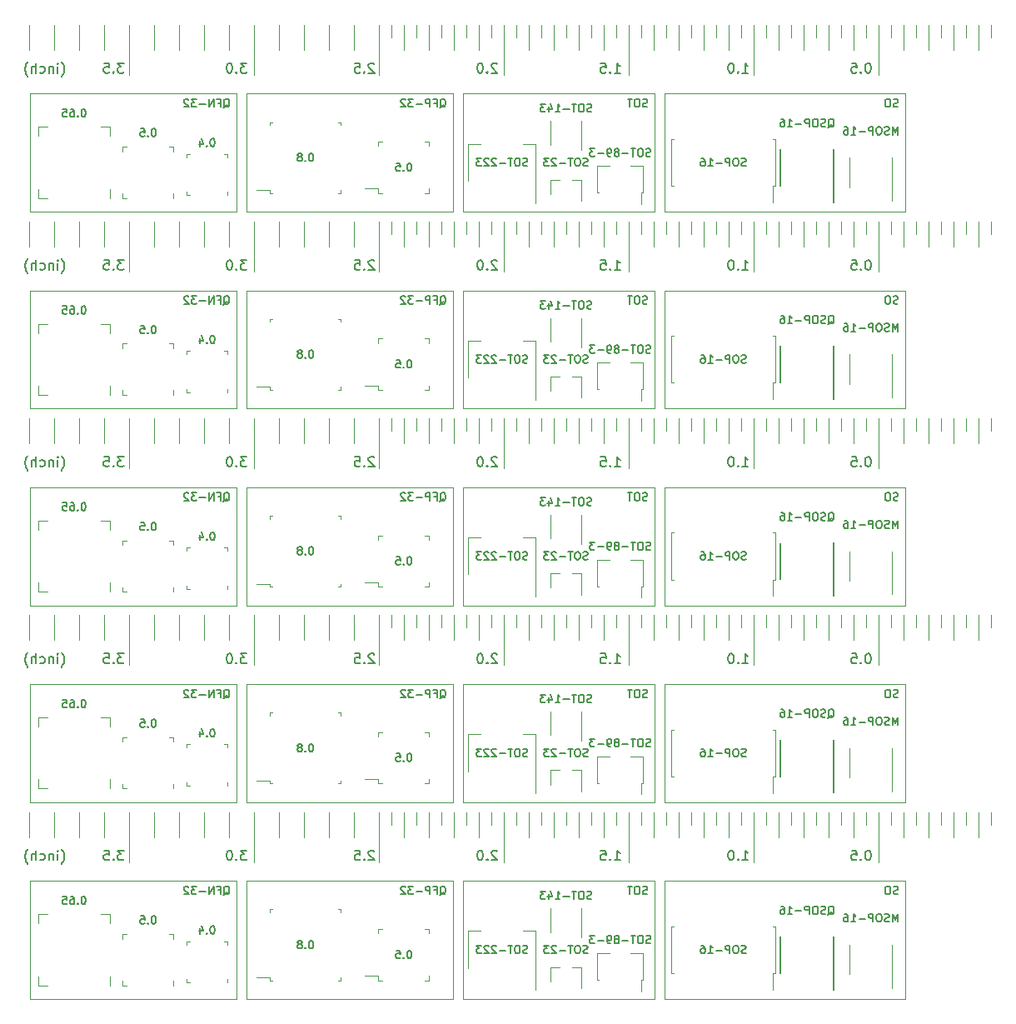
<source format=gbr>
%TF.GenerationSoftware,KiCad,Pcbnew,(5.1.6-0-10_14)*%
%TF.CreationDate,2020-07-24T19:17:44+09:00*%
%TF.ProjectId,pcb_ruler,7063625f-7275-46c6-9572-2e6b69636164,rev?*%
%TF.SameCoordinates,Original*%
%TF.FileFunction,Legend,Bot*%
%TF.FilePolarity,Positive*%
%FSLAX46Y46*%
G04 Gerber Fmt 4.6, Leading zero omitted, Abs format (unit mm)*
G04 Created by KiCad (PCBNEW (5.1.6-0-10_14)) date 2020-07-24 19:17:44*
%MOMM*%
%LPD*%
G01*
G04 APERTURE LIST*
%ADD10C,0.120000*%
%ADD11C,0.150000*%
G04 APERTURE END LIST*
D10*
X198730000Y-181270000D02*
X198730000Y-180000000D01*
X188570000Y-181270000D02*
X188570000Y-180000000D01*
X191110000Y-181270000D02*
X191110000Y-180000000D01*
X193650000Y-181270000D02*
X193650000Y-180000000D01*
X196190000Y-181270000D02*
X196190000Y-180000000D01*
X123800000Y-180000000D02*
X123800000Y-185080000D01*
X126340000Y-182540000D02*
X126340000Y-180000000D01*
X128880000Y-182540000D02*
X128880000Y-180000000D01*
X131420000Y-182540000D02*
X131420000Y-180000000D01*
X133960000Y-182540000D02*
X133960000Y-180000000D01*
X145000000Y-199000000D02*
X145000000Y-187000000D01*
X175870000Y-181270000D02*
X175870000Y-180000000D01*
X178410000Y-181270000D02*
X178410000Y-180000000D01*
X180950000Y-181270000D02*
X180950000Y-180000000D01*
X187300000Y-180000000D02*
X187300000Y-185080000D01*
X184760000Y-182540000D02*
X184760000Y-180000000D01*
X154280000Y-182540000D02*
X154280000Y-180000000D01*
X160630000Y-181270000D02*
X160630000Y-180000000D01*
X150470000Y-181270000D02*
X150470000Y-180000000D01*
X153010000Y-181270000D02*
X153010000Y-180000000D01*
X155550000Y-181270000D02*
X155550000Y-180000000D01*
X158090000Y-181270000D02*
X158090000Y-180000000D01*
X149200000Y-180000000D02*
X149200000Y-185080000D01*
X159360000Y-182540000D02*
X159360000Y-180000000D01*
X151740000Y-182540000D02*
X151740000Y-180000000D01*
X156820000Y-182540000D02*
X156820000Y-180000000D01*
X179680000Y-182540000D02*
X179680000Y-180000000D01*
X186030000Y-181270000D02*
X186030000Y-180000000D01*
X183490000Y-181270000D02*
X183490000Y-180000000D01*
X174600000Y-180000000D02*
X174600000Y-185080000D01*
X182220000Y-182540000D02*
X182220000Y-180000000D01*
X177140000Y-182540000D02*
X177140000Y-180000000D01*
X166980000Y-182540000D02*
X166980000Y-180000000D01*
X169520000Y-182540000D02*
X169520000Y-180000000D01*
X173330000Y-181270000D02*
X173330000Y-180000000D01*
X164440000Y-182540000D02*
X164440000Y-180000000D01*
X170790000Y-181270000D02*
X170790000Y-180000000D01*
X161900000Y-180000000D02*
X161900000Y-185080000D01*
X172060000Y-182540000D02*
X172060000Y-180000000D01*
X197460000Y-182540000D02*
X197460000Y-180000000D01*
X163170000Y-181270000D02*
X163170000Y-180000000D01*
X165710000Y-181270000D02*
X165710000Y-180000000D01*
X168250000Y-181270000D02*
X168250000Y-180000000D01*
X122000000Y-187000000D02*
X122000000Y-199000000D01*
X164500000Y-199000000D02*
X145000000Y-199000000D01*
X145000000Y-187000000D02*
X164500000Y-187000000D01*
X189840000Y-182540000D02*
X189840000Y-180000000D01*
X113640000Y-182540000D02*
X113640000Y-180000000D01*
X116180000Y-182540000D02*
X116180000Y-180000000D01*
X103480000Y-182540000D02*
X103480000Y-180000000D01*
X108560000Y-182540000D02*
X108560000Y-180000000D01*
X142850000Y-181270000D02*
X142850000Y-180000000D01*
X145390000Y-181270000D02*
X145390000Y-180000000D01*
X192380000Y-182540000D02*
X192380000Y-180000000D01*
X139040000Y-182540000D02*
X139040000Y-180000000D01*
X141580000Y-182540000D02*
X141580000Y-180000000D01*
X194920000Y-182540000D02*
X194920000Y-180000000D01*
X121260000Y-182540000D02*
X121260000Y-180000000D01*
X106020000Y-182540000D02*
X106020000Y-180000000D01*
X118720000Y-182540000D02*
X118720000Y-180000000D01*
X111100000Y-180000000D02*
X111100000Y-185080000D01*
X144000000Y-199000000D02*
X123000000Y-199000000D01*
X144120000Y-182540000D02*
X144120000Y-180000000D01*
X100940000Y-182540000D02*
X100940000Y-180000000D01*
X136500000Y-180000000D02*
X136500000Y-185080000D01*
X146660000Y-182540000D02*
X146660000Y-180000000D01*
X147930000Y-181270000D02*
X147930000Y-180000000D01*
X137770000Y-181270000D02*
X137770000Y-180000000D01*
X140310000Y-181270000D02*
X140310000Y-180000000D01*
X165500000Y-187000000D02*
X165500000Y-199000000D01*
X123000000Y-187000000D02*
X144000000Y-187000000D01*
X166000000Y-199000000D02*
X190000000Y-199000000D01*
X101000000Y-187000000D02*
X122000000Y-187000000D01*
X122000000Y-199000000D02*
X101000000Y-199000000D01*
X165500000Y-199000000D02*
X166000000Y-199000000D01*
X101000000Y-199000000D02*
X101000000Y-187000000D01*
X190000000Y-199000000D02*
X190000000Y-187000000D01*
X123000000Y-199000000D02*
X123000000Y-187000000D01*
X144000000Y-187000000D02*
X144000000Y-199000000D01*
X164500000Y-187000000D02*
X164500000Y-199000000D01*
X190000000Y-187000000D02*
X165500000Y-187000000D01*
D11*
X104214285Y-185278333D02*
X104261904Y-185230714D01*
X104357142Y-185087857D01*
X104404761Y-184992619D01*
X104452380Y-184849761D01*
X104500000Y-184611666D01*
X104500000Y-184421190D01*
X104452380Y-184183095D01*
X104404761Y-184040238D01*
X104357142Y-183945000D01*
X104261904Y-183802142D01*
X104214285Y-183754523D01*
X103833333Y-184897380D02*
X103833333Y-184230714D01*
X103833333Y-183897380D02*
X103880952Y-183945000D01*
X103833333Y-183992619D01*
X103785714Y-183945000D01*
X103833333Y-183897380D01*
X103833333Y-183992619D01*
X103357142Y-184230714D02*
X103357142Y-184897380D01*
X103357142Y-184325952D02*
X103309523Y-184278333D01*
X103214285Y-184230714D01*
X103071428Y-184230714D01*
X102976190Y-184278333D01*
X102928571Y-184373571D01*
X102928571Y-184897380D01*
X102023809Y-184849761D02*
X102119047Y-184897380D01*
X102309523Y-184897380D01*
X102404761Y-184849761D01*
X102452380Y-184802142D01*
X102500000Y-184706904D01*
X102500000Y-184421190D01*
X102452380Y-184325952D01*
X102404761Y-184278333D01*
X102309523Y-184230714D01*
X102119047Y-184230714D01*
X102023809Y-184278333D01*
X101595238Y-184897380D02*
X101595238Y-183897380D01*
X101166666Y-184897380D02*
X101166666Y-184373571D01*
X101214285Y-184278333D01*
X101309523Y-184230714D01*
X101452380Y-184230714D01*
X101547619Y-184278333D01*
X101595238Y-184325952D01*
X100785714Y-185278333D02*
X100738095Y-185230714D01*
X100642857Y-185087857D01*
X100595238Y-184992619D01*
X100547619Y-184849761D01*
X100500000Y-184611666D01*
X100500000Y-184421190D01*
X100547619Y-184183095D01*
X100595238Y-184040238D01*
X100642857Y-183945000D01*
X100738095Y-183802142D01*
X100785714Y-183754523D01*
X163750119Y-188323809D02*
X163635833Y-188361904D01*
X163445357Y-188361904D01*
X163369166Y-188323809D01*
X163331071Y-188285714D01*
X163292976Y-188209523D01*
X163292976Y-188133333D01*
X163331071Y-188057142D01*
X163369166Y-188019047D01*
X163445357Y-187980952D01*
X163597738Y-187942857D01*
X163673928Y-187904761D01*
X163712023Y-187866666D01*
X163750119Y-187790476D01*
X163750119Y-187714285D01*
X163712023Y-187638095D01*
X163673928Y-187600000D01*
X163597738Y-187561904D01*
X163407261Y-187561904D01*
X163292976Y-187600000D01*
X162797738Y-187561904D02*
X162645357Y-187561904D01*
X162569166Y-187600000D01*
X162492976Y-187676190D01*
X162454880Y-187828571D01*
X162454880Y-188095238D01*
X162492976Y-188247619D01*
X162569166Y-188323809D01*
X162645357Y-188361904D01*
X162797738Y-188361904D01*
X162873928Y-188323809D01*
X162950119Y-188247619D01*
X162988214Y-188095238D01*
X162988214Y-187828571D01*
X162950119Y-187676190D01*
X162873928Y-187600000D01*
X162797738Y-187561904D01*
X162226309Y-187561904D02*
X161769166Y-187561904D01*
X161997738Y-188361904D02*
X161997738Y-187561904D01*
X189250119Y-188323809D02*
X189135833Y-188361904D01*
X188945357Y-188361904D01*
X188869166Y-188323809D01*
X188831071Y-188285714D01*
X188792976Y-188209523D01*
X188792976Y-188133333D01*
X188831071Y-188057142D01*
X188869166Y-188019047D01*
X188945357Y-187980952D01*
X189097738Y-187942857D01*
X189173928Y-187904761D01*
X189212023Y-187866666D01*
X189250119Y-187790476D01*
X189250119Y-187714285D01*
X189212023Y-187638095D01*
X189173928Y-187600000D01*
X189097738Y-187561904D01*
X188907261Y-187561904D01*
X188792976Y-187600000D01*
X188297738Y-187561904D02*
X188145357Y-187561904D01*
X188069166Y-187600000D01*
X187992976Y-187676190D01*
X187954880Y-187828571D01*
X187954880Y-188095238D01*
X187992976Y-188247619D01*
X188069166Y-188323809D01*
X188145357Y-188361904D01*
X188297738Y-188361904D01*
X188373928Y-188323809D01*
X188450119Y-188247619D01*
X188488214Y-188095238D01*
X188488214Y-187828571D01*
X188450119Y-187676190D01*
X188373928Y-187600000D01*
X188297738Y-187561904D01*
X120678690Y-188438095D02*
X120754880Y-188400000D01*
X120831071Y-188323809D01*
X120945357Y-188209523D01*
X121021547Y-188171428D01*
X121097738Y-188171428D01*
X121059642Y-188361904D02*
X121135833Y-188323809D01*
X121212023Y-188247619D01*
X121250119Y-188095238D01*
X121250119Y-187828571D01*
X121212023Y-187676190D01*
X121135833Y-187600000D01*
X121059642Y-187561904D01*
X120907261Y-187561904D01*
X120831071Y-187600000D01*
X120754880Y-187676190D01*
X120716785Y-187828571D01*
X120716785Y-188095238D01*
X120754880Y-188247619D01*
X120831071Y-188323809D01*
X120907261Y-188361904D01*
X121059642Y-188361904D01*
X120107261Y-187942857D02*
X120373928Y-187942857D01*
X120373928Y-188361904D02*
X120373928Y-187561904D01*
X119992976Y-187561904D01*
X119688214Y-188361904D02*
X119688214Y-187561904D01*
X119231071Y-188361904D01*
X119231071Y-187561904D01*
X118850119Y-188057142D02*
X118240595Y-188057142D01*
X117935833Y-187561904D02*
X117440595Y-187561904D01*
X117707261Y-187866666D01*
X117592976Y-187866666D01*
X117516785Y-187904761D01*
X117478690Y-187942857D01*
X117440595Y-188019047D01*
X117440595Y-188209523D01*
X117478690Y-188285714D01*
X117516785Y-188323809D01*
X117592976Y-188361904D01*
X117821547Y-188361904D01*
X117897738Y-188323809D01*
X117935833Y-188285714D01*
X117135833Y-187638095D02*
X117097738Y-187600000D01*
X117021547Y-187561904D01*
X116831071Y-187561904D01*
X116754880Y-187600000D01*
X116716785Y-187638095D01*
X116678690Y-187714285D01*
X116678690Y-187790476D01*
X116716785Y-187904761D01*
X117173928Y-188361904D01*
X116678690Y-188361904D01*
X142678690Y-188438095D02*
X142754880Y-188400000D01*
X142831071Y-188323809D01*
X142945357Y-188209523D01*
X143021547Y-188171428D01*
X143097738Y-188171428D01*
X143059642Y-188361904D02*
X143135833Y-188323809D01*
X143212023Y-188247619D01*
X143250119Y-188095238D01*
X143250119Y-187828571D01*
X143212023Y-187676190D01*
X143135833Y-187600000D01*
X143059642Y-187561904D01*
X142907261Y-187561904D01*
X142831071Y-187600000D01*
X142754880Y-187676190D01*
X142716785Y-187828571D01*
X142716785Y-188095238D01*
X142754880Y-188247619D01*
X142831071Y-188323809D01*
X142907261Y-188361904D01*
X143059642Y-188361904D01*
X142107261Y-187942857D02*
X142373928Y-187942857D01*
X142373928Y-188361904D02*
X142373928Y-187561904D01*
X141992976Y-187561904D01*
X141688214Y-188361904D02*
X141688214Y-187561904D01*
X141383452Y-187561904D01*
X141307261Y-187600000D01*
X141269166Y-187638095D01*
X141231071Y-187714285D01*
X141231071Y-187828571D01*
X141269166Y-187904761D01*
X141307261Y-187942857D01*
X141383452Y-187980952D01*
X141688214Y-187980952D01*
X140888214Y-188057142D02*
X140278690Y-188057142D01*
X139973928Y-187561904D02*
X139478690Y-187561904D01*
X139745357Y-187866666D01*
X139631071Y-187866666D01*
X139554880Y-187904761D01*
X139516785Y-187942857D01*
X139478690Y-188019047D01*
X139478690Y-188209523D01*
X139516785Y-188285714D01*
X139554880Y-188323809D01*
X139631071Y-188361904D01*
X139859642Y-188361904D01*
X139935833Y-188323809D01*
X139973928Y-188285714D01*
X139173928Y-187638095D02*
X139135833Y-187600000D01*
X139059642Y-187561904D01*
X138869166Y-187561904D01*
X138792976Y-187600000D01*
X138754880Y-187638095D01*
X138716785Y-187714285D01*
X138716785Y-187790476D01*
X138754880Y-187904761D01*
X139212023Y-188361904D01*
X138716785Y-188361904D01*
X186261904Y-183897380D02*
X186166666Y-183897380D01*
X186071428Y-183945000D01*
X186023809Y-183992619D01*
X185976190Y-184087857D01*
X185928571Y-184278333D01*
X185928571Y-184516428D01*
X185976190Y-184706904D01*
X186023809Y-184802142D01*
X186071428Y-184849761D01*
X186166666Y-184897380D01*
X186261904Y-184897380D01*
X186357142Y-184849761D01*
X186404761Y-184802142D01*
X186452380Y-184706904D01*
X186500000Y-184516428D01*
X186500000Y-184278333D01*
X186452380Y-184087857D01*
X186404761Y-183992619D01*
X186357142Y-183945000D01*
X186261904Y-183897380D01*
X185500000Y-184802142D02*
X185452380Y-184849761D01*
X185500000Y-184897380D01*
X185547619Y-184849761D01*
X185500000Y-184802142D01*
X185500000Y-184897380D01*
X184547619Y-183897380D02*
X185023809Y-183897380D01*
X185071428Y-184373571D01*
X185023809Y-184325952D01*
X184928571Y-184278333D01*
X184690476Y-184278333D01*
X184595238Y-184325952D01*
X184547619Y-184373571D01*
X184500000Y-184468809D01*
X184500000Y-184706904D01*
X184547619Y-184802142D01*
X184595238Y-184849761D01*
X184690476Y-184897380D01*
X184928571Y-184897380D01*
X185023809Y-184849761D01*
X185071428Y-184802142D01*
X136000000Y-183992619D02*
X135952380Y-183945000D01*
X135857142Y-183897380D01*
X135619047Y-183897380D01*
X135523809Y-183945000D01*
X135476190Y-183992619D01*
X135428571Y-184087857D01*
X135428571Y-184183095D01*
X135476190Y-184325952D01*
X136047619Y-184897380D01*
X135428571Y-184897380D01*
X135000000Y-184802142D02*
X134952380Y-184849761D01*
X135000000Y-184897380D01*
X135047619Y-184849761D01*
X135000000Y-184802142D01*
X135000000Y-184897380D01*
X134047619Y-183897380D02*
X134523809Y-183897380D01*
X134571428Y-184373571D01*
X134523809Y-184325952D01*
X134428571Y-184278333D01*
X134190476Y-184278333D01*
X134095238Y-184325952D01*
X134047619Y-184373571D01*
X134000000Y-184468809D01*
X134000000Y-184706904D01*
X134047619Y-184802142D01*
X134095238Y-184849761D01*
X134190476Y-184897380D01*
X134428571Y-184897380D01*
X134523809Y-184849761D01*
X134571428Y-184802142D01*
X148500000Y-183992619D02*
X148452380Y-183945000D01*
X148357142Y-183897380D01*
X148119047Y-183897380D01*
X148023809Y-183945000D01*
X147976190Y-183992619D01*
X147928571Y-184087857D01*
X147928571Y-184183095D01*
X147976190Y-184325952D01*
X148547619Y-184897380D01*
X147928571Y-184897380D01*
X147500000Y-184802142D02*
X147452380Y-184849761D01*
X147500000Y-184897380D01*
X147547619Y-184849761D01*
X147500000Y-184802142D01*
X147500000Y-184897380D01*
X146833333Y-183897380D02*
X146738095Y-183897380D01*
X146642857Y-183945000D01*
X146595238Y-183992619D01*
X146547619Y-184087857D01*
X146500000Y-184278333D01*
X146500000Y-184516428D01*
X146547619Y-184706904D01*
X146595238Y-184802142D01*
X146642857Y-184849761D01*
X146738095Y-184897380D01*
X146833333Y-184897380D01*
X146928571Y-184849761D01*
X146976190Y-184802142D01*
X147023809Y-184706904D01*
X147071428Y-184516428D01*
X147071428Y-184278333D01*
X147023809Y-184087857D01*
X146976190Y-183992619D01*
X146928571Y-183945000D01*
X146833333Y-183897380D01*
X123047619Y-183897380D02*
X122428571Y-183897380D01*
X122761904Y-184278333D01*
X122619047Y-184278333D01*
X122523809Y-184325952D01*
X122476190Y-184373571D01*
X122428571Y-184468809D01*
X122428571Y-184706904D01*
X122476190Y-184802142D01*
X122523809Y-184849761D01*
X122619047Y-184897380D01*
X122904761Y-184897380D01*
X123000000Y-184849761D01*
X123047619Y-184802142D01*
X122000000Y-184802142D02*
X121952380Y-184849761D01*
X122000000Y-184897380D01*
X122047619Y-184849761D01*
X122000000Y-184802142D01*
X122000000Y-184897380D01*
X121333333Y-183897380D02*
X121238095Y-183897380D01*
X121142857Y-183945000D01*
X121095238Y-183992619D01*
X121047619Y-184087857D01*
X121000000Y-184278333D01*
X121000000Y-184516428D01*
X121047619Y-184706904D01*
X121095238Y-184802142D01*
X121142857Y-184849761D01*
X121238095Y-184897380D01*
X121333333Y-184897380D01*
X121428571Y-184849761D01*
X121476190Y-184802142D01*
X121523809Y-184706904D01*
X121571428Y-184516428D01*
X121571428Y-184278333D01*
X121523809Y-184087857D01*
X121476190Y-183992619D01*
X121428571Y-183945000D01*
X121333333Y-183897380D01*
X173428571Y-184897380D02*
X174000000Y-184897380D01*
X173714285Y-184897380D02*
X173714285Y-183897380D01*
X173809523Y-184040238D01*
X173904761Y-184135476D01*
X174000000Y-184183095D01*
X173000000Y-184802142D02*
X172952380Y-184849761D01*
X173000000Y-184897380D01*
X173047619Y-184849761D01*
X173000000Y-184802142D01*
X173000000Y-184897380D01*
X172333333Y-183897380D02*
X172238095Y-183897380D01*
X172142857Y-183945000D01*
X172095238Y-183992619D01*
X172047619Y-184087857D01*
X172000000Y-184278333D01*
X172000000Y-184516428D01*
X172047619Y-184706904D01*
X172095238Y-184802142D01*
X172142857Y-184849761D01*
X172238095Y-184897380D01*
X172333333Y-184897380D01*
X172428571Y-184849761D01*
X172476190Y-184802142D01*
X172523809Y-184706904D01*
X172571428Y-184516428D01*
X172571428Y-184278333D01*
X172523809Y-184087857D01*
X172476190Y-183992619D01*
X172428571Y-183945000D01*
X172333333Y-183897380D01*
X110547619Y-183897380D02*
X109928571Y-183897380D01*
X110261904Y-184278333D01*
X110119047Y-184278333D01*
X110023809Y-184325952D01*
X109976190Y-184373571D01*
X109928571Y-184468809D01*
X109928571Y-184706904D01*
X109976190Y-184802142D01*
X110023809Y-184849761D01*
X110119047Y-184897380D01*
X110404761Y-184897380D01*
X110500000Y-184849761D01*
X110547619Y-184802142D01*
X109500000Y-184802142D02*
X109452380Y-184849761D01*
X109500000Y-184897380D01*
X109547619Y-184849761D01*
X109500000Y-184802142D01*
X109500000Y-184897380D01*
X108547619Y-183897380D02*
X109023809Y-183897380D01*
X109071428Y-184373571D01*
X109023809Y-184325952D01*
X108928571Y-184278333D01*
X108690476Y-184278333D01*
X108595238Y-184325952D01*
X108547619Y-184373571D01*
X108500000Y-184468809D01*
X108500000Y-184706904D01*
X108547619Y-184802142D01*
X108595238Y-184849761D01*
X108690476Y-184897380D01*
X108928571Y-184897380D01*
X109023809Y-184849761D01*
X109071428Y-184802142D01*
X160428571Y-184897380D02*
X161000000Y-184897380D01*
X160714285Y-184897380D02*
X160714285Y-183897380D01*
X160809523Y-184040238D01*
X160904761Y-184135476D01*
X161000000Y-184183095D01*
X160000000Y-184802142D02*
X159952380Y-184849761D01*
X160000000Y-184897380D01*
X160047619Y-184849761D01*
X160000000Y-184802142D01*
X160000000Y-184897380D01*
X159047619Y-183897380D02*
X159523809Y-183897380D01*
X159571428Y-184373571D01*
X159523809Y-184325952D01*
X159428571Y-184278333D01*
X159190476Y-184278333D01*
X159095238Y-184325952D01*
X159047619Y-184373571D01*
X159000000Y-184468809D01*
X159000000Y-184706904D01*
X159047619Y-184802142D01*
X159095238Y-184849761D01*
X159190476Y-184897380D01*
X159428571Y-184897380D01*
X159523809Y-184849761D01*
X159571428Y-184802142D01*
D10*
X198730000Y-161270000D02*
X198730000Y-160000000D01*
X188570000Y-161270000D02*
X188570000Y-160000000D01*
X191110000Y-161270000D02*
X191110000Y-160000000D01*
X193650000Y-161270000D02*
X193650000Y-160000000D01*
X196190000Y-161270000D02*
X196190000Y-160000000D01*
X123800000Y-160000000D02*
X123800000Y-165080000D01*
X126340000Y-162540000D02*
X126340000Y-160000000D01*
X128880000Y-162540000D02*
X128880000Y-160000000D01*
X131420000Y-162540000D02*
X131420000Y-160000000D01*
X133960000Y-162540000D02*
X133960000Y-160000000D01*
X145000000Y-179000000D02*
X145000000Y-167000000D01*
X175870000Y-161270000D02*
X175870000Y-160000000D01*
X178410000Y-161270000D02*
X178410000Y-160000000D01*
X180950000Y-161270000D02*
X180950000Y-160000000D01*
X187300000Y-160000000D02*
X187300000Y-165080000D01*
X184760000Y-162540000D02*
X184760000Y-160000000D01*
X154280000Y-162540000D02*
X154280000Y-160000000D01*
X160630000Y-161270000D02*
X160630000Y-160000000D01*
X150470000Y-161270000D02*
X150470000Y-160000000D01*
X153010000Y-161270000D02*
X153010000Y-160000000D01*
X155550000Y-161270000D02*
X155550000Y-160000000D01*
X158090000Y-161270000D02*
X158090000Y-160000000D01*
X149200000Y-160000000D02*
X149200000Y-165080000D01*
X159360000Y-162540000D02*
X159360000Y-160000000D01*
X151740000Y-162540000D02*
X151740000Y-160000000D01*
X156820000Y-162540000D02*
X156820000Y-160000000D01*
X179680000Y-162540000D02*
X179680000Y-160000000D01*
X186030000Y-161270000D02*
X186030000Y-160000000D01*
X183490000Y-161270000D02*
X183490000Y-160000000D01*
X174600000Y-160000000D02*
X174600000Y-165080000D01*
X182220000Y-162540000D02*
X182220000Y-160000000D01*
X177140000Y-162540000D02*
X177140000Y-160000000D01*
X166980000Y-162540000D02*
X166980000Y-160000000D01*
X169520000Y-162540000D02*
X169520000Y-160000000D01*
X173330000Y-161270000D02*
X173330000Y-160000000D01*
X164440000Y-162540000D02*
X164440000Y-160000000D01*
X170790000Y-161270000D02*
X170790000Y-160000000D01*
X161900000Y-160000000D02*
X161900000Y-165080000D01*
X172060000Y-162540000D02*
X172060000Y-160000000D01*
X197460000Y-162540000D02*
X197460000Y-160000000D01*
X163170000Y-161270000D02*
X163170000Y-160000000D01*
X165710000Y-161270000D02*
X165710000Y-160000000D01*
X168250000Y-161270000D02*
X168250000Y-160000000D01*
X122000000Y-167000000D02*
X122000000Y-179000000D01*
X164500000Y-179000000D02*
X145000000Y-179000000D01*
X145000000Y-167000000D02*
X164500000Y-167000000D01*
X189840000Y-162540000D02*
X189840000Y-160000000D01*
X113640000Y-162540000D02*
X113640000Y-160000000D01*
X116180000Y-162540000D02*
X116180000Y-160000000D01*
X103480000Y-162540000D02*
X103480000Y-160000000D01*
X108560000Y-162540000D02*
X108560000Y-160000000D01*
X142850000Y-161270000D02*
X142850000Y-160000000D01*
X145390000Y-161270000D02*
X145390000Y-160000000D01*
X192380000Y-162540000D02*
X192380000Y-160000000D01*
X139040000Y-162540000D02*
X139040000Y-160000000D01*
X141580000Y-162540000D02*
X141580000Y-160000000D01*
X194920000Y-162540000D02*
X194920000Y-160000000D01*
X121260000Y-162540000D02*
X121260000Y-160000000D01*
X106020000Y-162540000D02*
X106020000Y-160000000D01*
X118720000Y-162540000D02*
X118720000Y-160000000D01*
X111100000Y-160000000D02*
X111100000Y-165080000D01*
X144000000Y-179000000D02*
X123000000Y-179000000D01*
X144120000Y-162540000D02*
X144120000Y-160000000D01*
X100940000Y-162540000D02*
X100940000Y-160000000D01*
X136500000Y-160000000D02*
X136500000Y-165080000D01*
X146660000Y-162540000D02*
X146660000Y-160000000D01*
X147930000Y-161270000D02*
X147930000Y-160000000D01*
X137770000Y-161270000D02*
X137770000Y-160000000D01*
X140310000Y-161270000D02*
X140310000Y-160000000D01*
X165500000Y-167000000D02*
X165500000Y-179000000D01*
X123000000Y-167000000D02*
X144000000Y-167000000D01*
X166000000Y-179000000D02*
X190000000Y-179000000D01*
X101000000Y-167000000D02*
X122000000Y-167000000D01*
X122000000Y-179000000D02*
X101000000Y-179000000D01*
X165500000Y-179000000D02*
X166000000Y-179000000D01*
X101000000Y-179000000D02*
X101000000Y-167000000D01*
X190000000Y-179000000D02*
X190000000Y-167000000D01*
X123000000Y-179000000D02*
X123000000Y-167000000D01*
X144000000Y-167000000D02*
X144000000Y-179000000D01*
X164500000Y-167000000D02*
X164500000Y-179000000D01*
X190000000Y-167000000D02*
X165500000Y-167000000D01*
D11*
X104214285Y-165278333D02*
X104261904Y-165230714D01*
X104357142Y-165087857D01*
X104404761Y-164992619D01*
X104452380Y-164849761D01*
X104500000Y-164611666D01*
X104500000Y-164421190D01*
X104452380Y-164183095D01*
X104404761Y-164040238D01*
X104357142Y-163945000D01*
X104261904Y-163802142D01*
X104214285Y-163754523D01*
X103833333Y-164897380D02*
X103833333Y-164230714D01*
X103833333Y-163897380D02*
X103880952Y-163945000D01*
X103833333Y-163992619D01*
X103785714Y-163945000D01*
X103833333Y-163897380D01*
X103833333Y-163992619D01*
X103357142Y-164230714D02*
X103357142Y-164897380D01*
X103357142Y-164325952D02*
X103309523Y-164278333D01*
X103214285Y-164230714D01*
X103071428Y-164230714D01*
X102976190Y-164278333D01*
X102928571Y-164373571D01*
X102928571Y-164897380D01*
X102023809Y-164849761D02*
X102119047Y-164897380D01*
X102309523Y-164897380D01*
X102404761Y-164849761D01*
X102452380Y-164802142D01*
X102500000Y-164706904D01*
X102500000Y-164421190D01*
X102452380Y-164325952D01*
X102404761Y-164278333D01*
X102309523Y-164230714D01*
X102119047Y-164230714D01*
X102023809Y-164278333D01*
X101595238Y-164897380D02*
X101595238Y-163897380D01*
X101166666Y-164897380D02*
X101166666Y-164373571D01*
X101214285Y-164278333D01*
X101309523Y-164230714D01*
X101452380Y-164230714D01*
X101547619Y-164278333D01*
X101595238Y-164325952D01*
X100785714Y-165278333D02*
X100738095Y-165230714D01*
X100642857Y-165087857D01*
X100595238Y-164992619D01*
X100547619Y-164849761D01*
X100500000Y-164611666D01*
X100500000Y-164421190D01*
X100547619Y-164183095D01*
X100595238Y-164040238D01*
X100642857Y-163945000D01*
X100738095Y-163802142D01*
X100785714Y-163754523D01*
X163750119Y-168323809D02*
X163635833Y-168361904D01*
X163445357Y-168361904D01*
X163369166Y-168323809D01*
X163331071Y-168285714D01*
X163292976Y-168209523D01*
X163292976Y-168133333D01*
X163331071Y-168057142D01*
X163369166Y-168019047D01*
X163445357Y-167980952D01*
X163597738Y-167942857D01*
X163673928Y-167904761D01*
X163712023Y-167866666D01*
X163750119Y-167790476D01*
X163750119Y-167714285D01*
X163712023Y-167638095D01*
X163673928Y-167600000D01*
X163597738Y-167561904D01*
X163407261Y-167561904D01*
X163292976Y-167600000D01*
X162797738Y-167561904D02*
X162645357Y-167561904D01*
X162569166Y-167600000D01*
X162492976Y-167676190D01*
X162454880Y-167828571D01*
X162454880Y-168095238D01*
X162492976Y-168247619D01*
X162569166Y-168323809D01*
X162645357Y-168361904D01*
X162797738Y-168361904D01*
X162873928Y-168323809D01*
X162950119Y-168247619D01*
X162988214Y-168095238D01*
X162988214Y-167828571D01*
X162950119Y-167676190D01*
X162873928Y-167600000D01*
X162797738Y-167561904D01*
X162226309Y-167561904D02*
X161769166Y-167561904D01*
X161997738Y-168361904D02*
X161997738Y-167561904D01*
X189250119Y-168323809D02*
X189135833Y-168361904D01*
X188945357Y-168361904D01*
X188869166Y-168323809D01*
X188831071Y-168285714D01*
X188792976Y-168209523D01*
X188792976Y-168133333D01*
X188831071Y-168057142D01*
X188869166Y-168019047D01*
X188945357Y-167980952D01*
X189097738Y-167942857D01*
X189173928Y-167904761D01*
X189212023Y-167866666D01*
X189250119Y-167790476D01*
X189250119Y-167714285D01*
X189212023Y-167638095D01*
X189173928Y-167600000D01*
X189097738Y-167561904D01*
X188907261Y-167561904D01*
X188792976Y-167600000D01*
X188297738Y-167561904D02*
X188145357Y-167561904D01*
X188069166Y-167600000D01*
X187992976Y-167676190D01*
X187954880Y-167828571D01*
X187954880Y-168095238D01*
X187992976Y-168247619D01*
X188069166Y-168323809D01*
X188145357Y-168361904D01*
X188297738Y-168361904D01*
X188373928Y-168323809D01*
X188450119Y-168247619D01*
X188488214Y-168095238D01*
X188488214Y-167828571D01*
X188450119Y-167676190D01*
X188373928Y-167600000D01*
X188297738Y-167561904D01*
X120678690Y-168438095D02*
X120754880Y-168400000D01*
X120831071Y-168323809D01*
X120945357Y-168209523D01*
X121021547Y-168171428D01*
X121097738Y-168171428D01*
X121059642Y-168361904D02*
X121135833Y-168323809D01*
X121212023Y-168247619D01*
X121250119Y-168095238D01*
X121250119Y-167828571D01*
X121212023Y-167676190D01*
X121135833Y-167600000D01*
X121059642Y-167561904D01*
X120907261Y-167561904D01*
X120831071Y-167600000D01*
X120754880Y-167676190D01*
X120716785Y-167828571D01*
X120716785Y-168095238D01*
X120754880Y-168247619D01*
X120831071Y-168323809D01*
X120907261Y-168361904D01*
X121059642Y-168361904D01*
X120107261Y-167942857D02*
X120373928Y-167942857D01*
X120373928Y-168361904D02*
X120373928Y-167561904D01*
X119992976Y-167561904D01*
X119688214Y-168361904D02*
X119688214Y-167561904D01*
X119231071Y-168361904D01*
X119231071Y-167561904D01*
X118850119Y-168057142D02*
X118240595Y-168057142D01*
X117935833Y-167561904D02*
X117440595Y-167561904D01*
X117707261Y-167866666D01*
X117592976Y-167866666D01*
X117516785Y-167904761D01*
X117478690Y-167942857D01*
X117440595Y-168019047D01*
X117440595Y-168209523D01*
X117478690Y-168285714D01*
X117516785Y-168323809D01*
X117592976Y-168361904D01*
X117821547Y-168361904D01*
X117897738Y-168323809D01*
X117935833Y-168285714D01*
X117135833Y-167638095D02*
X117097738Y-167600000D01*
X117021547Y-167561904D01*
X116831071Y-167561904D01*
X116754880Y-167600000D01*
X116716785Y-167638095D01*
X116678690Y-167714285D01*
X116678690Y-167790476D01*
X116716785Y-167904761D01*
X117173928Y-168361904D01*
X116678690Y-168361904D01*
X142678690Y-168438095D02*
X142754880Y-168400000D01*
X142831071Y-168323809D01*
X142945357Y-168209523D01*
X143021547Y-168171428D01*
X143097738Y-168171428D01*
X143059642Y-168361904D02*
X143135833Y-168323809D01*
X143212023Y-168247619D01*
X143250119Y-168095238D01*
X143250119Y-167828571D01*
X143212023Y-167676190D01*
X143135833Y-167600000D01*
X143059642Y-167561904D01*
X142907261Y-167561904D01*
X142831071Y-167600000D01*
X142754880Y-167676190D01*
X142716785Y-167828571D01*
X142716785Y-168095238D01*
X142754880Y-168247619D01*
X142831071Y-168323809D01*
X142907261Y-168361904D01*
X143059642Y-168361904D01*
X142107261Y-167942857D02*
X142373928Y-167942857D01*
X142373928Y-168361904D02*
X142373928Y-167561904D01*
X141992976Y-167561904D01*
X141688214Y-168361904D02*
X141688214Y-167561904D01*
X141383452Y-167561904D01*
X141307261Y-167600000D01*
X141269166Y-167638095D01*
X141231071Y-167714285D01*
X141231071Y-167828571D01*
X141269166Y-167904761D01*
X141307261Y-167942857D01*
X141383452Y-167980952D01*
X141688214Y-167980952D01*
X140888214Y-168057142D02*
X140278690Y-168057142D01*
X139973928Y-167561904D02*
X139478690Y-167561904D01*
X139745357Y-167866666D01*
X139631071Y-167866666D01*
X139554880Y-167904761D01*
X139516785Y-167942857D01*
X139478690Y-168019047D01*
X139478690Y-168209523D01*
X139516785Y-168285714D01*
X139554880Y-168323809D01*
X139631071Y-168361904D01*
X139859642Y-168361904D01*
X139935833Y-168323809D01*
X139973928Y-168285714D01*
X139173928Y-167638095D02*
X139135833Y-167600000D01*
X139059642Y-167561904D01*
X138869166Y-167561904D01*
X138792976Y-167600000D01*
X138754880Y-167638095D01*
X138716785Y-167714285D01*
X138716785Y-167790476D01*
X138754880Y-167904761D01*
X139212023Y-168361904D01*
X138716785Y-168361904D01*
X186261904Y-163897380D02*
X186166666Y-163897380D01*
X186071428Y-163945000D01*
X186023809Y-163992619D01*
X185976190Y-164087857D01*
X185928571Y-164278333D01*
X185928571Y-164516428D01*
X185976190Y-164706904D01*
X186023809Y-164802142D01*
X186071428Y-164849761D01*
X186166666Y-164897380D01*
X186261904Y-164897380D01*
X186357142Y-164849761D01*
X186404761Y-164802142D01*
X186452380Y-164706904D01*
X186500000Y-164516428D01*
X186500000Y-164278333D01*
X186452380Y-164087857D01*
X186404761Y-163992619D01*
X186357142Y-163945000D01*
X186261904Y-163897380D01*
X185500000Y-164802142D02*
X185452380Y-164849761D01*
X185500000Y-164897380D01*
X185547619Y-164849761D01*
X185500000Y-164802142D01*
X185500000Y-164897380D01*
X184547619Y-163897380D02*
X185023809Y-163897380D01*
X185071428Y-164373571D01*
X185023809Y-164325952D01*
X184928571Y-164278333D01*
X184690476Y-164278333D01*
X184595238Y-164325952D01*
X184547619Y-164373571D01*
X184500000Y-164468809D01*
X184500000Y-164706904D01*
X184547619Y-164802142D01*
X184595238Y-164849761D01*
X184690476Y-164897380D01*
X184928571Y-164897380D01*
X185023809Y-164849761D01*
X185071428Y-164802142D01*
X136000000Y-163992619D02*
X135952380Y-163945000D01*
X135857142Y-163897380D01*
X135619047Y-163897380D01*
X135523809Y-163945000D01*
X135476190Y-163992619D01*
X135428571Y-164087857D01*
X135428571Y-164183095D01*
X135476190Y-164325952D01*
X136047619Y-164897380D01*
X135428571Y-164897380D01*
X135000000Y-164802142D02*
X134952380Y-164849761D01*
X135000000Y-164897380D01*
X135047619Y-164849761D01*
X135000000Y-164802142D01*
X135000000Y-164897380D01*
X134047619Y-163897380D02*
X134523809Y-163897380D01*
X134571428Y-164373571D01*
X134523809Y-164325952D01*
X134428571Y-164278333D01*
X134190476Y-164278333D01*
X134095238Y-164325952D01*
X134047619Y-164373571D01*
X134000000Y-164468809D01*
X134000000Y-164706904D01*
X134047619Y-164802142D01*
X134095238Y-164849761D01*
X134190476Y-164897380D01*
X134428571Y-164897380D01*
X134523809Y-164849761D01*
X134571428Y-164802142D01*
X148500000Y-163992619D02*
X148452380Y-163945000D01*
X148357142Y-163897380D01*
X148119047Y-163897380D01*
X148023809Y-163945000D01*
X147976190Y-163992619D01*
X147928571Y-164087857D01*
X147928571Y-164183095D01*
X147976190Y-164325952D01*
X148547619Y-164897380D01*
X147928571Y-164897380D01*
X147500000Y-164802142D02*
X147452380Y-164849761D01*
X147500000Y-164897380D01*
X147547619Y-164849761D01*
X147500000Y-164802142D01*
X147500000Y-164897380D01*
X146833333Y-163897380D02*
X146738095Y-163897380D01*
X146642857Y-163945000D01*
X146595238Y-163992619D01*
X146547619Y-164087857D01*
X146500000Y-164278333D01*
X146500000Y-164516428D01*
X146547619Y-164706904D01*
X146595238Y-164802142D01*
X146642857Y-164849761D01*
X146738095Y-164897380D01*
X146833333Y-164897380D01*
X146928571Y-164849761D01*
X146976190Y-164802142D01*
X147023809Y-164706904D01*
X147071428Y-164516428D01*
X147071428Y-164278333D01*
X147023809Y-164087857D01*
X146976190Y-163992619D01*
X146928571Y-163945000D01*
X146833333Y-163897380D01*
X123047619Y-163897380D02*
X122428571Y-163897380D01*
X122761904Y-164278333D01*
X122619047Y-164278333D01*
X122523809Y-164325952D01*
X122476190Y-164373571D01*
X122428571Y-164468809D01*
X122428571Y-164706904D01*
X122476190Y-164802142D01*
X122523809Y-164849761D01*
X122619047Y-164897380D01*
X122904761Y-164897380D01*
X123000000Y-164849761D01*
X123047619Y-164802142D01*
X122000000Y-164802142D02*
X121952380Y-164849761D01*
X122000000Y-164897380D01*
X122047619Y-164849761D01*
X122000000Y-164802142D01*
X122000000Y-164897380D01*
X121333333Y-163897380D02*
X121238095Y-163897380D01*
X121142857Y-163945000D01*
X121095238Y-163992619D01*
X121047619Y-164087857D01*
X121000000Y-164278333D01*
X121000000Y-164516428D01*
X121047619Y-164706904D01*
X121095238Y-164802142D01*
X121142857Y-164849761D01*
X121238095Y-164897380D01*
X121333333Y-164897380D01*
X121428571Y-164849761D01*
X121476190Y-164802142D01*
X121523809Y-164706904D01*
X121571428Y-164516428D01*
X121571428Y-164278333D01*
X121523809Y-164087857D01*
X121476190Y-163992619D01*
X121428571Y-163945000D01*
X121333333Y-163897380D01*
X173428571Y-164897380D02*
X174000000Y-164897380D01*
X173714285Y-164897380D02*
X173714285Y-163897380D01*
X173809523Y-164040238D01*
X173904761Y-164135476D01*
X174000000Y-164183095D01*
X173000000Y-164802142D02*
X172952380Y-164849761D01*
X173000000Y-164897380D01*
X173047619Y-164849761D01*
X173000000Y-164802142D01*
X173000000Y-164897380D01*
X172333333Y-163897380D02*
X172238095Y-163897380D01*
X172142857Y-163945000D01*
X172095238Y-163992619D01*
X172047619Y-164087857D01*
X172000000Y-164278333D01*
X172000000Y-164516428D01*
X172047619Y-164706904D01*
X172095238Y-164802142D01*
X172142857Y-164849761D01*
X172238095Y-164897380D01*
X172333333Y-164897380D01*
X172428571Y-164849761D01*
X172476190Y-164802142D01*
X172523809Y-164706904D01*
X172571428Y-164516428D01*
X172571428Y-164278333D01*
X172523809Y-164087857D01*
X172476190Y-163992619D01*
X172428571Y-163945000D01*
X172333333Y-163897380D01*
X110547619Y-163897380D02*
X109928571Y-163897380D01*
X110261904Y-164278333D01*
X110119047Y-164278333D01*
X110023809Y-164325952D01*
X109976190Y-164373571D01*
X109928571Y-164468809D01*
X109928571Y-164706904D01*
X109976190Y-164802142D01*
X110023809Y-164849761D01*
X110119047Y-164897380D01*
X110404761Y-164897380D01*
X110500000Y-164849761D01*
X110547619Y-164802142D01*
X109500000Y-164802142D02*
X109452380Y-164849761D01*
X109500000Y-164897380D01*
X109547619Y-164849761D01*
X109500000Y-164802142D01*
X109500000Y-164897380D01*
X108547619Y-163897380D02*
X109023809Y-163897380D01*
X109071428Y-164373571D01*
X109023809Y-164325952D01*
X108928571Y-164278333D01*
X108690476Y-164278333D01*
X108595238Y-164325952D01*
X108547619Y-164373571D01*
X108500000Y-164468809D01*
X108500000Y-164706904D01*
X108547619Y-164802142D01*
X108595238Y-164849761D01*
X108690476Y-164897380D01*
X108928571Y-164897380D01*
X109023809Y-164849761D01*
X109071428Y-164802142D01*
X160428571Y-164897380D02*
X161000000Y-164897380D01*
X160714285Y-164897380D02*
X160714285Y-163897380D01*
X160809523Y-164040238D01*
X160904761Y-164135476D01*
X161000000Y-164183095D01*
X160000000Y-164802142D02*
X159952380Y-164849761D01*
X160000000Y-164897380D01*
X160047619Y-164849761D01*
X160000000Y-164802142D01*
X160000000Y-164897380D01*
X159047619Y-163897380D02*
X159523809Y-163897380D01*
X159571428Y-164373571D01*
X159523809Y-164325952D01*
X159428571Y-164278333D01*
X159190476Y-164278333D01*
X159095238Y-164325952D01*
X159047619Y-164373571D01*
X159000000Y-164468809D01*
X159000000Y-164706904D01*
X159047619Y-164802142D01*
X159095238Y-164849761D01*
X159190476Y-164897380D01*
X159428571Y-164897380D01*
X159523809Y-164849761D01*
X159571428Y-164802142D01*
D10*
X198730000Y-141270000D02*
X198730000Y-140000000D01*
X188570000Y-141270000D02*
X188570000Y-140000000D01*
X191110000Y-141270000D02*
X191110000Y-140000000D01*
X193650000Y-141270000D02*
X193650000Y-140000000D01*
X196190000Y-141270000D02*
X196190000Y-140000000D01*
X123800000Y-140000000D02*
X123800000Y-145080000D01*
X126340000Y-142540000D02*
X126340000Y-140000000D01*
X128880000Y-142540000D02*
X128880000Y-140000000D01*
X131420000Y-142540000D02*
X131420000Y-140000000D01*
X133960000Y-142540000D02*
X133960000Y-140000000D01*
X145000000Y-159000000D02*
X145000000Y-147000000D01*
X175870000Y-141270000D02*
X175870000Y-140000000D01*
X178410000Y-141270000D02*
X178410000Y-140000000D01*
X180950000Y-141270000D02*
X180950000Y-140000000D01*
X187300000Y-140000000D02*
X187300000Y-145080000D01*
X184760000Y-142540000D02*
X184760000Y-140000000D01*
X154280000Y-142540000D02*
X154280000Y-140000000D01*
X160630000Y-141270000D02*
X160630000Y-140000000D01*
X150470000Y-141270000D02*
X150470000Y-140000000D01*
X153010000Y-141270000D02*
X153010000Y-140000000D01*
X155550000Y-141270000D02*
X155550000Y-140000000D01*
X158090000Y-141270000D02*
X158090000Y-140000000D01*
X149200000Y-140000000D02*
X149200000Y-145080000D01*
X159360000Y-142540000D02*
X159360000Y-140000000D01*
X151740000Y-142540000D02*
X151740000Y-140000000D01*
X156820000Y-142540000D02*
X156820000Y-140000000D01*
X179680000Y-142540000D02*
X179680000Y-140000000D01*
X186030000Y-141270000D02*
X186030000Y-140000000D01*
X183490000Y-141270000D02*
X183490000Y-140000000D01*
X174600000Y-140000000D02*
X174600000Y-145080000D01*
X182220000Y-142540000D02*
X182220000Y-140000000D01*
X177140000Y-142540000D02*
X177140000Y-140000000D01*
X166980000Y-142540000D02*
X166980000Y-140000000D01*
X169520000Y-142540000D02*
X169520000Y-140000000D01*
X173330000Y-141270000D02*
X173330000Y-140000000D01*
X164440000Y-142540000D02*
X164440000Y-140000000D01*
X170790000Y-141270000D02*
X170790000Y-140000000D01*
X161900000Y-140000000D02*
X161900000Y-145080000D01*
X172060000Y-142540000D02*
X172060000Y-140000000D01*
X197460000Y-142540000D02*
X197460000Y-140000000D01*
X163170000Y-141270000D02*
X163170000Y-140000000D01*
X165710000Y-141270000D02*
X165710000Y-140000000D01*
X168250000Y-141270000D02*
X168250000Y-140000000D01*
X122000000Y-147000000D02*
X122000000Y-159000000D01*
X164500000Y-159000000D02*
X145000000Y-159000000D01*
X145000000Y-147000000D02*
X164500000Y-147000000D01*
X189840000Y-142540000D02*
X189840000Y-140000000D01*
X113640000Y-142540000D02*
X113640000Y-140000000D01*
X116180000Y-142540000D02*
X116180000Y-140000000D01*
X103480000Y-142540000D02*
X103480000Y-140000000D01*
X108560000Y-142540000D02*
X108560000Y-140000000D01*
X142850000Y-141270000D02*
X142850000Y-140000000D01*
X145390000Y-141270000D02*
X145390000Y-140000000D01*
X192380000Y-142540000D02*
X192380000Y-140000000D01*
X139040000Y-142540000D02*
X139040000Y-140000000D01*
X141580000Y-142540000D02*
X141580000Y-140000000D01*
X194920000Y-142540000D02*
X194920000Y-140000000D01*
X121260000Y-142540000D02*
X121260000Y-140000000D01*
X106020000Y-142540000D02*
X106020000Y-140000000D01*
X118720000Y-142540000D02*
X118720000Y-140000000D01*
X111100000Y-140000000D02*
X111100000Y-145080000D01*
X144000000Y-159000000D02*
X123000000Y-159000000D01*
X144120000Y-142540000D02*
X144120000Y-140000000D01*
X100940000Y-142540000D02*
X100940000Y-140000000D01*
X136500000Y-140000000D02*
X136500000Y-145080000D01*
X146660000Y-142540000D02*
X146660000Y-140000000D01*
X147930000Y-141270000D02*
X147930000Y-140000000D01*
X137770000Y-141270000D02*
X137770000Y-140000000D01*
X140310000Y-141270000D02*
X140310000Y-140000000D01*
X165500000Y-147000000D02*
X165500000Y-159000000D01*
X123000000Y-147000000D02*
X144000000Y-147000000D01*
X166000000Y-159000000D02*
X190000000Y-159000000D01*
X101000000Y-147000000D02*
X122000000Y-147000000D01*
X122000000Y-159000000D02*
X101000000Y-159000000D01*
X165500000Y-159000000D02*
X166000000Y-159000000D01*
X101000000Y-159000000D02*
X101000000Y-147000000D01*
X190000000Y-159000000D02*
X190000000Y-147000000D01*
X123000000Y-159000000D02*
X123000000Y-147000000D01*
X144000000Y-147000000D02*
X144000000Y-159000000D01*
X164500000Y-147000000D02*
X164500000Y-159000000D01*
X190000000Y-147000000D02*
X165500000Y-147000000D01*
D11*
X104214285Y-145278333D02*
X104261904Y-145230714D01*
X104357142Y-145087857D01*
X104404761Y-144992619D01*
X104452380Y-144849761D01*
X104500000Y-144611666D01*
X104500000Y-144421190D01*
X104452380Y-144183095D01*
X104404761Y-144040238D01*
X104357142Y-143945000D01*
X104261904Y-143802142D01*
X104214285Y-143754523D01*
X103833333Y-144897380D02*
X103833333Y-144230714D01*
X103833333Y-143897380D02*
X103880952Y-143945000D01*
X103833333Y-143992619D01*
X103785714Y-143945000D01*
X103833333Y-143897380D01*
X103833333Y-143992619D01*
X103357142Y-144230714D02*
X103357142Y-144897380D01*
X103357142Y-144325952D02*
X103309523Y-144278333D01*
X103214285Y-144230714D01*
X103071428Y-144230714D01*
X102976190Y-144278333D01*
X102928571Y-144373571D01*
X102928571Y-144897380D01*
X102023809Y-144849761D02*
X102119047Y-144897380D01*
X102309523Y-144897380D01*
X102404761Y-144849761D01*
X102452380Y-144802142D01*
X102500000Y-144706904D01*
X102500000Y-144421190D01*
X102452380Y-144325952D01*
X102404761Y-144278333D01*
X102309523Y-144230714D01*
X102119047Y-144230714D01*
X102023809Y-144278333D01*
X101595238Y-144897380D02*
X101595238Y-143897380D01*
X101166666Y-144897380D02*
X101166666Y-144373571D01*
X101214285Y-144278333D01*
X101309523Y-144230714D01*
X101452380Y-144230714D01*
X101547619Y-144278333D01*
X101595238Y-144325952D01*
X100785714Y-145278333D02*
X100738095Y-145230714D01*
X100642857Y-145087857D01*
X100595238Y-144992619D01*
X100547619Y-144849761D01*
X100500000Y-144611666D01*
X100500000Y-144421190D01*
X100547619Y-144183095D01*
X100595238Y-144040238D01*
X100642857Y-143945000D01*
X100738095Y-143802142D01*
X100785714Y-143754523D01*
X163750119Y-148323809D02*
X163635833Y-148361904D01*
X163445357Y-148361904D01*
X163369166Y-148323809D01*
X163331071Y-148285714D01*
X163292976Y-148209523D01*
X163292976Y-148133333D01*
X163331071Y-148057142D01*
X163369166Y-148019047D01*
X163445357Y-147980952D01*
X163597738Y-147942857D01*
X163673928Y-147904761D01*
X163712023Y-147866666D01*
X163750119Y-147790476D01*
X163750119Y-147714285D01*
X163712023Y-147638095D01*
X163673928Y-147600000D01*
X163597738Y-147561904D01*
X163407261Y-147561904D01*
X163292976Y-147600000D01*
X162797738Y-147561904D02*
X162645357Y-147561904D01*
X162569166Y-147600000D01*
X162492976Y-147676190D01*
X162454880Y-147828571D01*
X162454880Y-148095238D01*
X162492976Y-148247619D01*
X162569166Y-148323809D01*
X162645357Y-148361904D01*
X162797738Y-148361904D01*
X162873928Y-148323809D01*
X162950119Y-148247619D01*
X162988214Y-148095238D01*
X162988214Y-147828571D01*
X162950119Y-147676190D01*
X162873928Y-147600000D01*
X162797738Y-147561904D01*
X162226309Y-147561904D02*
X161769166Y-147561904D01*
X161997738Y-148361904D02*
X161997738Y-147561904D01*
X189250119Y-148323809D02*
X189135833Y-148361904D01*
X188945357Y-148361904D01*
X188869166Y-148323809D01*
X188831071Y-148285714D01*
X188792976Y-148209523D01*
X188792976Y-148133333D01*
X188831071Y-148057142D01*
X188869166Y-148019047D01*
X188945357Y-147980952D01*
X189097738Y-147942857D01*
X189173928Y-147904761D01*
X189212023Y-147866666D01*
X189250119Y-147790476D01*
X189250119Y-147714285D01*
X189212023Y-147638095D01*
X189173928Y-147600000D01*
X189097738Y-147561904D01*
X188907261Y-147561904D01*
X188792976Y-147600000D01*
X188297738Y-147561904D02*
X188145357Y-147561904D01*
X188069166Y-147600000D01*
X187992976Y-147676190D01*
X187954880Y-147828571D01*
X187954880Y-148095238D01*
X187992976Y-148247619D01*
X188069166Y-148323809D01*
X188145357Y-148361904D01*
X188297738Y-148361904D01*
X188373928Y-148323809D01*
X188450119Y-148247619D01*
X188488214Y-148095238D01*
X188488214Y-147828571D01*
X188450119Y-147676190D01*
X188373928Y-147600000D01*
X188297738Y-147561904D01*
X120678690Y-148438095D02*
X120754880Y-148400000D01*
X120831071Y-148323809D01*
X120945357Y-148209523D01*
X121021547Y-148171428D01*
X121097738Y-148171428D01*
X121059642Y-148361904D02*
X121135833Y-148323809D01*
X121212023Y-148247619D01*
X121250119Y-148095238D01*
X121250119Y-147828571D01*
X121212023Y-147676190D01*
X121135833Y-147600000D01*
X121059642Y-147561904D01*
X120907261Y-147561904D01*
X120831071Y-147600000D01*
X120754880Y-147676190D01*
X120716785Y-147828571D01*
X120716785Y-148095238D01*
X120754880Y-148247619D01*
X120831071Y-148323809D01*
X120907261Y-148361904D01*
X121059642Y-148361904D01*
X120107261Y-147942857D02*
X120373928Y-147942857D01*
X120373928Y-148361904D02*
X120373928Y-147561904D01*
X119992976Y-147561904D01*
X119688214Y-148361904D02*
X119688214Y-147561904D01*
X119231071Y-148361904D01*
X119231071Y-147561904D01*
X118850119Y-148057142D02*
X118240595Y-148057142D01*
X117935833Y-147561904D02*
X117440595Y-147561904D01*
X117707261Y-147866666D01*
X117592976Y-147866666D01*
X117516785Y-147904761D01*
X117478690Y-147942857D01*
X117440595Y-148019047D01*
X117440595Y-148209523D01*
X117478690Y-148285714D01*
X117516785Y-148323809D01*
X117592976Y-148361904D01*
X117821547Y-148361904D01*
X117897738Y-148323809D01*
X117935833Y-148285714D01*
X117135833Y-147638095D02*
X117097738Y-147600000D01*
X117021547Y-147561904D01*
X116831071Y-147561904D01*
X116754880Y-147600000D01*
X116716785Y-147638095D01*
X116678690Y-147714285D01*
X116678690Y-147790476D01*
X116716785Y-147904761D01*
X117173928Y-148361904D01*
X116678690Y-148361904D01*
X142678690Y-148438095D02*
X142754880Y-148400000D01*
X142831071Y-148323809D01*
X142945357Y-148209523D01*
X143021547Y-148171428D01*
X143097738Y-148171428D01*
X143059642Y-148361904D02*
X143135833Y-148323809D01*
X143212023Y-148247619D01*
X143250119Y-148095238D01*
X143250119Y-147828571D01*
X143212023Y-147676190D01*
X143135833Y-147600000D01*
X143059642Y-147561904D01*
X142907261Y-147561904D01*
X142831071Y-147600000D01*
X142754880Y-147676190D01*
X142716785Y-147828571D01*
X142716785Y-148095238D01*
X142754880Y-148247619D01*
X142831071Y-148323809D01*
X142907261Y-148361904D01*
X143059642Y-148361904D01*
X142107261Y-147942857D02*
X142373928Y-147942857D01*
X142373928Y-148361904D02*
X142373928Y-147561904D01*
X141992976Y-147561904D01*
X141688214Y-148361904D02*
X141688214Y-147561904D01*
X141383452Y-147561904D01*
X141307261Y-147600000D01*
X141269166Y-147638095D01*
X141231071Y-147714285D01*
X141231071Y-147828571D01*
X141269166Y-147904761D01*
X141307261Y-147942857D01*
X141383452Y-147980952D01*
X141688214Y-147980952D01*
X140888214Y-148057142D02*
X140278690Y-148057142D01*
X139973928Y-147561904D02*
X139478690Y-147561904D01*
X139745357Y-147866666D01*
X139631071Y-147866666D01*
X139554880Y-147904761D01*
X139516785Y-147942857D01*
X139478690Y-148019047D01*
X139478690Y-148209523D01*
X139516785Y-148285714D01*
X139554880Y-148323809D01*
X139631071Y-148361904D01*
X139859642Y-148361904D01*
X139935833Y-148323809D01*
X139973928Y-148285714D01*
X139173928Y-147638095D02*
X139135833Y-147600000D01*
X139059642Y-147561904D01*
X138869166Y-147561904D01*
X138792976Y-147600000D01*
X138754880Y-147638095D01*
X138716785Y-147714285D01*
X138716785Y-147790476D01*
X138754880Y-147904761D01*
X139212023Y-148361904D01*
X138716785Y-148361904D01*
X186261904Y-143897380D02*
X186166666Y-143897380D01*
X186071428Y-143945000D01*
X186023809Y-143992619D01*
X185976190Y-144087857D01*
X185928571Y-144278333D01*
X185928571Y-144516428D01*
X185976190Y-144706904D01*
X186023809Y-144802142D01*
X186071428Y-144849761D01*
X186166666Y-144897380D01*
X186261904Y-144897380D01*
X186357142Y-144849761D01*
X186404761Y-144802142D01*
X186452380Y-144706904D01*
X186500000Y-144516428D01*
X186500000Y-144278333D01*
X186452380Y-144087857D01*
X186404761Y-143992619D01*
X186357142Y-143945000D01*
X186261904Y-143897380D01*
X185500000Y-144802142D02*
X185452380Y-144849761D01*
X185500000Y-144897380D01*
X185547619Y-144849761D01*
X185500000Y-144802142D01*
X185500000Y-144897380D01*
X184547619Y-143897380D02*
X185023809Y-143897380D01*
X185071428Y-144373571D01*
X185023809Y-144325952D01*
X184928571Y-144278333D01*
X184690476Y-144278333D01*
X184595238Y-144325952D01*
X184547619Y-144373571D01*
X184500000Y-144468809D01*
X184500000Y-144706904D01*
X184547619Y-144802142D01*
X184595238Y-144849761D01*
X184690476Y-144897380D01*
X184928571Y-144897380D01*
X185023809Y-144849761D01*
X185071428Y-144802142D01*
X136000000Y-143992619D02*
X135952380Y-143945000D01*
X135857142Y-143897380D01*
X135619047Y-143897380D01*
X135523809Y-143945000D01*
X135476190Y-143992619D01*
X135428571Y-144087857D01*
X135428571Y-144183095D01*
X135476190Y-144325952D01*
X136047619Y-144897380D01*
X135428571Y-144897380D01*
X135000000Y-144802142D02*
X134952380Y-144849761D01*
X135000000Y-144897380D01*
X135047619Y-144849761D01*
X135000000Y-144802142D01*
X135000000Y-144897380D01*
X134047619Y-143897380D02*
X134523809Y-143897380D01*
X134571428Y-144373571D01*
X134523809Y-144325952D01*
X134428571Y-144278333D01*
X134190476Y-144278333D01*
X134095238Y-144325952D01*
X134047619Y-144373571D01*
X134000000Y-144468809D01*
X134000000Y-144706904D01*
X134047619Y-144802142D01*
X134095238Y-144849761D01*
X134190476Y-144897380D01*
X134428571Y-144897380D01*
X134523809Y-144849761D01*
X134571428Y-144802142D01*
X148500000Y-143992619D02*
X148452380Y-143945000D01*
X148357142Y-143897380D01*
X148119047Y-143897380D01*
X148023809Y-143945000D01*
X147976190Y-143992619D01*
X147928571Y-144087857D01*
X147928571Y-144183095D01*
X147976190Y-144325952D01*
X148547619Y-144897380D01*
X147928571Y-144897380D01*
X147500000Y-144802142D02*
X147452380Y-144849761D01*
X147500000Y-144897380D01*
X147547619Y-144849761D01*
X147500000Y-144802142D01*
X147500000Y-144897380D01*
X146833333Y-143897380D02*
X146738095Y-143897380D01*
X146642857Y-143945000D01*
X146595238Y-143992619D01*
X146547619Y-144087857D01*
X146500000Y-144278333D01*
X146500000Y-144516428D01*
X146547619Y-144706904D01*
X146595238Y-144802142D01*
X146642857Y-144849761D01*
X146738095Y-144897380D01*
X146833333Y-144897380D01*
X146928571Y-144849761D01*
X146976190Y-144802142D01*
X147023809Y-144706904D01*
X147071428Y-144516428D01*
X147071428Y-144278333D01*
X147023809Y-144087857D01*
X146976190Y-143992619D01*
X146928571Y-143945000D01*
X146833333Y-143897380D01*
X123047619Y-143897380D02*
X122428571Y-143897380D01*
X122761904Y-144278333D01*
X122619047Y-144278333D01*
X122523809Y-144325952D01*
X122476190Y-144373571D01*
X122428571Y-144468809D01*
X122428571Y-144706904D01*
X122476190Y-144802142D01*
X122523809Y-144849761D01*
X122619047Y-144897380D01*
X122904761Y-144897380D01*
X123000000Y-144849761D01*
X123047619Y-144802142D01*
X122000000Y-144802142D02*
X121952380Y-144849761D01*
X122000000Y-144897380D01*
X122047619Y-144849761D01*
X122000000Y-144802142D01*
X122000000Y-144897380D01*
X121333333Y-143897380D02*
X121238095Y-143897380D01*
X121142857Y-143945000D01*
X121095238Y-143992619D01*
X121047619Y-144087857D01*
X121000000Y-144278333D01*
X121000000Y-144516428D01*
X121047619Y-144706904D01*
X121095238Y-144802142D01*
X121142857Y-144849761D01*
X121238095Y-144897380D01*
X121333333Y-144897380D01*
X121428571Y-144849761D01*
X121476190Y-144802142D01*
X121523809Y-144706904D01*
X121571428Y-144516428D01*
X121571428Y-144278333D01*
X121523809Y-144087857D01*
X121476190Y-143992619D01*
X121428571Y-143945000D01*
X121333333Y-143897380D01*
X173428571Y-144897380D02*
X174000000Y-144897380D01*
X173714285Y-144897380D02*
X173714285Y-143897380D01*
X173809523Y-144040238D01*
X173904761Y-144135476D01*
X174000000Y-144183095D01*
X173000000Y-144802142D02*
X172952380Y-144849761D01*
X173000000Y-144897380D01*
X173047619Y-144849761D01*
X173000000Y-144802142D01*
X173000000Y-144897380D01*
X172333333Y-143897380D02*
X172238095Y-143897380D01*
X172142857Y-143945000D01*
X172095238Y-143992619D01*
X172047619Y-144087857D01*
X172000000Y-144278333D01*
X172000000Y-144516428D01*
X172047619Y-144706904D01*
X172095238Y-144802142D01*
X172142857Y-144849761D01*
X172238095Y-144897380D01*
X172333333Y-144897380D01*
X172428571Y-144849761D01*
X172476190Y-144802142D01*
X172523809Y-144706904D01*
X172571428Y-144516428D01*
X172571428Y-144278333D01*
X172523809Y-144087857D01*
X172476190Y-143992619D01*
X172428571Y-143945000D01*
X172333333Y-143897380D01*
X110547619Y-143897380D02*
X109928571Y-143897380D01*
X110261904Y-144278333D01*
X110119047Y-144278333D01*
X110023809Y-144325952D01*
X109976190Y-144373571D01*
X109928571Y-144468809D01*
X109928571Y-144706904D01*
X109976190Y-144802142D01*
X110023809Y-144849761D01*
X110119047Y-144897380D01*
X110404761Y-144897380D01*
X110500000Y-144849761D01*
X110547619Y-144802142D01*
X109500000Y-144802142D02*
X109452380Y-144849761D01*
X109500000Y-144897380D01*
X109547619Y-144849761D01*
X109500000Y-144802142D01*
X109500000Y-144897380D01*
X108547619Y-143897380D02*
X109023809Y-143897380D01*
X109071428Y-144373571D01*
X109023809Y-144325952D01*
X108928571Y-144278333D01*
X108690476Y-144278333D01*
X108595238Y-144325952D01*
X108547619Y-144373571D01*
X108500000Y-144468809D01*
X108500000Y-144706904D01*
X108547619Y-144802142D01*
X108595238Y-144849761D01*
X108690476Y-144897380D01*
X108928571Y-144897380D01*
X109023809Y-144849761D01*
X109071428Y-144802142D01*
X160428571Y-144897380D02*
X161000000Y-144897380D01*
X160714285Y-144897380D02*
X160714285Y-143897380D01*
X160809523Y-144040238D01*
X160904761Y-144135476D01*
X161000000Y-144183095D01*
X160000000Y-144802142D02*
X159952380Y-144849761D01*
X160000000Y-144897380D01*
X160047619Y-144849761D01*
X160000000Y-144802142D01*
X160000000Y-144897380D01*
X159047619Y-143897380D02*
X159523809Y-143897380D01*
X159571428Y-144373571D01*
X159523809Y-144325952D01*
X159428571Y-144278333D01*
X159190476Y-144278333D01*
X159095238Y-144325952D01*
X159047619Y-144373571D01*
X159000000Y-144468809D01*
X159000000Y-144706904D01*
X159047619Y-144802142D01*
X159095238Y-144849761D01*
X159190476Y-144897380D01*
X159428571Y-144897380D01*
X159523809Y-144849761D01*
X159571428Y-144802142D01*
D10*
X198730000Y-121270000D02*
X198730000Y-120000000D01*
X188570000Y-121270000D02*
X188570000Y-120000000D01*
X191110000Y-121270000D02*
X191110000Y-120000000D01*
X193650000Y-121270000D02*
X193650000Y-120000000D01*
X196190000Y-121270000D02*
X196190000Y-120000000D01*
X123800000Y-120000000D02*
X123800000Y-125080000D01*
X126340000Y-122540000D02*
X126340000Y-120000000D01*
X128880000Y-122540000D02*
X128880000Y-120000000D01*
X131420000Y-122540000D02*
X131420000Y-120000000D01*
X133960000Y-122540000D02*
X133960000Y-120000000D01*
X145000000Y-139000000D02*
X145000000Y-127000000D01*
X175870000Y-121270000D02*
X175870000Y-120000000D01*
X178410000Y-121270000D02*
X178410000Y-120000000D01*
X180950000Y-121270000D02*
X180950000Y-120000000D01*
X187300000Y-120000000D02*
X187300000Y-125080000D01*
X184760000Y-122540000D02*
X184760000Y-120000000D01*
X154280000Y-122540000D02*
X154280000Y-120000000D01*
X160630000Y-121270000D02*
X160630000Y-120000000D01*
X150470000Y-121270000D02*
X150470000Y-120000000D01*
X153010000Y-121270000D02*
X153010000Y-120000000D01*
X155550000Y-121270000D02*
X155550000Y-120000000D01*
X158090000Y-121270000D02*
X158090000Y-120000000D01*
X149200000Y-120000000D02*
X149200000Y-125080000D01*
X159360000Y-122540000D02*
X159360000Y-120000000D01*
X151740000Y-122540000D02*
X151740000Y-120000000D01*
X156820000Y-122540000D02*
X156820000Y-120000000D01*
X179680000Y-122540000D02*
X179680000Y-120000000D01*
X186030000Y-121270000D02*
X186030000Y-120000000D01*
X183490000Y-121270000D02*
X183490000Y-120000000D01*
X174600000Y-120000000D02*
X174600000Y-125080000D01*
X182220000Y-122540000D02*
X182220000Y-120000000D01*
X177140000Y-122540000D02*
X177140000Y-120000000D01*
X166980000Y-122540000D02*
X166980000Y-120000000D01*
X169520000Y-122540000D02*
X169520000Y-120000000D01*
X173330000Y-121270000D02*
X173330000Y-120000000D01*
X164440000Y-122540000D02*
X164440000Y-120000000D01*
X170790000Y-121270000D02*
X170790000Y-120000000D01*
X161900000Y-120000000D02*
X161900000Y-125080000D01*
X172060000Y-122540000D02*
X172060000Y-120000000D01*
X197460000Y-122540000D02*
X197460000Y-120000000D01*
X163170000Y-121270000D02*
X163170000Y-120000000D01*
X165710000Y-121270000D02*
X165710000Y-120000000D01*
X168250000Y-121270000D02*
X168250000Y-120000000D01*
X122000000Y-127000000D02*
X122000000Y-139000000D01*
X164500000Y-139000000D02*
X145000000Y-139000000D01*
X145000000Y-127000000D02*
X164500000Y-127000000D01*
X189840000Y-122540000D02*
X189840000Y-120000000D01*
X113640000Y-122540000D02*
X113640000Y-120000000D01*
X116180000Y-122540000D02*
X116180000Y-120000000D01*
X103480000Y-122540000D02*
X103480000Y-120000000D01*
X108560000Y-122540000D02*
X108560000Y-120000000D01*
X142850000Y-121270000D02*
X142850000Y-120000000D01*
X145390000Y-121270000D02*
X145390000Y-120000000D01*
X192380000Y-122540000D02*
X192380000Y-120000000D01*
X139040000Y-122540000D02*
X139040000Y-120000000D01*
X141580000Y-122540000D02*
X141580000Y-120000000D01*
X194920000Y-122540000D02*
X194920000Y-120000000D01*
X121260000Y-122540000D02*
X121260000Y-120000000D01*
X106020000Y-122540000D02*
X106020000Y-120000000D01*
X118720000Y-122540000D02*
X118720000Y-120000000D01*
X111100000Y-120000000D02*
X111100000Y-125080000D01*
X144000000Y-139000000D02*
X123000000Y-139000000D01*
X144120000Y-122540000D02*
X144120000Y-120000000D01*
X100940000Y-122540000D02*
X100940000Y-120000000D01*
X136500000Y-120000000D02*
X136500000Y-125080000D01*
X146660000Y-122540000D02*
X146660000Y-120000000D01*
X147930000Y-121270000D02*
X147930000Y-120000000D01*
X137770000Y-121270000D02*
X137770000Y-120000000D01*
X140310000Y-121270000D02*
X140310000Y-120000000D01*
X165500000Y-127000000D02*
X165500000Y-139000000D01*
X123000000Y-127000000D02*
X144000000Y-127000000D01*
X166000000Y-139000000D02*
X190000000Y-139000000D01*
X101000000Y-127000000D02*
X122000000Y-127000000D01*
X122000000Y-139000000D02*
X101000000Y-139000000D01*
X165500000Y-139000000D02*
X166000000Y-139000000D01*
X101000000Y-139000000D02*
X101000000Y-127000000D01*
X190000000Y-139000000D02*
X190000000Y-127000000D01*
X123000000Y-139000000D02*
X123000000Y-127000000D01*
X144000000Y-127000000D02*
X144000000Y-139000000D01*
X164500000Y-127000000D02*
X164500000Y-139000000D01*
X190000000Y-127000000D02*
X165500000Y-127000000D01*
D11*
X104214285Y-125278333D02*
X104261904Y-125230714D01*
X104357142Y-125087857D01*
X104404761Y-124992619D01*
X104452380Y-124849761D01*
X104500000Y-124611666D01*
X104500000Y-124421190D01*
X104452380Y-124183095D01*
X104404761Y-124040238D01*
X104357142Y-123945000D01*
X104261904Y-123802142D01*
X104214285Y-123754523D01*
X103833333Y-124897380D02*
X103833333Y-124230714D01*
X103833333Y-123897380D02*
X103880952Y-123945000D01*
X103833333Y-123992619D01*
X103785714Y-123945000D01*
X103833333Y-123897380D01*
X103833333Y-123992619D01*
X103357142Y-124230714D02*
X103357142Y-124897380D01*
X103357142Y-124325952D02*
X103309523Y-124278333D01*
X103214285Y-124230714D01*
X103071428Y-124230714D01*
X102976190Y-124278333D01*
X102928571Y-124373571D01*
X102928571Y-124897380D01*
X102023809Y-124849761D02*
X102119047Y-124897380D01*
X102309523Y-124897380D01*
X102404761Y-124849761D01*
X102452380Y-124802142D01*
X102500000Y-124706904D01*
X102500000Y-124421190D01*
X102452380Y-124325952D01*
X102404761Y-124278333D01*
X102309523Y-124230714D01*
X102119047Y-124230714D01*
X102023809Y-124278333D01*
X101595238Y-124897380D02*
X101595238Y-123897380D01*
X101166666Y-124897380D02*
X101166666Y-124373571D01*
X101214285Y-124278333D01*
X101309523Y-124230714D01*
X101452380Y-124230714D01*
X101547619Y-124278333D01*
X101595238Y-124325952D01*
X100785714Y-125278333D02*
X100738095Y-125230714D01*
X100642857Y-125087857D01*
X100595238Y-124992619D01*
X100547619Y-124849761D01*
X100500000Y-124611666D01*
X100500000Y-124421190D01*
X100547619Y-124183095D01*
X100595238Y-124040238D01*
X100642857Y-123945000D01*
X100738095Y-123802142D01*
X100785714Y-123754523D01*
X163750119Y-128323809D02*
X163635833Y-128361904D01*
X163445357Y-128361904D01*
X163369166Y-128323809D01*
X163331071Y-128285714D01*
X163292976Y-128209523D01*
X163292976Y-128133333D01*
X163331071Y-128057142D01*
X163369166Y-128019047D01*
X163445357Y-127980952D01*
X163597738Y-127942857D01*
X163673928Y-127904761D01*
X163712023Y-127866666D01*
X163750119Y-127790476D01*
X163750119Y-127714285D01*
X163712023Y-127638095D01*
X163673928Y-127600000D01*
X163597738Y-127561904D01*
X163407261Y-127561904D01*
X163292976Y-127600000D01*
X162797738Y-127561904D02*
X162645357Y-127561904D01*
X162569166Y-127600000D01*
X162492976Y-127676190D01*
X162454880Y-127828571D01*
X162454880Y-128095238D01*
X162492976Y-128247619D01*
X162569166Y-128323809D01*
X162645357Y-128361904D01*
X162797738Y-128361904D01*
X162873928Y-128323809D01*
X162950119Y-128247619D01*
X162988214Y-128095238D01*
X162988214Y-127828571D01*
X162950119Y-127676190D01*
X162873928Y-127600000D01*
X162797738Y-127561904D01*
X162226309Y-127561904D02*
X161769166Y-127561904D01*
X161997738Y-128361904D02*
X161997738Y-127561904D01*
X189250119Y-128323809D02*
X189135833Y-128361904D01*
X188945357Y-128361904D01*
X188869166Y-128323809D01*
X188831071Y-128285714D01*
X188792976Y-128209523D01*
X188792976Y-128133333D01*
X188831071Y-128057142D01*
X188869166Y-128019047D01*
X188945357Y-127980952D01*
X189097738Y-127942857D01*
X189173928Y-127904761D01*
X189212023Y-127866666D01*
X189250119Y-127790476D01*
X189250119Y-127714285D01*
X189212023Y-127638095D01*
X189173928Y-127600000D01*
X189097738Y-127561904D01*
X188907261Y-127561904D01*
X188792976Y-127600000D01*
X188297738Y-127561904D02*
X188145357Y-127561904D01*
X188069166Y-127600000D01*
X187992976Y-127676190D01*
X187954880Y-127828571D01*
X187954880Y-128095238D01*
X187992976Y-128247619D01*
X188069166Y-128323809D01*
X188145357Y-128361904D01*
X188297738Y-128361904D01*
X188373928Y-128323809D01*
X188450119Y-128247619D01*
X188488214Y-128095238D01*
X188488214Y-127828571D01*
X188450119Y-127676190D01*
X188373928Y-127600000D01*
X188297738Y-127561904D01*
X120678690Y-128438095D02*
X120754880Y-128400000D01*
X120831071Y-128323809D01*
X120945357Y-128209523D01*
X121021547Y-128171428D01*
X121097738Y-128171428D01*
X121059642Y-128361904D02*
X121135833Y-128323809D01*
X121212023Y-128247619D01*
X121250119Y-128095238D01*
X121250119Y-127828571D01*
X121212023Y-127676190D01*
X121135833Y-127600000D01*
X121059642Y-127561904D01*
X120907261Y-127561904D01*
X120831071Y-127600000D01*
X120754880Y-127676190D01*
X120716785Y-127828571D01*
X120716785Y-128095238D01*
X120754880Y-128247619D01*
X120831071Y-128323809D01*
X120907261Y-128361904D01*
X121059642Y-128361904D01*
X120107261Y-127942857D02*
X120373928Y-127942857D01*
X120373928Y-128361904D02*
X120373928Y-127561904D01*
X119992976Y-127561904D01*
X119688214Y-128361904D02*
X119688214Y-127561904D01*
X119231071Y-128361904D01*
X119231071Y-127561904D01*
X118850119Y-128057142D02*
X118240595Y-128057142D01*
X117935833Y-127561904D02*
X117440595Y-127561904D01*
X117707261Y-127866666D01*
X117592976Y-127866666D01*
X117516785Y-127904761D01*
X117478690Y-127942857D01*
X117440595Y-128019047D01*
X117440595Y-128209523D01*
X117478690Y-128285714D01*
X117516785Y-128323809D01*
X117592976Y-128361904D01*
X117821547Y-128361904D01*
X117897738Y-128323809D01*
X117935833Y-128285714D01*
X117135833Y-127638095D02*
X117097738Y-127600000D01*
X117021547Y-127561904D01*
X116831071Y-127561904D01*
X116754880Y-127600000D01*
X116716785Y-127638095D01*
X116678690Y-127714285D01*
X116678690Y-127790476D01*
X116716785Y-127904761D01*
X117173928Y-128361904D01*
X116678690Y-128361904D01*
X142678690Y-128438095D02*
X142754880Y-128400000D01*
X142831071Y-128323809D01*
X142945357Y-128209523D01*
X143021547Y-128171428D01*
X143097738Y-128171428D01*
X143059642Y-128361904D02*
X143135833Y-128323809D01*
X143212023Y-128247619D01*
X143250119Y-128095238D01*
X143250119Y-127828571D01*
X143212023Y-127676190D01*
X143135833Y-127600000D01*
X143059642Y-127561904D01*
X142907261Y-127561904D01*
X142831071Y-127600000D01*
X142754880Y-127676190D01*
X142716785Y-127828571D01*
X142716785Y-128095238D01*
X142754880Y-128247619D01*
X142831071Y-128323809D01*
X142907261Y-128361904D01*
X143059642Y-128361904D01*
X142107261Y-127942857D02*
X142373928Y-127942857D01*
X142373928Y-128361904D02*
X142373928Y-127561904D01*
X141992976Y-127561904D01*
X141688214Y-128361904D02*
X141688214Y-127561904D01*
X141383452Y-127561904D01*
X141307261Y-127600000D01*
X141269166Y-127638095D01*
X141231071Y-127714285D01*
X141231071Y-127828571D01*
X141269166Y-127904761D01*
X141307261Y-127942857D01*
X141383452Y-127980952D01*
X141688214Y-127980952D01*
X140888214Y-128057142D02*
X140278690Y-128057142D01*
X139973928Y-127561904D02*
X139478690Y-127561904D01*
X139745357Y-127866666D01*
X139631071Y-127866666D01*
X139554880Y-127904761D01*
X139516785Y-127942857D01*
X139478690Y-128019047D01*
X139478690Y-128209523D01*
X139516785Y-128285714D01*
X139554880Y-128323809D01*
X139631071Y-128361904D01*
X139859642Y-128361904D01*
X139935833Y-128323809D01*
X139973928Y-128285714D01*
X139173928Y-127638095D02*
X139135833Y-127600000D01*
X139059642Y-127561904D01*
X138869166Y-127561904D01*
X138792976Y-127600000D01*
X138754880Y-127638095D01*
X138716785Y-127714285D01*
X138716785Y-127790476D01*
X138754880Y-127904761D01*
X139212023Y-128361904D01*
X138716785Y-128361904D01*
X186261904Y-123897380D02*
X186166666Y-123897380D01*
X186071428Y-123945000D01*
X186023809Y-123992619D01*
X185976190Y-124087857D01*
X185928571Y-124278333D01*
X185928571Y-124516428D01*
X185976190Y-124706904D01*
X186023809Y-124802142D01*
X186071428Y-124849761D01*
X186166666Y-124897380D01*
X186261904Y-124897380D01*
X186357142Y-124849761D01*
X186404761Y-124802142D01*
X186452380Y-124706904D01*
X186500000Y-124516428D01*
X186500000Y-124278333D01*
X186452380Y-124087857D01*
X186404761Y-123992619D01*
X186357142Y-123945000D01*
X186261904Y-123897380D01*
X185500000Y-124802142D02*
X185452380Y-124849761D01*
X185500000Y-124897380D01*
X185547619Y-124849761D01*
X185500000Y-124802142D01*
X185500000Y-124897380D01*
X184547619Y-123897380D02*
X185023809Y-123897380D01*
X185071428Y-124373571D01*
X185023809Y-124325952D01*
X184928571Y-124278333D01*
X184690476Y-124278333D01*
X184595238Y-124325952D01*
X184547619Y-124373571D01*
X184500000Y-124468809D01*
X184500000Y-124706904D01*
X184547619Y-124802142D01*
X184595238Y-124849761D01*
X184690476Y-124897380D01*
X184928571Y-124897380D01*
X185023809Y-124849761D01*
X185071428Y-124802142D01*
X136000000Y-123992619D02*
X135952380Y-123945000D01*
X135857142Y-123897380D01*
X135619047Y-123897380D01*
X135523809Y-123945000D01*
X135476190Y-123992619D01*
X135428571Y-124087857D01*
X135428571Y-124183095D01*
X135476190Y-124325952D01*
X136047619Y-124897380D01*
X135428571Y-124897380D01*
X135000000Y-124802142D02*
X134952380Y-124849761D01*
X135000000Y-124897380D01*
X135047619Y-124849761D01*
X135000000Y-124802142D01*
X135000000Y-124897380D01*
X134047619Y-123897380D02*
X134523809Y-123897380D01*
X134571428Y-124373571D01*
X134523809Y-124325952D01*
X134428571Y-124278333D01*
X134190476Y-124278333D01*
X134095238Y-124325952D01*
X134047619Y-124373571D01*
X134000000Y-124468809D01*
X134000000Y-124706904D01*
X134047619Y-124802142D01*
X134095238Y-124849761D01*
X134190476Y-124897380D01*
X134428571Y-124897380D01*
X134523809Y-124849761D01*
X134571428Y-124802142D01*
X148500000Y-123992619D02*
X148452380Y-123945000D01*
X148357142Y-123897380D01*
X148119047Y-123897380D01*
X148023809Y-123945000D01*
X147976190Y-123992619D01*
X147928571Y-124087857D01*
X147928571Y-124183095D01*
X147976190Y-124325952D01*
X148547619Y-124897380D01*
X147928571Y-124897380D01*
X147500000Y-124802142D02*
X147452380Y-124849761D01*
X147500000Y-124897380D01*
X147547619Y-124849761D01*
X147500000Y-124802142D01*
X147500000Y-124897380D01*
X146833333Y-123897380D02*
X146738095Y-123897380D01*
X146642857Y-123945000D01*
X146595238Y-123992619D01*
X146547619Y-124087857D01*
X146500000Y-124278333D01*
X146500000Y-124516428D01*
X146547619Y-124706904D01*
X146595238Y-124802142D01*
X146642857Y-124849761D01*
X146738095Y-124897380D01*
X146833333Y-124897380D01*
X146928571Y-124849761D01*
X146976190Y-124802142D01*
X147023809Y-124706904D01*
X147071428Y-124516428D01*
X147071428Y-124278333D01*
X147023809Y-124087857D01*
X146976190Y-123992619D01*
X146928571Y-123945000D01*
X146833333Y-123897380D01*
X123047619Y-123897380D02*
X122428571Y-123897380D01*
X122761904Y-124278333D01*
X122619047Y-124278333D01*
X122523809Y-124325952D01*
X122476190Y-124373571D01*
X122428571Y-124468809D01*
X122428571Y-124706904D01*
X122476190Y-124802142D01*
X122523809Y-124849761D01*
X122619047Y-124897380D01*
X122904761Y-124897380D01*
X123000000Y-124849761D01*
X123047619Y-124802142D01*
X122000000Y-124802142D02*
X121952380Y-124849761D01*
X122000000Y-124897380D01*
X122047619Y-124849761D01*
X122000000Y-124802142D01*
X122000000Y-124897380D01*
X121333333Y-123897380D02*
X121238095Y-123897380D01*
X121142857Y-123945000D01*
X121095238Y-123992619D01*
X121047619Y-124087857D01*
X121000000Y-124278333D01*
X121000000Y-124516428D01*
X121047619Y-124706904D01*
X121095238Y-124802142D01*
X121142857Y-124849761D01*
X121238095Y-124897380D01*
X121333333Y-124897380D01*
X121428571Y-124849761D01*
X121476190Y-124802142D01*
X121523809Y-124706904D01*
X121571428Y-124516428D01*
X121571428Y-124278333D01*
X121523809Y-124087857D01*
X121476190Y-123992619D01*
X121428571Y-123945000D01*
X121333333Y-123897380D01*
X173428571Y-124897380D02*
X174000000Y-124897380D01*
X173714285Y-124897380D02*
X173714285Y-123897380D01*
X173809523Y-124040238D01*
X173904761Y-124135476D01*
X174000000Y-124183095D01*
X173000000Y-124802142D02*
X172952380Y-124849761D01*
X173000000Y-124897380D01*
X173047619Y-124849761D01*
X173000000Y-124802142D01*
X173000000Y-124897380D01*
X172333333Y-123897380D02*
X172238095Y-123897380D01*
X172142857Y-123945000D01*
X172095238Y-123992619D01*
X172047619Y-124087857D01*
X172000000Y-124278333D01*
X172000000Y-124516428D01*
X172047619Y-124706904D01*
X172095238Y-124802142D01*
X172142857Y-124849761D01*
X172238095Y-124897380D01*
X172333333Y-124897380D01*
X172428571Y-124849761D01*
X172476190Y-124802142D01*
X172523809Y-124706904D01*
X172571428Y-124516428D01*
X172571428Y-124278333D01*
X172523809Y-124087857D01*
X172476190Y-123992619D01*
X172428571Y-123945000D01*
X172333333Y-123897380D01*
X110547619Y-123897380D02*
X109928571Y-123897380D01*
X110261904Y-124278333D01*
X110119047Y-124278333D01*
X110023809Y-124325952D01*
X109976190Y-124373571D01*
X109928571Y-124468809D01*
X109928571Y-124706904D01*
X109976190Y-124802142D01*
X110023809Y-124849761D01*
X110119047Y-124897380D01*
X110404761Y-124897380D01*
X110500000Y-124849761D01*
X110547619Y-124802142D01*
X109500000Y-124802142D02*
X109452380Y-124849761D01*
X109500000Y-124897380D01*
X109547619Y-124849761D01*
X109500000Y-124802142D01*
X109500000Y-124897380D01*
X108547619Y-123897380D02*
X109023809Y-123897380D01*
X109071428Y-124373571D01*
X109023809Y-124325952D01*
X108928571Y-124278333D01*
X108690476Y-124278333D01*
X108595238Y-124325952D01*
X108547619Y-124373571D01*
X108500000Y-124468809D01*
X108500000Y-124706904D01*
X108547619Y-124802142D01*
X108595238Y-124849761D01*
X108690476Y-124897380D01*
X108928571Y-124897380D01*
X109023809Y-124849761D01*
X109071428Y-124802142D01*
X160428571Y-124897380D02*
X161000000Y-124897380D01*
X160714285Y-124897380D02*
X160714285Y-123897380D01*
X160809523Y-124040238D01*
X160904761Y-124135476D01*
X161000000Y-124183095D01*
X160000000Y-124802142D02*
X159952380Y-124849761D01*
X160000000Y-124897380D01*
X160047619Y-124849761D01*
X160000000Y-124802142D01*
X160000000Y-124897380D01*
X159047619Y-123897380D02*
X159523809Y-123897380D01*
X159571428Y-124373571D01*
X159523809Y-124325952D01*
X159428571Y-124278333D01*
X159190476Y-124278333D01*
X159095238Y-124325952D01*
X159047619Y-124373571D01*
X159000000Y-124468809D01*
X159000000Y-124706904D01*
X159047619Y-124802142D01*
X159095238Y-124849761D01*
X159190476Y-124897380D01*
X159428571Y-124897380D01*
X159523809Y-124849761D01*
X159571428Y-124802142D01*
X104214285Y-105278333D02*
X104261904Y-105230714D01*
X104357142Y-105087857D01*
X104404761Y-104992619D01*
X104452380Y-104849761D01*
X104500000Y-104611666D01*
X104500000Y-104421190D01*
X104452380Y-104183095D01*
X104404761Y-104040238D01*
X104357142Y-103945000D01*
X104261904Y-103802142D01*
X104214285Y-103754523D01*
X103833333Y-104897380D02*
X103833333Y-104230714D01*
X103833333Y-103897380D02*
X103880952Y-103945000D01*
X103833333Y-103992619D01*
X103785714Y-103945000D01*
X103833333Y-103897380D01*
X103833333Y-103992619D01*
X103357142Y-104230714D02*
X103357142Y-104897380D01*
X103357142Y-104325952D02*
X103309523Y-104278333D01*
X103214285Y-104230714D01*
X103071428Y-104230714D01*
X102976190Y-104278333D01*
X102928571Y-104373571D01*
X102928571Y-104897380D01*
X102023809Y-104849761D02*
X102119047Y-104897380D01*
X102309523Y-104897380D01*
X102404761Y-104849761D01*
X102452380Y-104802142D01*
X102500000Y-104706904D01*
X102500000Y-104421190D01*
X102452380Y-104325952D01*
X102404761Y-104278333D01*
X102309523Y-104230714D01*
X102119047Y-104230714D01*
X102023809Y-104278333D01*
X101595238Y-104897380D02*
X101595238Y-103897380D01*
X101166666Y-104897380D02*
X101166666Y-104373571D01*
X101214285Y-104278333D01*
X101309523Y-104230714D01*
X101452380Y-104230714D01*
X101547619Y-104278333D01*
X101595238Y-104325952D01*
X100785714Y-105278333D02*
X100738095Y-105230714D01*
X100642857Y-105087857D01*
X100595238Y-104992619D01*
X100547619Y-104849761D01*
X100500000Y-104611666D01*
X100500000Y-104421190D01*
X100547619Y-104183095D01*
X100595238Y-104040238D01*
X100642857Y-103945000D01*
X100738095Y-103802142D01*
X100785714Y-103754523D01*
D10*
X101000000Y-107000000D02*
X122000000Y-107000000D01*
X101000000Y-119000000D02*
X101000000Y-107000000D01*
X122000000Y-119000000D02*
X101000000Y-119000000D01*
X122000000Y-107000000D02*
X122000000Y-119000000D01*
D11*
X120678690Y-108438095D02*
X120754880Y-108400000D01*
X120831071Y-108323809D01*
X120945357Y-108209523D01*
X121021547Y-108171428D01*
X121097738Y-108171428D01*
X121059642Y-108361904D02*
X121135833Y-108323809D01*
X121212023Y-108247619D01*
X121250119Y-108095238D01*
X121250119Y-107828571D01*
X121212023Y-107676190D01*
X121135833Y-107600000D01*
X121059642Y-107561904D01*
X120907261Y-107561904D01*
X120831071Y-107600000D01*
X120754880Y-107676190D01*
X120716785Y-107828571D01*
X120716785Y-108095238D01*
X120754880Y-108247619D01*
X120831071Y-108323809D01*
X120907261Y-108361904D01*
X121059642Y-108361904D01*
X120107261Y-107942857D02*
X120373928Y-107942857D01*
X120373928Y-108361904D02*
X120373928Y-107561904D01*
X119992976Y-107561904D01*
X119688214Y-108361904D02*
X119688214Y-107561904D01*
X119231071Y-108361904D01*
X119231071Y-107561904D01*
X118850119Y-108057142D02*
X118240595Y-108057142D01*
X117935833Y-107561904D02*
X117440595Y-107561904D01*
X117707261Y-107866666D01*
X117592976Y-107866666D01*
X117516785Y-107904761D01*
X117478690Y-107942857D01*
X117440595Y-108019047D01*
X117440595Y-108209523D01*
X117478690Y-108285714D01*
X117516785Y-108323809D01*
X117592976Y-108361904D01*
X117821547Y-108361904D01*
X117897738Y-108323809D01*
X117935833Y-108285714D01*
X117135833Y-107638095D02*
X117097738Y-107600000D01*
X117021547Y-107561904D01*
X116831071Y-107561904D01*
X116754880Y-107600000D01*
X116716785Y-107638095D01*
X116678690Y-107714285D01*
X116678690Y-107790476D01*
X116716785Y-107904761D01*
X117173928Y-108361904D01*
X116678690Y-108361904D01*
X142678690Y-108438095D02*
X142754880Y-108400000D01*
X142831071Y-108323809D01*
X142945357Y-108209523D01*
X143021547Y-108171428D01*
X143097738Y-108171428D01*
X143059642Y-108361904D02*
X143135833Y-108323809D01*
X143212023Y-108247619D01*
X143250119Y-108095238D01*
X143250119Y-107828571D01*
X143212023Y-107676190D01*
X143135833Y-107600000D01*
X143059642Y-107561904D01*
X142907261Y-107561904D01*
X142831071Y-107600000D01*
X142754880Y-107676190D01*
X142716785Y-107828571D01*
X142716785Y-108095238D01*
X142754880Y-108247619D01*
X142831071Y-108323809D01*
X142907261Y-108361904D01*
X143059642Y-108361904D01*
X142107261Y-107942857D02*
X142373928Y-107942857D01*
X142373928Y-108361904D02*
X142373928Y-107561904D01*
X141992976Y-107561904D01*
X141688214Y-108361904D02*
X141688214Y-107561904D01*
X141383452Y-107561904D01*
X141307261Y-107600000D01*
X141269166Y-107638095D01*
X141231071Y-107714285D01*
X141231071Y-107828571D01*
X141269166Y-107904761D01*
X141307261Y-107942857D01*
X141383452Y-107980952D01*
X141688214Y-107980952D01*
X140888214Y-108057142D02*
X140278690Y-108057142D01*
X139973928Y-107561904D02*
X139478690Y-107561904D01*
X139745357Y-107866666D01*
X139631071Y-107866666D01*
X139554880Y-107904761D01*
X139516785Y-107942857D01*
X139478690Y-108019047D01*
X139478690Y-108209523D01*
X139516785Y-108285714D01*
X139554880Y-108323809D01*
X139631071Y-108361904D01*
X139859642Y-108361904D01*
X139935833Y-108323809D01*
X139973928Y-108285714D01*
X139173928Y-107638095D02*
X139135833Y-107600000D01*
X139059642Y-107561904D01*
X138869166Y-107561904D01*
X138792976Y-107600000D01*
X138754880Y-107638095D01*
X138716785Y-107714285D01*
X138716785Y-107790476D01*
X138754880Y-107904761D01*
X139212023Y-108361904D01*
X138716785Y-108361904D01*
D10*
X123000000Y-107000000D02*
X144000000Y-107000000D01*
X123000000Y-119000000D02*
X123000000Y-107000000D01*
X144000000Y-119000000D02*
X123000000Y-119000000D01*
X144000000Y-107000000D02*
X144000000Y-119000000D01*
D11*
X163750119Y-108323809D02*
X163635833Y-108361904D01*
X163445357Y-108361904D01*
X163369166Y-108323809D01*
X163331071Y-108285714D01*
X163292976Y-108209523D01*
X163292976Y-108133333D01*
X163331071Y-108057142D01*
X163369166Y-108019047D01*
X163445357Y-107980952D01*
X163597738Y-107942857D01*
X163673928Y-107904761D01*
X163712023Y-107866666D01*
X163750119Y-107790476D01*
X163750119Y-107714285D01*
X163712023Y-107638095D01*
X163673928Y-107600000D01*
X163597738Y-107561904D01*
X163407261Y-107561904D01*
X163292976Y-107600000D01*
X162797738Y-107561904D02*
X162645357Y-107561904D01*
X162569166Y-107600000D01*
X162492976Y-107676190D01*
X162454880Y-107828571D01*
X162454880Y-108095238D01*
X162492976Y-108247619D01*
X162569166Y-108323809D01*
X162645357Y-108361904D01*
X162797738Y-108361904D01*
X162873928Y-108323809D01*
X162950119Y-108247619D01*
X162988214Y-108095238D01*
X162988214Y-107828571D01*
X162950119Y-107676190D01*
X162873928Y-107600000D01*
X162797738Y-107561904D01*
X162226309Y-107561904D02*
X161769166Y-107561904D01*
X161997738Y-108361904D02*
X161997738Y-107561904D01*
D10*
X145000000Y-107000000D02*
X164500000Y-107000000D01*
X145000000Y-119000000D02*
X145000000Y-107000000D01*
X164500000Y-119000000D02*
X145000000Y-119000000D01*
X164500000Y-107000000D02*
X164500000Y-119000000D01*
D11*
X189250119Y-108323809D02*
X189135833Y-108361904D01*
X188945357Y-108361904D01*
X188869166Y-108323809D01*
X188831071Y-108285714D01*
X188792976Y-108209523D01*
X188792976Y-108133333D01*
X188831071Y-108057142D01*
X188869166Y-108019047D01*
X188945357Y-107980952D01*
X189097738Y-107942857D01*
X189173928Y-107904761D01*
X189212023Y-107866666D01*
X189250119Y-107790476D01*
X189250119Y-107714285D01*
X189212023Y-107638095D01*
X189173928Y-107600000D01*
X189097738Y-107561904D01*
X188907261Y-107561904D01*
X188792976Y-107600000D01*
X188297738Y-107561904D02*
X188145357Y-107561904D01*
X188069166Y-107600000D01*
X187992976Y-107676190D01*
X187954880Y-107828571D01*
X187954880Y-108095238D01*
X187992976Y-108247619D01*
X188069166Y-108323809D01*
X188145357Y-108361904D01*
X188297738Y-108361904D01*
X188373928Y-108323809D01*
X188450119Y-108247619D01*
X188488214Y-108095238D01*
X188488214Y-107828571D01*
X188450119Y-107676190D01*
X188373928Y-107600000D01*
X188297738Y-107561904D01*
D10*
X165500000Y-119000000D02*
X166000000Y-119000000D01*
X165500000Y-107000000D02*
X165500000Y-119000000D01*
X190000000Y-107000000D02*
X165500000Y-107000000D01*
X190000000Y-119000000D02*
X190000000Y-107000000D01*
X166000000Y-119000000D02*
X190000000Y-119000000D01*
D11*
X110547619Y-103897380D02*
X109928571Y-103897380D01*
X110261904Y-104278333D01*
X110119047Y-104278333D01*
X110023809Y-104325952D01*
X109976190Y-104373571D01*
X109928571Y-104468809D01*
X109928571Y-104706904D01*
X109976190Y-104802142D01*
X110023809Y-104849761D01*
X110119047Y-104897380D01*
X110404761Y-104897380D01*
X110500000Y-104849761D01*
X110547619Y-104802142D01*
X109500000Y-104802142D02*
X109452380Y-104849761D01*
X109500000Y-104897380D01*
X109547619Y-104849761D01*
X109500000Y-104802142D01*
X109500000Y-104897380D01*
X108547619Y-103897380D02*
X109023809Y-103897380D01*
X109071428Y-104373571D01*
X109023809Y-104325952D01*
X108928571Y-104278333D01*
X108690476Y-104278333D01*
X108595238Y-104325952D01*
X108547619Y-104373571D01*
X108500000Y-104468809D01*
X108500000Y-104706904D01*
X108547619Y-104802142D01*
X108595238Y-104849761D01*
X108690476Y-104897380D01*
X108928571Y-104897380D01*
X109023809Y-104849761D01*
X109071428Y-104802142D01*
X123047619Y-103897380D02*
X122428571Y-103897380D01*
X122761904Y-104278333D01*
X122619047Y-104278333D01*
X122523809Y-104325952D01*
X122476190Y-104373571D01*
X122428571Y-104468809D01*
X122428571Y-104706904D01*
X122476190Y-104802142D01*
X122523809Y-104849761D01*
X122619047Y-104897380D01*
X122904761Y-104897380D01*
X123000000Y-104849761D01*
X123047619Y-104802142D01*
X122000000Y-104802142D02*
X121952380Y-104849761D01*
X122000000Y-104897380D01*
X122047619Y-104849761D01*
X122000000Y-104802142D01*
X122000000Y-104897380D01*
X121333333Y-103897380D02*
X121238095Y-103897380D01*
X121142857Y-103945000D01*
X121095238Y-103992619D01*
X121047619Y-104087857D01*
X121000000Y-104278333D01*
X121000000Y-104516428D01*
X121047619Y-104706904D01*
X121095238Y-104802142D01*
X121142857Y-104849761D01*
X121238095Y-104897380D01*
X121333333Y-104897380D01*
X121428571Y-104849761D01*
X121476190Y-104802142D01*
X121523809Y-104706904D01*
X121571428Y-104516428D01*
X121571428Y-104278333D01*
X121523809Y-104087857D01*
X121476190Y-103992619D01*
X121428571Y-103945000D01*
X121333333Y-103897380D01*
X136000000Y-103992619D02*
X135952380Y-103945000D01*
X135857142Y-103897380D01*
X135619047Y-103897380D01*
X135523809Y-103945000D01*
X135476190Y-103992619D01*
X135428571Y-104087857D01*
X135428571Y-104183095D01*
X135476190Y-104325952D01*
X136047619Y-104897380D01*
X135428571Y-104897380D01*
X135000000Y-104802142D02*
X134952380Y-104849761D01*
X135000000Y-104897380D01*
X135047619Y-104849761D01*
X135000000Y-104802142D01*
X135000000Y-104897380D01*
X134047619Y-103897380D02*
X134523809Y-103897380D01*
X134571428Y-104373571D01*
X134523809Y-104325952D01*
X134428571Y-104278333D01*
X134190476Y-104278333D01*
X134095238Y-104325952D01*
X134047619Y-104373571D01*
X134000000Y-104468809D01*
X134000000Y-104706904D01*
X134047619Y-104802142D01*
X134095238Y-104849761D01*
X134190476Y-104897380D01*
X134428571Y-104897380D01*
X134523809Y-104849761D01*
X134571428Y-104802142D01*
X148500000Y-103992619D02*
X148452380Y-103945000D01*
X148357142Y-103897380D01*
X148119047Y-103897380D01*
X148023809Y-103945000D01*
X147976190Y-103992619D01*
X147928571Y-104087857D01*
X147928571Y-104183095D01*
X147976190Y-104325952D01*
X148547619Y-104897380D01*
X147928571Y-104897380D01*
X147500000Y-104802142D02*
X147452380Y-104849761D01*
X147500000Y-104897380D01*
X147547619Y-104849761D01*
X147500000Y-104802142D01*
X147500000Y-104897380D01*
X146833333Y-103897380D02*
X146738095Y-103897380D01*
X146642857Y-103945000D01*
X146595238Y-103992619D01*
X146547619Y-104087857D01*
X146500000Y-104278333D01*
X146500000Y-104516428D01*
X146547619Y-104706904D01*
X146595238Y-104802142D01*
X146642857Y-104849761D01*
X146738095Y-104897380D01*
X146833333Y-104897380D01*
X146928571Y-104849761D01*
X146976190Y-104802142D01*
X147023809Y-104706904D01*
X147071428Y-104516428D01*
X147071428Y-104278333D01*
X147023809Y-104087857D01*
X146976190Y-103992619D01*
X146928571Y-103945000D01*
X146833333Y-103897380D01*
X160428571Y-104897380D02*
X161000000Y-104897380D01*
X160714285Y-104897380D02*
X160714285Y-103897380D01*
X160809523Y-104040238D01*
X160904761Y-104135476D01*
X161000000Y-104183095D01*
X160000000Y-104802142D02*
X159952380Y-104849761D01*
X160000000Y-104897380D01*
X160047619Y-104849761D01*
X160000000Y-104802142D01*
X160000000Y-104897380D01*
X159047619Y-103897380D02*
X159523809Y-103897380D01*
X159571428Y-104373571D01*
X159523809Y-104325952D01*
X159428571Y-104278333D01*
X159190476Y-104278333D01*
X159095238Y-104325952D01*
X159047619Y-104373571D01*
X159000000Y-104468809D01*
X159000000Y-104706904D01*
X159047619Y-104802142D01*
X159095238Y-104849761D01*
X159190476Y-104897380D01*
X159428571Y-104897380D01*
X159523809Y-104849761D01*
X159571428Y-104802142D01*
X173428571Y-104897380D02*
X174000000Y-104897380D01*
X173714285Y-104897380D02*
X173714285Y-103897380D01*
X173809523Y-104040238D01*
X173904761Y-104135476D01*
X174000000Y-104183095D01*
X173000000Y-104802142D02*
X172952380Y-104849761D01*
X173000000Y-104897380D01*
X173047619Y-104849761D01*
X173000000Y-104802142D01*
X173000000Y-104897380D01*
X172333333Y-103897380D02*
X172238095Y-103897380D01*
X172142857Y-103945000D01*
X172095238Y-103992619D01*
X172047619Y-104087857D01*
X172000000Y-104278333D01*
X172000000Y-104516428D01*
X172047619Y-104706904D01*
X172095238Y-104802142D01*
X172142857Y-104849761D01*
X172238095Y-104897380D01*
X172333333Y-104897380D01*
X172428571Y-104849761D01*
X172476190Y-104802142D01*
X172523809Y-104706904D01*
X172571428Y-104516428D01*
X172571428Y-104278333D01*
X172523809Y-104087857D01*
X172476190Y-103992619D01*
X172428571Y-103945000D01*
X172333333Y-103897380D01*
X186261904Y-103897380D02*
X186166666Y-103897380D01*
X186071428Y-103945000D01*
X186023809Y-103992619D01*
X185976190Y-104087857D01*
X185928571Y-104278333D01*
X185928571Y-104516428D01*
X185976190Y-104706904D01*
X186023809Y-104802142D01*
X186071428Y-104849761D01*
X186166666Y-104897380D01*
X186261904Y-104897380D01*
X186357142Y-104849761D01*
X186404761Y-104802142D01*
X186452380Y-104706904D01*
X186500000Y-104516428D01*
X186500000Y-104278333D01*
X186452380Y-104087857D01*
X186404761Y-103992619D01*
X186357142Y-103945000D01*
X186261904Y-103897380D01*
X185500000Y-104802142D02*
X185452380Y-104849761D01*
X185500000Y-104897380D01*
X185547619Y-104849761D01*
X185500000Y-104802142D01*
X185500000Y-104897380D01*
X184547619Y-103897380D02*
X185023809Y-103897380D01*
X185071428Y-104373571D01*
X185023809Y-104325952D01*
X184928571Y-104278333D01*
X184690476Y-104278333D01*
X184595238Y-104325952D01*
X184547619Y-104373571D01*
X184500000Y-104468809D01*
X184500000Y-104706904D01*
X184547619Y-104802142D01*
X184595238Y-104849761D01*
X184690476Y-104897380D01*
X184928571Y-104897380D01*
X185023809Y-104849761D01*
X185071428Y-104802142D01*
D10*
X100940000Y-102540000D02*
X100940000Y-100000000D01*
X103480000Y-102540000D02*
X103480000Y-100000000D01*
X106020000Y-102540000D02*
X106020000Y-100000000D01*
X108560000Y-102540000D02*
X108560000Y-100000000D01*
X113640000Y-102540000D02*
X113640000Y-100000000D01*
X116180000Y-102540000D02*
X116180000Y-100000000D01*
X118720000Y-102540000D02*
X118720000Y-100000000D01*
X111100000Y-100000000D02*
X111100000Y-105080000D01*
X121260000Y-102540000D02*
X121260000Y-100000000D01*
X126340000Y-102540000D02*
X126340000Y-100000000D01*
X128880000Y-102540000D02*
X128880000Y-100000000D01*
X131420000Y-102540000D02*
X131420000Y-100000000D01*
X123800000Y-100000000D02*
X123800000Y-105080000D01*
X133960000Y-102540000D02*
X133960000Y-100000000D01*
X147930000Y-101270000D02*
X147930000Y-100000000D01*
X137770000Y-101270000D02*
X137770000Y-100000000D01*
X140310000Y-101270000D02*
X140310000Y-100000000D01*
X142850000Y-101270000D02*
X142850000Y-100000000D01*
X145390000Y-101270000D02*
X145390000Y-100000000D01*
X136500000Y-100000000D02*
X136500000Y-105080000D01*
X146660000Y-102540000D02*
X146660000Y-100000000D01*
X139040000Y-102540000D02*
X139040000Y-100000000D01*
X141580000Y-102540000D02*
X141580000Y-100000000D01*
X144120000Y-102540000D02*
X144120000Y-100000000D01*
X160630000Y-101270000D02*
X160630000Y-100000000D01*
X150470000Y-101270000D02*
X150470000Y-100000000D01*
X153010000Y-101270000D02*
X153010000Y-100000000D01*
X155550000Y-101270000D02*
X155550000Y-100000000D01*
X158090000Y-101270000D02*
X158090000Y-100000000D01*
X149200000Y-100000000D02*
X149200000Y-105080000D01*
X159360000Y-102540000D02*
X159360000Y-100000000D01*
X151740000Y-102540000D02*
X151740000Y-100000000D01*
X154280000Y-102540000D02*
X154280000Y-100000000D01*
X156820000Y-102540000D02*
X156820000Y-100000000D01*
X173330000Y-101270000D02*
X173330000Y-100000000D01*
X163170000Y-101270000D02*
X163170000Y-100000000D01*
X165710000Y-101270000D02*
X165710000Y-100000000D01*
X168250000Y-101270000D02*
X168250000Y-100000000D01*
X170790000Y-101270000D02*
X170790000Y-100000000D01*
X161900000Y-100000000D02*
X161900000Y-105080000D01*
X172060000Y-102540000D02*
X172060000Y-100000000D01*
X164440000Y-102540000D02*
X164440000Y-100000000D01*
X166980000Y-102540000D02*
X166980000Y-100000000D01*
X169520000Y-102540000D02*
X169520000Y-100000000D01*
X186030000Y-101270000D02*
X186030000Y-100000000D01*
X175870000Y-101270000D02*
X175870000Y-100000000D01*
X178410000Y-101270000D02*
X178410000Y-100000000D01*
X180950000Y-101270000D02*
X180950000Y-100000000D01*
X183490000Y-101270000D02*
X183490000Y-100000000D01*
X174600000Y-100000000D02*
X174600000Y-105080000D01*
X184760000Y-102540000D02*
X184760000Y-100000000D01*
X177140000Y-102540000D02*
X177140000Y-100000000D01*
X179680000Y-102540000D02*
X179680000Y-100000000D01*
X182220000Y-102540000D02*
X182220000Y-100000000D01*
X187300000Y-100000000D02*
X187300000Y-105080000D01*
X188570000Y-101270000D02*
X188570000Y-100000000D01*
X191110000Y-101270000D02*
X191110000Y-100000000D01*
X193650000Y-101270000D02*
X193650000Y-100000000D01*
X196190000Y-101270000D02*
X196190000Y-100000000D01*
X198730000Y-101270000D02*
X198730000Y-100000000D01*
X189840000Y-102540000D02*
X189840000Y-100000000D01*
X192380000Y-102540000D02*
X192380000Y-100000000D01*
X194920000Y-102540000D02*
X194920000Y-100000000D01*
X197460000Y-102540000D02*
X197460000Y-100000000D01*
%TO.C,SOP-16*%
X166240000Y-194000000D02*
X166240000Y-191615000D01*
X166240000Y-191615000D02*
X166495000Y-191615000D01*
X166240000Y-194000000D02*
X166240000Y-196385000D01*
X166240000Y-196385000D02*
X166495000Y-196385000D01*
X176760000Y-194000000D02*
X176760000Y-191615000D01*
X176760000Y-191615000D02*
X176505000Y-191615000D01*
X176760000Y-194000000D02*
X176760000Y-196385000D01*
X176760000Y-196385000D02*
X176505000Y-196385000D01*
X176505000Y-196385000D02*
X176505000Y-198050000D01*
%TO.C,MSOP-16*%
X184340000Y-195000000D02*
X184340000Y-193500000D01*
X184340000Y-195000000D02*
X184340000Y-196500000D01*
X188660000Y-195000000D02*
X188660000Y-193500000D01*
X188660000Y-195000000D02*
X188660000Y-197875000D01*
%TO.C,SOT-23*%
X153920000Y-195740000D02*
X154850000Y-195740000D01*
X157080000Y-195740000D02*
X156150000Y-195740000D01*
X157080000Y-195740000D02*
X157080000Y-197900000D01*
X153920000Y-195740000D02*
X153920000Y-197200000D01*
%TO.C,SOT-89-3*%
X159950000Y-194340000D02*
X158640000Y-194340000D01*
X158640000Y-194340000D02*
X158640000Y-197060000D01*
X163130000Y-198200000D02*
X163130000Y-197060000D01*
X163360000Y-194340000D02*
X162050000Y-194340000D01*
X163360000Y-197060000D02*
X163360000Y-194340000D01*
X163360000Y-197060000D02*
X163130000Y-197060000D01*
X158640000Y-197060000D02*
X158870000Y-197060000D01*
%TO.C,SOT-223*%
X145590000Y-192090000D02*
X146850000Y-192090000D01*
X152410000Y-192090000D02*
X151150000Y-192090000D01*
X145590000Y-195850000D02*
X145590000Y-192090000D01*
X152410000Y-198100000D02*
X152410000Y-192090000D01*
%TO.C,0.65*%
X109110000Y-191315000D02*
X109110000Y-190390000D01*
X109110000Y-190390000D02*
X108185000Y-190390000D01*
X101890000Y-196685000D02*
X101890000Y-197610000D01*
X101890000Y-197610000D02*
X102815000Y-197610000D01*
X101890000Y-191315000D02*
X101890000Y-190390000D01*
X101890000Y-190390000D02*
X102815000Y-190390000D01*
X109110000Y-196685000D02*
X109110000Y-197610000D01*
%TO.C,0.4*%
X121110000Y-193465000D02*
X121110000Y-193115000D01*
X121110000Y-193115000D02*
X120760000Y-193115000D01*
X116890000Y-196985000D02*
X116890000Y-197335000D01*
X116890000Y-197335000D02*
X117240000Y-197335000D01*
X116890000Y-193465000D02*
X116890000Y-193115000D01*
X116890000Y-193115000D02*
X117240000Y-193115000D01*
X121110000Y-196985000D02*
X121110000Y-197335000D01*
%TO.C,0.5*%
X141160000Y-191890000D02*
X141610000Y-191890000D01*
X141610000Y-191890000D02*
X141610000Y-192340000D01*
X136840000Y-191890000D02*
X136390000Y-191890000D01*
X136390000Y-191890000D02*
X136390000Y-192340000D01*
X141160000Y-197110000D02*
X141610000Y-197110000D01*
X141610000Y-197110000D02*
X141610000Y-196660000D01*
X136840000Y-197110000D02*
X136390000Y-197110000D01*
X136390000Y-197110000D02*
X136390000Y-196660000D01*
X136390000Y-196660000D02*
X135075000Y-196660000D01*
%TO.C,0.8*%
X132310000Y-189890000D02*
X132610000Y-189890000D01*
X132610000Y-189890000D02*
X132610000Y-190190000D01*
X125690000Y-189890000D02*
X125390000Y-189890000D01*
X125390000Y-189890000D02*
X125390000Y-190190000D01*
X132310000Y-197110000D02*
X132610000Y-197110000D01*
X132610000Y-197110000D02*
X132610000Y-196810000D01*
X125690000Y-197110000D02*
X125390000Y-197110000D01*
X125390000Y-197110000D02*
X125390000Y-196810000D01*
X125390000Y-196810000D02*
X124075000Y-196810000D01*
%TO.C,0.5*%
X115610000Y-192865000D02*
X115610000Y-192390000D01*
X115610000Y-192390000D02*
X115135000Y-192390000D01*
X110390000Y-197135000D02*
X110390000Y-197610000D01*
X110390000Y-197610000D02*
X110865000Y-197610000D01*
X110390000Y-192865000D02*
X110390000Y-192390000D01*
X110390000Y-192390000D02*
X110865000Y-192390000D01*
X115610000Y-197135000D02*
X115610000Y-197610000D01*
D11*
%TO.C,QSOP-16*%
X177325000Y-196354300D02*
X177325000Y-192645700D01*
X182725000Y-198025000D02*
X182725000Y-192641400D01*
D10*
%TO.C,SOT-143*%
X153950000Y-192200000D02*
X153950000Y-189800000D01*
X157050000Y-189800000D02*
X157050000Y-192750000D01*
%TO.C,SOT-23*%
X153920000Y-175740000D02*
X154850000Y-175740000D01*
X157080000Y-175740000D02*
X156150000Y-175740000D01*
X157080000Y-175740000D02*
X157080000Y-177900000D01*
X153920000Y-175740000D02*
X153920000Y-177200000D01*
%TO.C,SOT-89-3*%
X159950000Y-174340000D02*
X158640000Y-174340000D01*
X158640000Y-174340000D02*
X158640000Y-177060000D01*
X163130000Y-178200000D02*
X163130000Y-177060000D01*
X163360000Y-174340000D02*
X162050000Y-174340000D01*
X163360000Y-177060000D02*
X163360000Y-174340000D01*
X163360000Y-177060000D02*
X163130000Y-177060000D01*
X158640000Y-177060000D02*
X158870000Y-177060000D01*
%TO.C,MSOP-16*%
X184340000Y-175000000D02*
X184340000Y-173500000D01*
X184340000Y-175000000D02*
X184340000Y-176500000D01*
X188660000Y-175000000D02*
X188660000Y-173500000D01*
X188660000Y-175000000D02*
X188660000Y-177875000D01*
%TO.C,SOT-223*%
X145590000Y-172090000D02*
X146850000Y-172090000D01*
X152410000Y-172090000D02*
X151150000Y-172090000D01*
X145590000Y-175850000D02*
X145590000Y-172090000D01*
X152410000Y-178100000D02*
X152410000Y-172090000D01*
%TO.C,SOP-16*%
X166240000Y-174000000D02*
X166240000Y-171615000D01*
X166240000Y-171615000D02*
X166495000Y-171615000D01*
X166240000Y-174000000D02*
X166240000Y-176385000D01*
X166240000Y-176385000D02*
X166495000Y-176385000D01*
X176760000Y-174000000D02*
X176760000Y-171615000D01*
X176760000Y-171615000D02*
X176505000Y-171615000D01*
X176760000Y-174000000D02*
X176760000Y-176385000D01*
X176760000Y-176385000D02*
X176505000Y-176385000D01*
X176505000Y-176385000D02*
X176505000Y-178050000D01*
%TO.C,0.65*%
X109110000Y-171315000D02*
X109110000Y-170390000D01*
X109110000Y-170390000D02*
X108185000Y-170390000D01*
X101890000Y-176685000D02*
X101890000Y-177610000D01*
X101890000Y-177610000D02*
X102815000Y-177610000D01*
X101890000Y-171315000D02*
X101890000Y-170390000D01*
X101890000Y-170390000D02*
X102815000Y-170390000D01*
X109110000Y-176685000D02*
X109110000Y-177610000D01*
%TO.C,0.4*%
X121110000Y-173465000D02*
X121110000Y-173115000D01*
X121110000Y-173115000D02*
X120760000Y-173115000D01*
X116890000Y-176985000D02*
X116890000Y-177335000D01*
X116890000Y-177335000D02*
X117240000Y-177335000D01*
X116890000Y-173465000D02*
X116890000Y-173115000D01*
X116890000Y-173115000D02*
X117240000Y-173115000D01*
X121110000Y-176985000D02*
X121110000Y-177335000D01*
%TO.C,0.5*%
X141160000Y-171890000D02*
X141610000Y-171890000D01*
X141610000Y-171890000D02*
X141610000Y-172340000D01*
X136840000Y-171890000D02*
X136390000Y-171890000D01*
X136390000Y-171890000D02*
X136390000Y-172340000D01*
X141160000Y-177110000D02*
X141610000Y-177110000D01*
X141610000Y-177110000D02*
X141610000Y-176660000D01*
X136840000Y-177110000D02*
X136390000Y-177110000D01*
X136390000Y-177110000D02*
X136390000Y-176660000D01*
X136390000Y-176660000D02*
X135075000Y-176660000D01*
%TO.C,0.8*%
X132310000Y-169890000D02*
X132610000Y-169890000D01*
X132610000Y-169890000D02*
X132610000Y-170190000D01*
X125690000Y-169890000D02*
X125390000Y-169890000D01*
X125390000Y-169890000D02*
X125390000Y-170190000D01*
X132310000Y-177110000D02*
X132610000Y-177110000D01*
X132610000Y-177110000D02*
X132610000Y-176810000D01*
X125690000Y-177110000D02*
X125390000Y-177110000D01*
X125390000Y-177110000D02*
X125390000Y-176810000D01*
X125390000Y-176810000D02*
X124075000Y-176810000D01*
%TO.C,0.5*%
X115610000Y-172865000D02*
X115610000Y-172390000D01*
X115610000Y-172390000D02*
X115135000Y-172390000D01*
X110390000Y-177135000D02*
X110390000Y-177610000D01*
X110390000Y-177610000D02*
X110865000Y-177610000D01*
X110390000Y-172865000D02*
X110390000Y-172390000D01*
X110390000Y-172390000D02*
X110865000Y-172390000D01*
X115610000Y-177135000D02*
X115610000Y-177610000D01*
D11*
%TO.C,QSOP-16*%
X177325000Y-176354300D02*
X177325000Y-172645700D01*
X182725000Y-178025000D02*
X182725000Y-172641400D01*
D10*
%TO.C,SOT-143*%
X153950000Y-172200000D02*
X153950000Y-169800000D01*
X157050000Y-169800000D02*
X157050000Y-172750000D01*
%TO.C,SOT-23*%
X153920000Y-155740000D02*
X154850000Y-155740000D01*
X157080000Y-155740000D02*
X156150000Y-155740000D01*
X157080000Y-155740000D02*
X157080000Y-157900000D01*
X153920000Y-155740000D02*
X153920000Y-157200000D01*
%TO.C,SOT-89-3*%
X159950000Y-154340000D02*
X158640000Y-154340000D01*
X158640000Y-154340000D02*
X158640000Y-157060000D01*
X163130000Y-158200000D02*
X163130000Y-157060000D01*
X163360000Y-154340000D02*
X162050000Y-154340000D01*
X163360000Y-157060000D02*
X163360000Y-154340000D01*
X163360000Y-157060000D02*
X163130000Y-157060000D01*
X158640000Y-157060000D02*
X158870000Y-157060000D01*
%TO.C,MSOP-16*%
X184340000Y-155000000D02*
X184340000Y-153500000D01*
X184340000Y-155000000D02*
X184340000Y-156500000D01*
X188660000Y-155000000D02*
X188660000Y-153500000D01*
X188660000Y-155000000D02*
X188660000Y-157875000D01*
%TO.C,SOT-223*%
X145590000Y-152090000D02*
X146850000Y-152090000D01*
X152410000Y-152090000D02*
X151150000Y-152090000D01*
X145590000Y-155850000D02*
X145590000Y-152090000D01*
X152410000Y-158100000D02*
X152410000Y-152090000D01*
%TO.C,SOP-16*%
X166240000Y-154000000D02*
X166240000Y-151615000D01*
X166240000Y-151615000D02*
X166495000Y-151615000D01*
X166240000Y-154000000D02*
X166240000Y-156385000D01*
X166240000Y-156385000D02*
X166495000Y-156385000D01*
X176760000Y-154000000D02*
X176760000Y-151615000D01*
X176760000Y-151615000D02*
X176505000Y-151615000D01*
X176760000Y-154000000D02*
X176760000Y-156385000D01*
X176760000Y-156385000D02*
X176505000Y-156385000D01*
X176505000Y-156385000D02*
X176505000Y-158050000D01*
%TO.C,0.65*%
X109110000Y-151315000D02*
X109110000Y-150390000D01*
X109110000Y-150390000D02*
X108185000Y-150390000D01*
X101890000Y-156685000D02*
X101890000Y-157610000D01*
X101890000Y-157610000D02*
X102815000Y-157610000D01*
X101890000Y-151315000D02*
X101890000Y-150390000D01*
X101890000Y-150390000D02*
X102815000Y-150390000D01*
X109110000Y-156685000D02*
X109110000Y-157610000D01*
%TO.C,0.4*%
X121110000Y-153465000D02*
X121110000Y-153115000D01*
X121110000Y-153115000D02*
X120760000Y-153115000D01*
X116890000Y-156985000D02*
X116890000Y-157335000D01*
X116890000Y-157335000D02*
X117240000Y-157335000D01*
X116890000Y-153465000D02*
X116890000Y-153115000D01*
X116890000Y-153115000D02*
X117240000Y-153115000D01*
X121110000Y-156985000D02*
X121110000Y-157335000D01*
%TO.C,0.5*%
X141160000Y-151890000D02*
X141610000Y-151890000D01*
X141610000Y-151890000D02*
X141610000Y-152340000D01*
X136840000Y-151890000D02*
X136390000Y-151890000D01*
X136390000Y-151890000D02*
X136390000Y-152340000D01*
X141160000Y-157110000D02*
X141610000Y-157110000D01*
X141610000Y-157110000D02*
X141610000Y-156660000D01*
X136840000Y-157110000D02*
X136390000Y-157110000D01*
X136390000Y-157110000D02*
X136390000Y-156660000D01*
X136390000Y-156660000D02*
X135075000Y-156660000D01*
%TO.C,0.8*%
X132310000Y-149890000D02*
X132610000Y-149890000D01*
X132610000Y-149890000D02*
X132610000Y-150190000D01*
X125690000Y-149890000D02*
X125390000Y-149890000D01*
X125390000Y-149890000D02*
X125390000Y-150190000D01*
X132310000Y-157110000D02*
X132610000Y-157110000D01*
X132610000Y-157110000D02*
X132610000Y-156810000D01*
X125690000Y-157110000D02*
X125390000Y-157110000D01*
X125390000Y-157110000D02*
X125390000Y-156810000D01*
X125390000Y-156810000D02*
X124075000Y-156810000D01*
%TO.C,0.5*%
X115610000Y-152865000D02*
X115610000Y-152390000D01*
X115610000Y-152390000D02*
X115135000Y-152390000D01*
X110390000Y-157135000D02*
X110390000Y-157610000D01*
X110390000Y-157610000D02*
X110865000Y-157610000D01*
X110390000Y-152865000D02*
X110390000Y-152390000D01*
X110390000Y-152390000D02*
X110865000Y-152390000D01*
X115610000Y-157135000D02*
X115610000Y-157610000D01*
D11*
%TO.C,QSOP-16*%
X177325000Y-156354300D02*
X177325000Y-152645700D01*
X182725000Y-158025000D02*
X182725000Y-152641400D01*
D10*
%TO.C,SOT-143*%
X153950000Y-152200000D02*
X153950000Y-149800000D01*
X157050000Y-149800000D02*
X157050000Y-152750000D01*
%TO.C,SOT-23*%
X153920000Y-135740000D02*
X154850000Y-135740000D01*
X157080000Y-135740000D02*
X156150000Y-135740000D01*
X157080000Y-135740000D02*
X157080000Y-137900000D01*
X153920000Y-135740000D02*
X153920000Y-137200000D01*
%TO.C,SOT-89-3*%
X159950000Y-134340000D02*
X158640000Y-134340000D01*
X158640000Y-134340000D02*
X158640000Y-137060000D01*
X163130000Y-138200000D02*
X163130000Y-137060000D01*
X163360000Y-134340000D02*
X162050000Y-134340000D01*
X163360000Y-137060000D02*
X163360000Y-134340000D01*
X163360000Y-137060000D02*
X163130000Y-137060000D01*
X158640000Y-137060000D02*
X158870000Y-137060000D01*
%TO.C,MSOP-16*%
X184340000Y-135000000D02*
X184340000Y-133500000D01*
X184340000Y-135000000D02*
X184340000Y-136500000D01*
X188660000Y-135000000D02*
X188660000Y-133500000D01*
X188660000Y-135000000D02*
X188660000Y-137875000D01*
%TO.C,SOT-223*%
X145590000Y-132090000D02*
X146850000Y-132090000D01*
X152410000Y-132090000D02*
X151150000Y-132090000D01*
X145590000Y-135850000D02*
X145590000Y-132090000D01*
X152410000Y-138100000D02*
X152410000Y-132090000D01*
%TO.C,SOP-16*%
X166240000Y-134000000D02*
X166240000Y-131615000D01*
X166240000Y-131615000D02*
X166495000Y-131615000D01*
X166240000Y-134000000D02*
X166240000Y-136385000D01*
X166240000Y-136385000D02*
X166495000Y-136385000D01*
X176760000Y-134000000D02*
X176760000Y-131615000D01*
X176760000Y-131615000D02*
X176505000Y-131615000D01*
X176760000Y-134000000D02*
X176760000Y-136385000D01*
X176760000Y-136385000D02*
X176505000Y-136385000D01*
X176505000Y-136385000D02*
X176505000Y-138050000D01*
%TO.C,0.65*%
X109110000Y-131315000D02*
X109110000Y-130390000D01*
X109110000Y-130390000D02*
X108185000Y-130390000D01*
X101890000Y-136685000D02*
X101890000Y-137610000D01*
X101890000Y-137610000D02*
X102815000Y-137610000D01*
X101890000Y-131315000D02*
X101890000Y-130390000D01*
X101890000Y-130390000D02*
X102815000Y-130390000D01*
X109110000Y-136685000D02*
X109110000Y-137610000D01*
%TO.C,0.4*%
X121110000Y-133465000D02*
X121110000Y-133115000D01*
X121110000Y-133115000D02*
X120760000Y-133115000D01*
X116890000Y-136985000D02*
X116890000Y-137335000D01*
X116890000Y-137335000D02*
X117240000Y-137335000D01*
X116890000Y-133465000D02*
X116890000Y-133115000D01*
X116890000Y-133115000D02*
X117240000Y-133115000D01*
X121110000Y-136985000D02*
X121110000Y-137335000D01*
%TO.C,0.5*%
X141160000Y-131890000D02*
X141610000Y-131890000D01*
X141610000Y-131890000D02*
X141610000Y-132340000D01*
X136840000Y-131890000D02*
X136390000Y-131890000D01*
X136390000Y-131890000D02*
X136390000Y-132340000D01*
X141160000Y-137110000D02*
X141610000Y-137110000D01*
X141610000Y-137110000D02*
X141610000Y-136660000D01*
X136840000Y-137110000D02*
X136390000Y-137110000D01*
X136390000Y-137110000D02*
X136390000Y-136660000D01*
X136390000Y-136660000D02*
X135075000Y-136660000D01*
%TO.C,0.8*%
X132310000Y-129890000D02*
X132610000Y-129890000D01*
X132610000Y-129890000D02*
X132610000Y-130190000D01*
X125690000Y-129890000D02*
X125390000Y-129890000D01*
X125390000Y-129890000D02*
X125390000Y-130190000D01*
X132310000Y-137110000D02*
X132610000Y-137110000D01*
X132610000Y-137110000D02*
X132610000Y-136810000D01*
X125690000Y-137110000D02*
X125390000Y-137110000D01*
X125390000Y-137110000D02*
X125390000Y-136810000D01*
X125390000Y-136810000D02*
X124075000Y-136810000D01*
%TO.C,0.5*%
X115610000Y-132865000D02*
X115610000Y-132390000D01*
X115610000Y-132390000D02*
X115135000Y-132390000D01*
X110390000Y-137135000D02*
X110390000Y-137610000D01*
X110390000Y-137610000D02*
X110865000Y-137610000D01*
X110390000Y-132865000D02*
X110390000Y-132390000D01*
X110390000Y-132390000D02*
X110865000Y-132390000D01*
X115610000Y-137135000D02*
X115610000Y-137610000D01*
D11*
%TO.C,QSOP-16*%
X177325000Y-136354300D02*
X177325000Y-132645700D01*
X182725000Y-138025000D02*
X182725000Y-132641400D01*
D10*
%TO.C,SOT-143*%
X153950000Y-132200000D02*
X153950000Y-129800000D01*
X157050000Y-129800000D02*
X157050000Y-132750000D01*
%TO.C,0.65*%
X109110000Y-111315000D02*
X109110000Y-110390000D01*
X109110000Y-110390000D02*
X108185000Y-110390000D01*
X101890000Y-116685000D02*
X101890000Y-117610000D01*
X101890000Y-117610000D02*
X102815000Y-117610000D01*
X101890000Y-111315000D02*
X101890000Y-110390000D01*
X101890000Y-110390000D02*
X102815000Y-110390000D01*
X109110000Y-116685000D02*
X109110000Y-117610000D01*
%TO.C,0.5*%
X115610000Y-112865000D02*
X115610000Y-112390000D01*
X115610000Y-112390000D02*
X115135000Y-112390000D01*
X110390000Y-117135000D02*
X110390000Y-117610000D01*
X110390000Y-117610000D02*
X110865000Y-117610000D01*
X110390000Y-112865000D02*
X110390000Y-112390000D01*
X110390000Y-112390000D02*
X110865000Y-112390000D01*
X115610000Y-117135000D02*
X115610000Y-117610000D01*
%TO.C,0.4*%
X121110000Y-113465000D02*
X121110000Y-113115000D01*
X121110000Y-113115000D02*
X120760000Y-113115000D01*
X116890000Y-116985000D02*
X116890000Y-117335000D01*
X116890000Y-117335000D02*
X117240000Y-117335000D01*
X116890000Y-113465000D02*
X116890000Y-113115000D01*
X116890000Y-113115000D02*
X117240000Y-113115000D01*
X121110000Y-116985000D02*
X121110000Y-117335000D01*
%TO.C,0.8*%
X132310000Y-109890000D02*
X132610000Y-109890000D01*
X132610000Y-109890000D02*
X132610000Y-110190000D01*
X125690000Y-109890000D02*
X125390000Y-109890000D01*
X125390000Y-109890000D02*
X125390000Y-110190000D01*
X132310000Y-117110000D02*
X132610000Y-117110000D01*
X132610000Y-117110000D02*
X132610000Y-116810000D01*
X125690000Y-117110000D02*
X125390000Y-117110000D01*
X125390000Y-117110000D02*
X125390000Y-116810000D01*
X125390000Y-116810000D02*
X124075000Y-116810000D01*
%TO.C,0.5*%
X141160000Y-111890000D02*
X141610000Y-111890000D01*
X141610000Y-111890000D02*
X141610000Y-112340000D01*
X136840000Y-111890000D02*
X136390000Y-111890000D01*
X136390000Y-111890000D02*
X136390000Y-112340000D01*
X141160000Y-117110000D02*
X141610000Y-117110000D01*
X141610000Y-117110000D02*
X141610000Y-116660000D01*
X136840000Y-117110000D02*
X136390000Y-117110000D01*
X136390000Y-117110000D02*
X136390000Y-116660000D01*
X136390000Y-116660000D02*
X135075000Y-116660000D01*
%TO.C,SOT-223*%
X145590000Y-112090000D02*
X146850000Y-112090000D01*
X152410000Y-112090000D02*
X151150000Y-112090000D01*
X145590000Y-115850000D02*
X145590000Y-112090000D01*
X152410000Y-118100000D02*
X152410000Y-112090000D01*
%TO.C,SOT-143*%
X153950000Y-112200000D02*
X153950000Y-109800000D01*
X157050000Y-109800000D02*
X157050000Y-112750000D01*
%TO.C,SOT-89-3*%
X159950000Y-114340000D02*
X158640000Y-114340000D01*
X158640000Y-114340000D02*
X158640000Y-117060000D01*
X163130000Y-118200000D02*
X163130000Y-117060000D01*
X163360000Y-114340000D02*
X162050000Y-114340000D01*
X163360000Y-117060000D02*
X163360000Y-114340000D01*
X163360000Y-117060000D02*
X163130000Y-117060000D01*
X158640000Y-117060000D02*
X158870000Y-117060000D01*
%TO.C,SOT-23*%
X153920000Y-115740000D02*
X154850000Y-115740000D01*
X157080000Y-115740000D02*
X156150000Y-115740000D01*
X157080000Y-115740000D02*
X157080000Y-117900000D01*
X153920000Y-115740000D02*
X153920000Y-117200000D01*
%TO.C,SOP-16*%
X166240000Y-114000000D02*
X166240000Y-111615000D01*
X166240000Y-111615000D02*
X166495000Y-111615000D01*
X166240000Y-114000000D02*
X166240000Y-116385000D01*
X166240000Y-116385000D02*
X166495000Y-116385000D01*
X176760000Y-114000000D02*
X176760000Y-111615000D01*
X176760000Y-111615000D02*
X176505000Y-111615000D01*
X176760000Y-114000000D02*
X176760000Y-116385000D01*
X176760000Y-116385000D02*
X176505000Y-116385000D01*
X176505000Y-116385000D02*
X176505000Y-118050000D01*
%TO.C,MSOP-16*%
X184340000Y-115000000D02*
X184340000Y-113500000D01*
X184340000Y-115000000D02*
X184340000Y-116500000D01*
X188660000Y-115000000D02*
X188660000Y-113500000D01*
X188660000Y-115000000D02*
X188660000Y-117875000D01*
D11*
%TO.C,QSOP-16*%
X177325000Y-116354300D02*
X177325000Y-112645700D01*
X182725000Y-118025000D02*
X182725000Y-112641400D01*
%TO.C,SOP-16*%
X173804761Y-194323809D02*
X173690476Y-194361904D01*
X173500000Y-194361904D01*
X173423809Y-194323809D01*
X173385714Y-194285714D01*
X173347619Y-194209523D01*
X173347619Y-194133333D01*
X173385714Y-194057142D01*
X173423809Y-194019047D01*
X173500000Y-193980952D01*
X173652380Y-193942857D01*
X173728571Y-193904761D01*
X173766666Y-193866666D01*
X173804761Y-193790476D01*
X173804761Y-193714285D01*
X173766666Y-193638095D01*
X173728571Y-193600000D01*
X173652380Y-193561904D01*
X173461904Y-193561904D01*
X173347619Y-193600000D01*
X172852380Y-193561904D02*
X172700000Y-193561904D01*
X172623809Y-193600000D01*
X172547619Y-193676190D01*
X172509523Y-193828571D01*
X172509523Y-194095238D01*
X172547619Y-194247619D01*
X172623809Y-194323809D01*
X172700000Y-194361904D01*
X172852380Y-194361904D01*
X172928571Y-194323809D01*
X173004761Y-194247619D01*
X173042857Y-194095238D01*
X173042857Y-193828571D01*
X173004761Y-193676190D01*
X172928571Y-193600000D01*
X172852380Y-193561904D01*
X172166666Y-194361904D02*
X172166666Y-193561904D01*
X171861904Y-193561904D01*
X171785714Y-193600000D01*
X171747619Y-193638095D01*
X171709523Y-193714285D01*
X171709523Y-193828571D01*
X171747619Y-193904761D01*
X171785714Y-193942857D01*
X171861904Y-193980952D01*
X172166666Y-193980952D01*
X171366666Y-194057142D02*
X170757142Y-194057142D01*
X169957142Y-194361904D02*
X170414285Y-194361904D01*
X170185714Y-194361904D02*
X170185714Y-193561904D01*
X170261904Y-193676190D01*
X170338095Y-193752380D01*
X170414285Y-193790476D01*
X169271428Y-193561904D02*
X169423809Y-193561904D01*
X169500000Y-193600000D01*
X169538095Y-193638095D01*
X169614285Y-193752380D01*
X169652380Y-193904761D01*
X169652380Y-194209523D01*
X169614285Y-194285714D01*
X169576190Y-194323809D01*
X169500000Y-194361904D01*
X169347619Y-194361904D01*
X169271428Y-194323809D01*
X169233333Y-194285714D01*
X169195238Y-194209523D01*
X169195238Y-194019047D01*
X169233333Y-193942857D01*
X169271428Y-193904761D01*
X169347619Y-193866666D01*
X169500000Y-193866666D01*
X169576190Y-193904761D01*
X169614285Y-193942857D01*
X169652380Y-194019047D01*
%TO.C,MSOP-16*%
X189223809Y-191161904D02*
X189223809Y-190361904D01*
X188957142Y-190933333D01*
X188690476Y-190361904D01*
X188690476Y-191161904D01*
X188347619Y-191123809D02*
X188233333Y-191161904D01*
X188042857Y-191161904D01*
X187966666Y-191123809D01*
X187928571Y-191085714D01*
X187890476Y-191009523D01*
X187890476Y-190933333D01*
X187928571Y-190857142D01*
X187966666Y-190819047D01*
X188042857Y-190780952D01*
X188195238Y-190742857D01*
X188271428Y-190704761D01*
X188309523Y-190666666D01*
X188347619Y-190590476D01*
X188347619Y-190514285D01*
X188309523Y-190438095D01*
X188271428Y-190400000D01*
X188195238Y-190361904D01*
X188004761Y-190361904D01*
X187890476Y-190400000D01*
X187395238Y-190361904D02*
X187242857Y-190361904D01*
X187166666Y-190400000D01*
X187090476Y-190476190D01*
X187052380Y-190628571D01*
X187052380Y-190895238D01*
X187090476Y-191047619D01*
X187166666Y-191123809D01*
X187242857Y-191161904D01*
X187395238Y-191161904D01*
X187471428Y-191123809D01*
X187547619Y-191047619D01*
X187585714Y-190895238D01*
X187585714Y-190628571D01*
X187547619Y-190476190D01*
X187471428Y-190400000D01*
X187395238Y-190361904D01*
X186709523Y-191161904D02*
X186709523Y-190361904D01*
X186404761Y-190361904D01*
X186328571Y-190400000D01*
X186290476Y-190438095D01*
X186252380Y-190514285D01*
X186252380Y-190628571D01*
X186290476Y-190704761D01*
X186328571Y-190742857D01*
X186404761Y-190780952D01*
X186709523Y-190780952D01*
X185909523Y-190857142D02*
X185300000Y-190857142D01*
X184500000Y-191161904D02*
X184957142Y-191161904D01*
X184728571Y-191161904D02*
X184728571Y-190361904D01*
X184804761Y-190476190D01*
X184880952Y-190552380D01*
X184957142Y-190590476D01*
X183814285Y-190361904D02*
X183966666Y-190361904D01*
X184042857Y-190400000D01*
X184080952Y-190438095D01*
X184157142Y-190552380D01*
X184195238Y-190704761D01*
X184195238Y-191009523D01*
X184157142Y-191085714D01*
X184119047Y-191123809D01*
X184042857Y-191161904D01*
X183890476Y-191161904D01*
X183814285Y-191123809D01*
X183776190Y-191085714D01*
X183738095Y-191009523D01*
X183738095Y-190819047D01*
X183776190Y-190742857D01*
X183814285Y-190704761D01*
X183890476Y-190666666D01*
X184042857Y-190666666D01*
X184119047Y-190704761D01*
X184157142Y-190742857D01*
X184195238Y-190819047D01*
%TO.C,SOT-23*%
X157709523Y-194323809D02*
X157595238Y-194361904D01*
X157404761Y-194361904D01*
X157328571Y-194323809D01*
X157290476Y-194285714D01*
X157252380Y-194209523D01*
X157252380Y-194133333D01*
X157290476Y-194057142D01*
X157328571Y-194019047D01*
X157404761Y-193980952D01*
X157557142Y-193942857D01*
X157633333Y-193904761D01*
X157671428Y-193866666D01*
X157709523Y-193790476D01*
X157709523Y-193714285D01*
X157671428Y-193638095D01*
X157633333Y-193600000D01*
X157557142Y-193561904D01*
X157366666Y-193561904D01*
X157252380Y-193600000D01*
X156757142Y-193561904D02*
X156604761Y-193561904D01*
X156528571Y-193600000D01*
X156452380Y-193676190D01*
X156414285Y-193828571D01*
X156414285Y-194095238D01*
X156452380Y-194247619D01*
X156528571Y-194323809D01*
X156604761Y-194361904D01*
X156757142Y-194361904D01*
X156833333Y-194323809D01*
X156909523Y-194247619D01*
X156947619Y-194095238D01*
X156947619Y-193828571D01*
X156909523Y-193676190D01*
X156833333Y-193600000D01*
X156757142Y-193561904D01*
X156185714Y-193561904D02*
X155728571Y-193561904D01*
X155957142Y-194361904D02*
X155957142Y-193561904D01*
X155461904Y-194057142D02*
X154852380Y-194057142D01*
X154509523Y-193638095D02*
X154471428Y-193600000D01*
X154395238Y-193561904D01*
X154204761Y-193561904D01*
X154128571Y-193600000D01*
X154090476Y-193638095D01*
X154052380Y-193714285D01*
X154052380Y-193790476D01*
X154090476Y-193904761D01*
X154547619Y-194361904D01*
X154052380Y-194361904D01*
X153785714Y-193561904D02*
X153290476Y-193561904D01*
X153557142Y-193866666D01*
X153442857Y-193866666D01*
X153366666Y-193904761D01*
X153328571Y-193942857D01*
X153290476Y-194019047D01*
X153290476Y-194209523D01*
X153328571Y-194285714D01*
X153366666Y-194323809D01*
X153442857Y-194361904D01*
X153671428Y-194361904D01*
X153747619Y-194323809D01*
X153785714Y-194285714D01*
%TO.C,SOT-89-3*%
X164085714Y-193323809D02*
X163971428Y-193361904D01*
X163780952Y-193361904D01*
X163704761Y-193323809D01*
X163666666Y-193285714D01*
X163628571Y-193209523D01*
X163628571Y-193133333D01*
X163666666Y-193057142D01*
X163704761Y-193019047D01*
X163780952Y-192980952D01*
X163933333Y-192942857D01*
X164009523Y-192904761D01*
X164047619Y-192866666D01*
X164085714Y-192790476D01*
X164085714Y-192714285D01*
X164047619Y-192638095D01*
X164009523Y-192600000D01*
X163933333Y-192561904D01*
X163742857Y-192561904D01*
X163628571Y-192600000D01*
X163133333Y-192561904D02*
X162980952Y-192561904D01*
X162904761Y-192600000D01*
X162828571Y-192676190D01*
X162790476Y-192828571D01*
X162790476Y-193095238D01*
X162828571Y-193247619D01*
X162904761Y-193323809D01*
X162980952Y-193361904D01*
X163133333Y-193361904D01*
X163209523Y-193323809D01*
X163285714Y-193247619D01*
X163323809Y-193095238D01*
X163323809Y-192828571D01*
X163285714Y-192676190D01*
X163209523Y-192600000D01*
X163133333Y-192561904D01*
X162561904Y-192561904D02*
X162104761Y-192561904D01*
X162333333Y-193361904D02*
X162333333Y-192561904D01*
X161838095Y-193057142D02*
X161228571Y-193057142D01*
X160733333Y-192904761D02*
X160809523Y-192866666D01*
X160847619Y-192828571D01*
X160885714Y-192752380D01*
X160885714Y-192714285D01*
X160847619Y-192638095D01*
X160809523Y-192600000D01*
X160733333Y-192561904D01*
X160580952Y-192561904D01*
X160504761Y-192600000D01*
X160466666Y-192638095D01*
X160428571Y-192714285D01*
X160428571Y-192752380D01*
X160466666Y-192828571D01*
X160504761Y-192866666D01*
X160580952Y-192904761D01*
X160733333Y-192904761D01*
X160809523Y-192942857D01*
X160847619Y-192980952D01*
X160885714Y-193057142D01*
X160885714Y-193209523D01*
X160847619Y-193285714D01*
X160809523Y-193323809D01*
X160733333Y-193361904D01*
X160580952Y-193361904D01*
X160504761Y-193323809D01*
X160466666Y-193285714D01*
X160428571Y-193209523D01*
X160428571Y-193057142D01*
X160466666Y-192980952D01*
X160504761Y-192942857D01*
X160580952Y-192904761D01*
X160047619Y-193361904D02*
X159895238Y-193361904D01*
X159819047Y-193323809D01*
X159780952Y-193285714D01*
X159704761Y-193171428D01*
X159666666Y-193019047D01*
X159666666Y-192714285D01*
X159704761Y-192638095D01*
X159742857Y-192600000D01*
X159819047Y-192561904D01*
X159971428Y-192561904D01*
X160047619Y-192600000D01*
X160085714Y-192638095D01*
X160123809Y-192714285D01*
X160123809Y-192904761D01*
X160085714Y-192980952D01*
X160047619Y-193019047D01*
X159971428Y-193057142D01*
X159819047Y-193057142D01*
X159742857Y-193019047D01*
X159704761Y-192980952D01*
X159666666Y-192904761D01*
X159323809Y-193057142D02*
X158714285Y-193057142D01*
X158409523Y-192561904D02*
X157914285Y-192561904D01*
X158180952Y-192866666D01*
X158066666Y-192866666D01*
X157990476Y-192904761D01*
X157952380Y-192942857D01*
X157914285Y-193019047D01*
X157914285Y-193209523D01*
X157952380Y-193285714D01*
X157990476Y-193323809D01*
X158066666Y-193361904D01*
X158295238Y-193361904D01*
X158371428Y-193323809D01*
X158409523Y-193285714D01*
%TO.C,SOT-223*%
X151590476Y-194323809D02*
X151476190Y-194361904D01*
X151285714Y-194361904D01*
X151209523Y-194323809D01*
X151171428Y-194285714D01*
X151133333Y-194209523D01*
X151133333Y-194133333D01*
X151171428Y-194057142D01*
X151209523Y-194019047D01*
X151285714Y-193980952D01*
X151438095Y-193942857D01*
X151514285Y-193904761D01*
X151552380Y-193866666D01*
X151590476Y-193790476D01*
X151590476Y-193714285D01*
X151552380Y-193638095D01*
X151514285Y-193600000D01*
X151438095Y-193561904D01*
X151247619Y-193561904D01*
X151133333Y-193600000D01*
X150638095Y-193561904D02*
X150485714Y-193561904D01*
X150409523Y-193600000D01*
X150333333Y-193676190D01*
X150295238Y-193828571D01*
X150295238Y-194095238D01*
X150333333Y-194247619D01*
X150409523Y-194323809D01*
X150485714Y-194361904D01*
X150638095Y-194361904D01*
X150714285Y-194323809D01*
X150790476Y-194247619D01*
X150828571Y-194095238D01*
X150828571Y-193828571D01*
X150790476Y-193676190D01*
X150714285Y-193600000D01*
X150638095Y-193561904D01*
X150066666Y-193561904D02*
X149609523Y-193561904D01*
X149838095Y-194361904D02*
X149838095Y-193561904D01*
X149342857Y-194057142D02*
X148733333Y-194057142D01*
X148390476Y-193638095D02*
X148352380Y-193600000D01*
X148276190Y-193561904D01*
X148085714Y-193561904D01*
X148009523Y-193600000D01*
X147971428Y-193638095D01*
X147933333Y-193714285D01*
X147933333Y-193790476D01*
X147971428Y-193904761D01*
X148428571Y-194361904D01*
X147933333Y-194361904D01*
X147628571Y-193638095D02*
X147590476Y-193600000D01*
X147514285Y-193561904D01*
X147323809Y-193561904D01*
X147247619Y-193600000D01*
X147209523Y-193638095D01*
X147171428Y-193714285D01*
X147171428Y-193790476D01*
X147209523Y-193904761D01*
X147666666Y-194361904D01*
X147171428Y-194361904D01*
X146904761Y-193561904D02*
X146409523Y-193561904D01*
X146676190Y-193866666D01*
X146561904Y-193866666D01*
X146485714Y-193904761D01*
X146447619Y-193942857D01*
X146409523Y-194019047D01*
X146409523Y-194209523D01*
X146447619Y-194285714D01*
X146485714Y-194323809D01*
X146561904Y-194361904D01*
X146790476Y-194361904D01*
X146866666Y-194323809D01*
X146904761Y-194285714D01*
%TO.C,0.65*%
X106490476Y-188561904D02*
X106414285Y-188561904D01*
X106338095Y-188600000D01*
X106300000Y-188638095D01*
X106261904Y-188714285D01*
X106223809Y-188866666D01*
X106223809Y-189057142D01*
X106261904Y-189209523D01*
X106300000Y-189285714D01*
X106338095Y-189323809D01*
X106414285Y-189361904D01*
X106490476Y-189361904D01*
X106566666Y-189323809D01*
X106604761Y-189285714D01*
X106642857Y-189209523D01*
X106680952Y-189057142D01*
X106680952Y-188866666D01*
X106642857Y-188714285D01*
X106604761Y-188638095D01*
X106566666Y-188600000D01*
X106490476Y-188561904D01*
X105880952Y-189285714D02*
X105842857Y-189323809D01*
X105880952Y-189361904D01*
X105919047Y-189323809D01*
X105880952Y-189285714D01*
X105880952Y-189361904D01*
X105157142Y-188561904D02*
X105309523Y-188561904D01*
X105385714Y-188600000D01*
X105423809Y-188638095D01*
X105500000Y-188752380D01*
X105538095Y-188904761D01*
X105538095Y-189209523D01*
X105500000Y-189285714D01*
X105461904Y-189323809D01*
X105385714Y-189361904D01*
X105233333Y-189361904D01*
X105157142Y-189323809D01*
X105119047Y-189285714D01*
X105080952Y-189209523D01*
X105080952Y-189019047D01*
X105119047Y-188942857D01*
X105157142Y-188904761D01*
X105233333Y-188866666D01*
X105385714Y-188866666D01*
X105461904Y-188904761D01*
X105500000Y-188942857D01*
X105538095Y-189019047D01*
X104357142Y-188561904D02*
X104738095Y-188561904D01*
X104776190Y-188942857D01*
X104738095Y-188904761D01*
X104661904Y-188866666D01*
X104471428Y-188866666D01*
X104395238Y-188904761D01*
X104357142Y-188942857D01*
X104319047Y-189019047D01*
X104319047Y-189209523D01*
X104357142Y-189285714D01*
X104395238Y-189323809D01*
X104471428Y-189361904D01*
X104661904Y-189361904D01*
X104738095Y-189323809D01*
X104776190Y-189285714D01*
%TO.C,0.4*%
X119609523Y-191561904D02*
X119533333Y-191561904D01*
X119457142Y-191600000D01*
X119419047Y-191638095D01*
X119380952Y-191714285D01*
X119342857Y-191866666D01*
X119342857Y-192057142D01*
X119380952Y-192209523D01*
X119419047Y-192285714D01*
X119457142Y-192323809D01*
X119533333Y-192361904D01*
X119609523Y-192361904D01*
X119685714Y-192323809D01*
X119723809Y-192285714D01*
X119761904Y-192209523D01*
X119800000Y-192057142D01*
X119800000Y-191866666D01*
X119761904Y-191714285D01*
X119723809Y-191638095D01*
X119685714Y-191600000D01*
X119609523Y-191561904D01*
X119000000Y-192285714D02*
X118961904Y-192323809D01*
X119000000Y-192361904D01*
X119038095Y-192323809D01*
X119000000Y-192285714D01*
X119000000Y-192361904D01*
X118276190Y-191828571D02*
X118276190Y-192361904D01*
X118466666Y-191523809D02*
X118657142Y-192095238D01*
X118161904Y-192095238D01*
%TO.C,0.5*%
X139609523Y-194061904D02*
X139533333Y-194061904D01*
X139457142Y-194100000D01*
X139419047Y-194138095D01*
X139380952Y-194214285D01*
X139342857Y-194366666D01*
X139342857Y-194557142D01*
X139380952Y-194709523D01*
X139419047Y-194785714D01*
X139457142Y-194823809D01*
X139533333Y-194861904D01*
X139609523Y-194861904D01*
X139685714Y-194823809D01*
X139723809Y-194785714D01*
X139761904Y-194709523D01*
X139800000Y-194557142D01*
X139800000Y-194366666D01*
X139761904Y-194214285D01*
X139723809Y-194138095D01*
X139685714Y-194100000D01*
X139609523Y-194061904D01*
X139000000Y-194785714D02*
X138961904Y-194823809D01*
X139000000Y-194861904D01*
X139038095Y-194823809D01*
X139000000Y-194785714D01*
X139000000Y-194861904D01*
X138238095Y-194061904D02*
X138619047Y-194061904D01*
X138657142Y-194442857D01*
X138619047Y-194404761D01*
X138542857Y-194366666D01*
X138352380Y-194366666D01*
X138276190Y-194404761D01*
X138238095Y-194442857D01*
X138200000Y-194519047D01*
X138200000Y-194709523D01*
X138238095Y-194785714D01*
X138276190Y-194823809D01*
X138352380Y-194861904D01*
X138542857Y-194861904D01*
X138619047Y-194823809D01*
X138657142Y-194785714D01*
%TO.C,0.8*%
X129609523Y-193061904D02*
X129533333Y-193061904D01*
X129457142Y-193100000D01*
X129419047Y-193138095D01*
X129380952Y-193214285D01*
X129342857Y-193366666D01*
X129342857Y-193557142D01*
X129380952Y-193709523D01*
X129419047Y-193785714D01*
X129457142Y-193823809D01*
X129533333Y-193861904D01*
X129609523Y-193861904D01*
X129685714Y-193823809D01*
X129723809Y-193785714D01*
X129761904Y-193709523D01*
X129800000Y-193557142D01*
X129800000Y-193366666D01*
X129761904Y-193214285D01*
X129723809Y-193138095D01*
X129685714Y-193100000D01*
X129609523Y-193061904D01*
X129000000Y-193785714D02*
X128961904Y-193823809D01*
X129000000Y-193861904D01*
X129038095Y-193823809D01*
X129000000Y-193785714D01*
X129000000Y-193861904D01*
X128504761Y-193404761D02*
X128580952Y-193366666D01*
X128619047Y-193328571D01*
X128657142Y-193252380D01*
X128657142Y-193214285D01*
X128619047Y-193138095D01*
X128580952Y-193100000D01*
X128504761Y-193061904D01*
X128352380Y-193061904D01*
X128276190Y-193100000D01*
X128238095Y-193138095D01*
X128200000Y-193214285D01*
X128200000Y-193252380D01*
X128238095Y-193328571D01*
X128276190Y-193366666D01*
X128352380Y-193404761D01*
X128504761Y-193404761D01*
X128580952Y-193442857D01*
X128619047Y-193480952D01*
X128657142Y-193557142D01*
X128657142Y-193709523D01*
X128619047Y-193785714D01*
X128580952Y-193823809D01*
X128504761Y-193861904D01*
X128352380Y-193861904D01*
X128276190Y-193823809D01*
X128238095Y-193785714D01*
X128200000Y-193709523D01*
X128200000Y-193557142D01*
X128238095Y-193480952D01*
X128276190Y-193442857D01*
X128352380Y-193404761D01*
%TO.C,0.5*%
X113609523Y-190561904D02*
X113533333Y-190561904D01*
X113457142Y-190600000D01*
X113419047Y-190638095D01*
X113380952Y-190714285D01*
X113342857Y-190866666D01*
X113342857Y-191057142D01*
X113380952Y-191209523D01*
X113419047Y-191285714D01*
X113457142Y-191323809D01*
X113533333Y-191361904D01*
X113609523Y-191361904D01*
X113685714Y-191323809D01*
X113723809Y-191285714D01*
X113761904Y-191209523D01*
X113800000Y-191057142D01*
X113800000Y-190866666D01*
X113761904Y-190714285D01*
X113723809Y-190638095D01*
X113685714Y-190600000D01*
X113609523Y-190561904D01*
X113000000Y-191285714D02*
X112961904Y-191323809D01*
X113000000Y-191361904D01*
X113038095Y-191323809D01*
X113000000Y-191285714D01*
X113000000Y-191361904D01*
X112238095Y-190561904D02*
X112619047Y-190561904D01*
X112657142Y-190942857D01*
X112619047Y-190904761D01*
X112542857Y-190866666D01*
X112352380Y-190866666D01*
X112276190Y-190904761D01*
X112238095Y-190942857D01*
X112200000Y-191019047D01*
X112200000Y-191209523D01*
X112238095Y-191285714D01*
X112276190Y-191323809D01*
X112352380Y-191361904D01*
X112542857Y-191361904D01*
X112619047Y-191323809D01*
X112657142Y-191285714D01*
%TO.C,QSOP-16*%
X182152380Y-190438095D02*
X182228571Y-190400000D01*
X182304761Y-190323809D01*
X182419047Y-190209523D01*
X182495238Y-190171428D01*
X182571428Y-190171428D01*
X182533333Y-190361904D02*
X182609523Y-190323809D01*
X182685714Y-190247619D01*
X182723809Y-190095238D01*
X182723809Y-189828571D01*
X182685714Y-189676190D01*
X182609523Y-189600000D01*
X182533333Y-189561904D01*
X182380952Y-189561904D01*
X182304761Y-189600000D01*
X182228571Y-189676190D01*
X182190476Y-189828571D01*
X182190476Y-190095238D01*
X182228571Y-190247619D01*
X182304761Y-190323809D01*
X182380952Y-190361904D01*
X182533333Y-190361904D01*
X181885714Y-190323809D02*
X181771428Y-190361904D01*
X181580952Y-190361904D01*
X181504761Y-190323809D01*
X181466666Y-190285714D01*
X181428571Y-190209523D01*
X181428571Y-190133333D01*
X181466666Y-190057142D01*
X181504761Y-190019047D01*
X181580952Y-189980952D01*
X181733333Y-189942857D01*
X181809523Y-189904761D01*
X181847619Y-189866666D01*
X181885714Y-189790476D01*
X181885714Y-189714285D01*
X181847619Y-189638095D01*
X181809523Y-189600000D01*
X181733333Y-189561904D01*
X181542857Y-189561904D01*
X181428571Y-189600000D01*
X180933333Y-189561904D02*
X180780952Y-189561904D01*
X180704761Y-189600000D01*
X180628571Y-189676190D01*
X180590476Y-189828571D01*
X180590476Y-190095238D01*
X180628571Y-190247619D01*
X180704761Y-190323809D01*
X180780952Y-190361904D01*
X180933333Y-190361904D01*
X181009523Y-190323809D01*
X181085714Y-190247619D01*
X181123809Y-190095238D01*
X181123809Y-189828571D01*
X181085714Y-189676190D01*
X181009523Y-189600000D01*
X180933333Y-189561904D01*
X180247619Y-190361904D02*
X180247619Y-189561904D01*
X179942857Y-189561904D01*
X179866666Y-189600000D01*
X179828571Y-189638095D01*
X179790476Y-189714285D01*
X179790476Y-189828571D01*
X179828571Y-189904761D01*
X179866666Y-189942857D01*
X179942857Y-189980952D01*
X180247619Y-189980952D01*
X179447619Y-190057142D02*
X178838095Y-190057142D01*
X178038095Y-190361904D02*
X178495238Y-190361904D01*
X178266666Y-190361904D02*
X178266666Y-189561904D01*
X178342857Y-189676190D01*
X178419047Y-189752380D01*
X178495238Y-189790476D01*
X177352380Y-189561904D02*
X177504761Y-189561904D01*
X177580952Y-189600000D01*
X177619047Y-189638095D01*
X177695238Y-189752380D01*
X177733333Y-189904761D01*
X177733333Y-190209523D01*
X177695238Y-190285714D01*
X177657142Y-190323809D01*
X177580952Y-190361904D01*
X177428571Y-190361904D01*
X177352380Y-190323809D01*
X177314285Y-190285714D01*
X177276190Y-190209523D01*
X177276190Y-190019047D01*
X177314285Y-189942857D01*
X177352380Y-189904761D01*
X177428571Y-189866666D01*
X177580952Y-189866666D01*
X177657142Y-189904761D01*
X177695238Y-189942857D01*
X177733333Y-190019047D01*
%TO.C,SOT-143*%
X158090476Y-188823809D02*
X157976190Y-188861904D01*
X157785714Y-188861904D01*
X157709523Y-188823809D01*
X157671428Y-188785714D01*
X157633333Y-188709523D01*
X157633333Y-188633333D01*
X157671428Y-188557142D01*
X157709523Y-188519047D01*
X157785714Y-188480952D01*
X157938095Y-188442857D01*
X158014285Y-188404761D01*
X158052380Y-188366666D01*
X158090476Y-188290476D01*
X158090476Y-188214285D01*
X158052380Y-188138095D01*
X158014285Y-188100000D01*
X157938095Y-188061904D01*
X157747619Y-188061904D01*
X157633333Y-188100000D01*
X157138095Y-188061904D02*
X156985714Y-188061904D01*
X156909523Y-188100000D01*
X156833333Y-188176190D01*
X156795238Y-188328571D01*
X156795238Y-188595238D01*
X156833333Y-188747619D01*
X156909523Y-188823809D01*
X156985714Y-188861904D01*
X157138095Y-188861904D01*
X157214285Y-188823809D01*
X157290476Y-188747619D01*
X157328571Y-188595238D01*
X157328571Y-188328571D01*
X157290476Y-188176190D01*
X157214285Y-188100000D01*
X157138095Y-188061904D01*
X156566666Y-188061904D02*
X156109523Y-188061904D01*
X156338095Y-188861904D02*
X156338095Y-188061904D01*
X155842857Y-188557142D02*
X155233333Y-188557142D01*
X154433333Y-188861904D02*
X154890476Y-188861904D01*
X154661904Y-188861904D02*
X154661904Y-188061904D01*
X154738095Y-188176190D01*
X154814285Y-188252380D01*
X154890476Y-188290476D01*
X153747619Y-188328571D02*
X153747619Y-188861904D01*
X153938095Y-188023809D02*
X154128571Y-188595238D01*
X153633333Y-188595238D01*
X153404761Y-188061904D02*
X152909523Y-188061904D01*
X153176190Y-188366666D01*
X153061904Y-188366666D01*
X152985714Y-188404761D01*
X152947619Y-188442857D01*
X152909523Y-188519047D01*
X152909523Y-188709523D01*
X152947619Y-188785714D01*
X152985714Y-188823809D01*
X153061904Y-188861904D01*
X153290476Y-188861904D01*
X153366666Y-188823809D01*
X153404761Y-188785714D01*
%TO.C,SOT-23*%
X157709523Y-174323809D02*
X157595238Y-174361904D01*
X157404761Y-174361904D01*
X157328571Y-174323809D01*
X157290476Y-174285714D01*
X157252380Y-174209523D01*
X157252380Y-174133333D01*
X157290476Y-174057142D01*
X157328571Y-174019047D01*
X157404761Y-173980952D01*
X157557142Y-173942857D01*
X157633333Y-173904761D01*
X157671428Y-173866666D01*
X157709523Y-173790476D01*
X157709523Y-173714285D01*
X157671428Y-173638095D01*
X157633333Y-173600000D01*
X157557142Y-173561904D01*
X157366666Y-173561904D01*
X157252380Y-173600000D01*
X156757142Y-173561904D02*
X156604761Y-173561904D01*
X156528571Y-173600000D01*
X156452380Y-173676190D01*
X156414285Y-173828571D01*
X156414285Y-174095238D01*
X156452380Y-174247619D01*
X156528571Y-174323809D01*
X156604761Y-174361904D01*
X156757142Y-174361904D01*
X156833333Y-174323809D01*
X156909523Y-174247619D01*
X156947619Y-174095238D01*
X156947619Y-173828571D01*
X156909523Y-173676190D01*
X156833333Y-173600000D01*
X156757142Y-173561904D01*
X156185714Y-173561904D02*
X155728571Y-173561904D01*
X155957142Y-174361904D02*
X155957142Y-173561904D01*
X155461904Y-174057142D02*
X154852380Y-174057142D01*
X154509523Y-173638095D02*
X154471428Y-173600000D01*
X154395238Y-173561904D01*
X154204761Y-173561904D01*
X154128571Y-173600000D01*
X154090476Y-173638095D01*
X154052380Y-173714285D01*
X154052380Y-173790476D01*
X154090476Y-173904761D01*
X154547619Y-174361904D01*
X154052380Y-174361904D01*
X153785714Y-173561904D02*
X153290476Y-173561904D01*
X153557142Y-173866666D01*
X153442857Y-173866666D01*
X153366666Y-173904761D01*
X153328571Y-173942857D01*
X153290476Y-174019047D01*
X153290476Y-174209523D01*
X153328571Y-174285714D01*
X153366666Y-174323809D01*
X153442857Y-174361904D01*
X153671428Y-174361904D01*
X153747619Y-174323809D01*
X153785714Y-174285714D01*
%TO.C,SOT-89-3*%
X164085714Y-173323809D02*
X163971428Y-173361904D01*
X163780952Y-173361904D01*
X163704761Y-173323809D01*
X163666666Y-173285714D01*
X163628571Y-173209523D01*
X163628571Y-173133333D01*
X163666666Y-173057142D01*
X163704761Y-173019047D01*
X163780952Y-172980952D01*
X163933333Y-172942857D01*
X164009523Y-172904761D01*
X164047619Y-172866666D01*
X164085714Y-172790476D01*
X164085714Y-172714285D01*
X164047619Y-172638095D01*
X164009523Y-172600000D01*
X163933333Y-172561904D01*
X163742857Y-172561904D01*
X163628571Y-172600000D01*
X163133333Y-172561904D02*
X162980952Y-172561904D01*
X162904761Y-172600000D01*
X162828571Y-172676190D01*
X162790476Y-172828571D01*
X162790476Y-173095238D01*
X162828571Y-173247619D01*
X162904761Y-173323809D01*
X162980952Y-173361904D01*
X163133333Y-173361904D01*
X163209523Y-173323809D01*
X163285714Y-173247619D01*
X163323809Y-173095238D01*
X163323809Y-172828571D01*
X163285714Y-172676190D01*
X163209523Y-172600000D01*
X163133333Y-172561904D01*
X162561904Y-172561904D02*
X162104761Y-172561904D01*
X162333333Y-173361904D02*
X162333333Y-172561904D01*
X161838095Y-173057142D02*
X161228571Y-173057142D01*
X160733333Y-172904761D02*
X160809523Y-172866666D01*
X160847619Y-172828571D01*
X160885714Y-172752380D01*
X160885714Y-172714285D01*
X160847619Y-172638095D01*
X160809523Y-172600000D01*
X160733333Y-172561904D01*
X160580952Y-172561904D01*
X160504761Y-172600000D01*
X160466666Y-172638095D01*
X160428571Y-172714285D01*
X160428571Y-172752380D01*
X160466666Y-172828571D01*
X160504761Y-172866666D01*
X160580952Y-172904761D01*
X160733333Y-172904761D01*
X160809523Y-172942857D01*
X160847619Y-172980952D01*
X160885714Y-173057142D01*
X160885714Y-173209523D01*
X160847619Y-173285714D01*
X160809523Y-173323809D01*
X160733333Y-173361904D01*
X160580952Y-173361904D01*
X160504761Y-173323809D01*
X160466666Y-173285714D01*
X160428571Y-173209523D01*
X160428571Y-173057142D01*
X160466666Y-172980952D01*
X160504761Y-172942857D01*
X160580952Y-172904761D01*
X160047619Y-173361904D02*
X159895238Y-173361904D01*
X159819047Y-173323809D01*
X159780952Y-173285714D01*
X159704761Y-173171428D01*
X159666666Y-173019047D01*
X159666666Y-172714285D01*
X159704761Y-172638095D01*
X159742857Y-172600000D01*
X159819047Y-172561904D01*
X159971428Y-172561904D01*
X160047619Y-172600000D01*
X160085714Y-172638095D01*
X160123809Y-172714285D01*
X160123809Y-172904761D01*
X160085714Y-172980952D01*
X160047619Y-173019047D01*
X159971428Y-173057142D01*
X159819047Y-173057142D01*
X159742857Y-173019047D01*
X159704761Y-172980952D01*
X159666666Y-172904761D01*
X159323809Y-173057142D02*
X158714285Y-173057142D01*
X158409523Y-172561904D02*
X157914285Y-172561904D01*
X158180952Y-172866666D01*
X158066666Y-172866666D01*
X157990476Y-172904761D01*
X157952380Y-172942857D01*
X157914285Y-173019047D01*
X157914285Y-173209523D01*
X157952380Y-173285714D01*
X157990476Y-173323809D01*
X158066666Y-173361904D01*
X158295238Y-173361904D01*
X158371428Y-173323809D01*
X158409523Y-173285714D01*
%TO.C,MSOP-16*%
X189223809Y-171161904D02*
X189223809Y-170361904D01*
X188957142Y-170933333D01*
X188690476Y-170361904D01*
X188690476Y-171161904D01*
X188347619Y-171123809D02*
X188233333Y-171161904D01*
X188042857Y-171161904D01*
X187966666Y-171123809D01*
X187928571Y-171085714D01*
X187890476Y-171009523D01*
X187890476Y-170933333D01*
X187928571Y-170857142D01*
X187966666Y-170819047D01*
X188042857Y-170780952D01*
X188195238Y-170742857D01*
X188271428Y-170704761D01*
X188309523Y-170666666D01*
X188347619Y-170590476D01*
X188347619Y-170514285D01*
X188309523Y-170438095D01*
X188271428Y-170400000D01*
X188195238Y-170361904D01*
X188004761Y-170361904D01*
X187890476Y-170400000D01*
X187395238Y-170361904D02*
X187242857Y-170361904D01*
X187166666Y-170400000D01*
X187090476Y-170476190D01*
X187052380Y-170628571D01*
X187052380Y-170895238D01*
X187090476Y-171047619D01*
X187166666Y-171123809D01*
X187242857Y-171161904D01*
X187395238Y-171161904D01*
X187471428Y-171123809D01*
X187547619Y-171047619D01*
X187585714Y-170895238D01*
X187585714Y-170628571D01*
X187547619Y-170476190D01*
X187471428Y-170400000D01*
X187395238Y-170361904D01*
X186709523Y-171161904D02*
X186709523Y-170361904D01*
X186404761Y-170361904D01*
X186328571Y-170400000D01*
X186290476Y-170438095D01*
X186252380Y-170514285D01*
X186252380Y-170628571D01*
X186290476Y-170704761D01*
X186328571Y-170742857D01*
X186404761Y-170780952D01*
X186709523Y-170780952D01*
X185909523Y-170857142D02*
X185300000Y-170857142D01*
X184500000Y-171161904D02*
X184957142Y-171161904D01*
X184728571Y-171161904D02*
X184728571Y-170361904D01*
X184804761Y-170476190D01*
X184880952Y-170552380D01*
X184957142Y-170590476D01*
X183814285Y-170361904D02*
X183966666Y-170361904D01*
X184042857Y-170400000D01*
X184080952Y-170438095D01*
X184157142Y-170552380D01*
X184195238Y-170704761D01*
X184195238Y-171009523D01*
X184157142Y-171085714D01*
X184119047Y-171123809D01*
X184042857Y-171161904D01*
X183890476Y-171161904D01*
X183814285Y-171123809D01*
X183776190Y-171085714D01*
X183738095Y-171009523D01*
X183738095Y-170819047D01*
X183776190Y-170742857D01*
X183814285Y-170704761D01*
X183890476Y-170666666D01*
X184042857Y-170666666D01*
X184119047Y-170704761D01*
X184157142Y-170742857D01*
X184195238Y-170819047D01*
%TO.C,SOT-223*%
X151590476Y-174323809D02*
X151476190Y-174361904D01*
X151285714Y-174361904D01*
X151209523Y-174323809D01*
X151171428Y-174285714D01*
X151133333Y-174209523D01*
X151133333Y-174133333D01*
X151171428Y-174057142D01*
X151209523Y-174019047D01*
X151285714Y-173980952D01*
X151438095Y-173942857D01*
X151514285Y-173904761D01*
X151552380Y-173866666D01*
X151590476Y-173790476D01*
X151590476Y-173714285D01*
X151552380Y-173638095D01*
X151514285Y-173600000D01*
X151438095Y-173561904D01*
X151247619Y-173561904D01*
X151133333Y-173600000D01*
X150638095Y-173561904D02*
X150485714Y-173561904D01*
X150409523Y-173600000D01*
X150333333Y-173676190D01*
X150295238Y-173828571D01*
X150295238Y-174095238D01*
X150333333Y-174247619D01*
X150409523Y-174323809D01*
X150485714Y-174361904D01*
X150638095Y-174361904D01*
X150714285Y-174323809D01*
X150790476Y-174247619D01*
X150828571Y-174095238D01*
X150828571Y-173828571D01*
X150790476Y-173676190D01*
X150714285Y-173600000D01*
X150638095Y-173561904D01*
X150066666Y-173561904D02*
X149609523Y-173561904D01*
X149838095Y-174361904D02*
X149838095Y-173561904D01*
X149342857Y-174057142D02*
X148733333Y-174057142D01*
X148390476Y-173638095D02*
X148352380Y-173600000D01*
X148276190Y-173561904D01*
X148085714Y-173561904D01*
X148009523Y-173600000D01*
X147971428Y-173638095D01*
X147933333Y-173714285D01*
X147933333Y-173790476D01*
X147971428Y-173904761D01*
X148428571Y-174361904D01*
X147933333Y-174361904D01*
X147628571Y-173638095D02*
X147590476Y-173600000D01*
X147514285Y-173561904D01*
X147323809Y-173561904D01*
X147247619Y-173600000D01*
X147209523Y-173638095D01*
X147171428Y-173714285D01*
X147171428Y-173790476D01*
X147209523Y-173904761D01*
X147666666Y-174361904D01*
X147171428Y-174361904D01*
X146904761Y-173561904D02*
X146409523Y-173561904D01*
X146676190Y-173866666D01*
X146561904Y-173866666D01*
X146485714Y-173904761D01*
X146447619Y-173942857D01*
X146409523Y-174019047D01*
X146409523Y-174209523D01*
X146447619Y-174285714D01*
X146485714Y-174323809D01*
X146561904Y-174361904D01*
X146790476Y-174361904D01*
X146866666Y-174323809D01*
X146904761Y-174285714D01*
%TO.C,SOP-16*%
X173804761Y-174323809D02*
X173690476Y-174361904D01*
X173500000Y-174361904D01*
X173423809Y-174323809D01*
X173385714Y-174285714D01*
X173347619Y-174209523D01*
X173347619Y-174133333D01*
X173385714Y-174057142D01*
X173423809Y-174019047D01*
X173500000Y-173980952D01*
X173652380Y-173942857D01*
X173728571Y-173904761D01*
X173766666Y-173866666D01*
X173804761Y-173790476D01*
X173804761Y-173714285D01*
X173766666Y-173638095D01*
X173728571Y-173600000D01*
X173652380Y-173561904D01*
X173461904Y-173561904D01*
X173347619Y-173600000D01*
X172852380Y-173561904D02*
X172700000Y-173561904D01*
X172623809Y-173600000D01*
X172547619Y-173676190D01*
X172509523Y-173828571D01*
X172509523Y-174095238D01*
X172547619Y-174247619D01*
X172623809Y-174323809D01*
X172700000Y-174361904D01*
X172852380Y-174361904D01*
X172928571Y-174323809D01*
X173004761Y-174247619D01*
X173042857Y-174095238D01*
X173042857Y-173828571D01*
X173004761Y-173676190D01*
X172928571Y-173600000D01*
X172852380Y-173561904D01*
X172166666Y-174361904D02*
X172166666Y-173561904D01*
X171861904Y-173561904D01*
X171785714Y-173600000D01*
X171747619Y-173638095D01*
X171709523Y-173714285D01*
X171709523Y-173828571D01*
X171747619Y-173904761D01*
X171785714Y-173942857D01*
X171861904Y-173980952D01*
X172166666Y-173980952D01*
X171366666Y-174057142D02*
X170757142Y-174057142D01*
X169957142Y-174361904D02*
X170414285Y-174361904D01*
X170185714Y-174361904D02*
X170185714Y-173561904D01*
X170261904Y-173676190D01*
X170338095Y-173752380D01*
X170414285Y-173790476D01*
X169271428Y-173561904D02*
X169423809Y-173561904D01*
X169500000Y-173600000D01*
X169538095Y-173638095D01*
X169614285Y-173752380D01*
X169652380Y-173904761D01*
X169652380Y-174209523D01*
X169614285Y-174285714D01*
X169576190Y-174323809D01*
X169500000Y-174361904D01*
X169347619Y-174361904D01*
X169271428Y-174323809D01*
X169233333Y-174285714D01*
X169195238Y-174209523D01*
X169195238Y-174019047D01*
X169233333Y-173942857D01*
X169271428Y-173904761D01*
X169347619Y-173866666D01*
X169500000Y-173866666D01*
X169576190Y-173904761D01*
X169614285Y-173942857D01*
X169652380Y-174019047D01*
%TO.C,0.65*%
X106490476Y-168561904D02*
X106414285Y-168561904D01*
X106338095Y-168600000D01*
X106300000Y-168638095D01*
X106261904Y-168714285D01*
X106223809Y-168866666D01*
X106223809Y-169057142D01*
X106261904Y-169209523D01*
X106300000Y-169285714D01*
X106338095Y-169323809D01*
X106414285Y-169361904D01*
X106490476Y-169361904D01*
X106566666Y-169323809D01*
X106604761Y-169285714D01*
X106642857Y-169209523D01*
X106680952Y-169057142D01*
X106680952Y-168866666D01*
X106642857Y-168714285D01*
X106604761Y-168638095D01*
X106566666Y-168600000D01*
X106490476Y-168561904D01*
X105880952Y-169285714D02*
X105842857Y-169323809D01*
X105880952Y-169361904D01*
X105919047Y-169323809D01*
X105880952Y-169285714D01*
X105880952Y-169361904D01*
X105157142Y-168561904D02*
X105309523Y-168561904D01*
X105385714Y-168600000D01*
X105423809Y-168638095D01*
X105500000Y-168752380D01*
X105538095Y-168904761D01*
X105538095Y-169209523D01*
X105500000Y-169285714D01*
X105461904Y-169323809D01*
X105385714Y-169361904D01*
X105233333Y-169361904D01*
X105157142Y-169323809D01*
X105119047Y-169285714D01*
X105080952Y-169209523D01*
X105080952Y-169019047D01*
X105119047Y-168942857D01*
X105157142Y-168904761D01*
X105233333Y-168866666D01*
X105385714Y-168866666D01*
X105461904Y-168904761D01*
X105500000Y-168942857D01*
X105538095Y-169019047D01*
X104357142Y-168561904D02*
X104738095Y-168561904D01*
X104776190Y-168942857D01*
X104738095Y-168904761D01*
X104661904Y-168866666D01*
X104471428Y-168866666D01*
X104395238Y-168904761D01*
X104357142Y-168942857D01*
X104319047Y-169019047D01*
X104319047Y-169209523D01*
X104357142Y-169285714D01*
X104395238Y-169323809D01*
X104471428Y-169361904D01*
X104661904Y-169361904D01*
X104738095Y-169323809D01*
X104776190Y-169285714D01*
%TO.C,0.4*%
X119609523Y-171561904D02*
X119533333Y-171561904D01*
X119457142Y-171600000D01*
X119419047Y-171638095D01*
X119380952Y-171714285D01*
X119342857Y-171866666D01*
X119342857Y-172057142D01*
X119380952Y-172209523D01*
X119419047Y-172285714D01*
X119457142Y-172323809D01*
X119533333Y-172361904D01*
X119609523Y-172361904D01*
X119685714Y-172323809D01*
X119723809Y-172285714D01*
X119761904Y-172209523D01*
X119800000Y-172057142D01*
X119800000Y-171866666D01*
X119761904Y-171714285D01*
X119723809Y-171638095D01*
X119685714Y-171600000D01*
X119609523Y-171561904D01*
X119000000Y-172285714D02*
X118961904Y-172323809D01*
X119000000Y-172361904D01*
X119038095Y-172323809D01*
X119000000Y-172285714D01*
X119000000Y-172361904D01*
X118276190Y-171828571D02*
X118276190Y-172361904D01*
X118466666Y-171523809D02*
X118657142Y-172095238D01*
X118161904Y-172095238D01*
%TO.C,0.5*%
X139609523Y-174061904D02*
X139533333Y-174061904D01*
X139457142Y-174100000D01*
X139419047Y-174138095D01*
X139380952Y-174214285D01*
X139342857Y-174366666D01*
X139342857Y-174557142D01*
X139380952Y-174709523D01*
X139419047Y-174785714D01*
X139457142Y-174823809D01*
X139533333Y-174861904D01*
X139609523Y-174861904D01*
X139685714Y-174823809D01*
X139723809Y-174785714D01*
X139761904Y-174709523D01*
X139800000Y-174557142D01*
X139800000Y-174366666D01*
X139761904Y-174214285D01*
X139723809Y-174138095D01*
X139685714Y-174100000D01*
X139609523Y-174061904D01*
X139000000Y-174785714D02*
X138961904Y-174823809D01*
X139000000Y-174861904D01*
X139038095Y-174823809D01*
X139000000Y-174785714D01*
X139000000Y-174861904D01*
X138238095Y-174061904D02*
X138619047Y-174061904D01*
X138657142Y-174442857D01*
X138619047Y-174404761D01*
X138542857Y-174366666D01*
X138352380Y-174366666D01*
X138276190Y-174404761D01*
X138238095Y-174442857D01*
X138200000Y-174519047D01*
X138200000Y-174709523D01*
X138238095Y-174785714D01*
X138276190Y-174823809D01*
X138352380Y-174861904D01*
X138542857Y-174861904D01*
X138619047Y-174823809D01*
X138657142Y-174785714D01*
%TO.C,0.8*%
X129609523Y-173061904D02*
X129533333Y-173061904D01*
X129457142Y-173100000D01*
X129419047Y-173138095D01*
X129380952Y-173214285D01*
X129342857Y-173366666D01*
X129342857Y-173557142D01*
X129380952Y-173709523D01*
X129419047Y-173785714D01*
X129457142Y-173823809D01*
X129533333Y-173861904D01*
X129609523Y-173861904D01*
X129685714Y-173823809D01*
X129723809Y-173785714D01*
X129761904Y-173709523D01*
X129800000Y-173557142D01*
X129800000Y-173366666D01*
X129761904Y-173214285D01*
X129723809Y-173138095D01*
X129685714Y-173100000D01*
X129609523Y-173061904D01*
X129000000Y-173785714D02*
X128961904Y-173823809D01*
X129000000Y-173861904D01*
X129038095Y-173823809D01*
X129000000Y-173785714D01*
X129000000Y-173861904D01*
X128504761Y-173404761D02*
X128580952Y-173366666D01*
X128619047Y-173328571D01*
X128657142Y-173252380D01*
X128657142Y-173214285D01*
X128619047Y-173138095D01*
X128580952Y-173100000D01*
X128504761Y-173061904D01*
X128352380Y-173061904D01*
X128276190Y-173100000D01*
X128238095Y-173138095D01*
X128200000Y-173214285D01*
X128200000Y-173252380D01*
X128238095Y-173328571D01*
X128276190Y-173366666D01*
X128352380Y-173404761D01*
X128504761Y-173404761D01*
X128580952Y-173442857D01*
X128619047Y-173480952D01*
X128657142Y-173557142D01*
X128657142Y-173709523D01*
X128619047Y-173785714D01*
X128580952Y-173823809D01*
X128504761Y-173861904D01*
X128352380Y-173861904D01*
X128276190Y-173823809D01*
X128238095Y-173785714D01*
X128200000Y-173709523D01*
X128200000Y-173557142D01*
X128238095Y-173480952D01*
X128276190Y-173442857D01*
X128352380Y-173404761D01*
%TO.C,0.5*%
X113609523Y-170561904D02*
X113533333Y-170561904D01*
X113457142Y-170600000D01*
X113419047Y-170638095D01*
X113380952Y-170714285D01*
X113342857Y-170866666D01*
X113342857Y-171057142D01*
X113380952Y-171209523D01*
X113419047Y-171285714D01*
X113457142Y-171323809D01*
X113533333Y-171361904D01*
X113609523Y-171361904D01*
X113685714Y-171323809D01*
X113723809Y-171285714D01*
X113761904Y-171209523D01*
X113800000Y-171057142D01*
X113800000Y-170866666D01*
X113761904Y-170714285D01*
X113723809Y-170638095D01*
X113685714Y-170600000D01*
X113609523Y-170561904D01*
X113000000Y-171285714D02*
X112961904Y-171323809D01*
X113000000Y-171361904D01*
X113038095Y-171323809D01*
X113000000Y-171285714D01*
X113000000Y-171361904D01*
X112238095Y-170561904D02*
X112619047Y-170561904D01*
X112657142Y-170942857D01*
X112619047Y-170904761D01*
X112542857Y-170866666D01*
X112352380Y-170866666D01*
X112276190Y-170904761D01*
X112238095Y-170942857D01*
X112200000Y-171019047D01*
X112200000Y-171209523D01*
X112238095Y-171285714D01*
X112276190Y-171323809D01*
X112352380Y-171361904D01*
X112542857Y-171361904D01*
X112619047Y-171323809D01*
X112657142Y-171285714D01*
%TO.C,QSOP-16*%
X182152380Y-170438095D02*
X182228571Y-170400000D01*
X182304761Y-170323809D01*
X182419047Y-170209523D01*
X182495238Y-170171428D01*
X182571428Y-170171428D01*
X182533333Y-170361904D02*
X182609523Y-170323809D01*
X182685714Y-170247619D01*
X182723809Y-170095238D01*
X182723809Y-169828571D01*
X182685714Y-169676190D01*
X182609523Y-169600000D01*
X182533333Y-169561904D01*
X182380952Y-169561904D01*
X182304761Y-169600000D01*
X182228571Y-169676190D01*
X182190476Y-169828571D01*
X182190476Y-170095238D01*
X182228571Y-170247619D01*
X182304761Y-170323809D01*
X182380952Y-170361904D01*
X182533333Y-170361904D01*
X181885714Y-170323809D02*
X181771428Y-170361904D01*
X181580952Y-170361904D01*
X181504761Y-170323809D01*
X181466666Y-170285714D01*
X181428571Y-170209523D01*
X181428571Y-170133333D01*
X181466666Y-170057142D01*
X181504761Y-170019047D01*
X181580952Y-169980952D01*
X181733333Y-169942857D01*
X181809523Y-169904761D01*
X181847619Y-169866666D01*
X181885714Y-169790476D01*
X181885714Y-169714285D01*
X181847619Y-169638095D01*
X181809523Y-169600000D01*
X181733333Y-169561904D01*
X181542857Y-169561904D01*
X181428571Y-169600000D01*
X180933333Y-169561904D02*
X180780952Y-169561904D01*
X180704761Y-169600000D01*
X180628571Y-169676190D01*
X180590476Y-169828571D01*
X180590476Y-170095238D01*
X180628571Y-170247619D01*
X180704761Y-170323809D01*
X180780952Y-170361904D01*
X180933333Y-170361904D01*
X181009523Y-170323809D01*
X181085714Y-170247619D01*
X181123809Y-170095238D01*
X181123809Y-169828571D01*
X181085714Y-169676190D01*
X181009523Y-169600000D01*
X180933333Y-169561904D01*
X180247619Y-170361904D02*
X180247619Y-169561904D01*
X179942857Y-169561904D01*
X179866666Y-169600000D01*
X179828571Y-169638095D01*
X179790476Y-169714285D01*
X179790476Y-169828571D01*
X179828571Y-169904761D01*
X179866666Y-169942857D01*
X179942857Y-169980952D01*
X180247619Y-169980952D01*
X179447619Y-170057142D02*
X178838095Y-170057142D01*
X178038095Y-170361904D02*
X178495238Y-170361904D01*
X178266666Y-170361904D02*
X178266666Y-169561904D01*
X178342857Y-169676190D01*
X178419047Y-169752380D01*
X178495238Y-169790476D01*
X177352380Y-169561904D02*
X177504761Y-169561904D01*
X177580952Y-169600000D01*
X177619047Y-169638095D01*
X177695238Y-169752380D01*
X177733333Y-169904761D01*
X177733333Y-170209523D01*
X177695238Y-170285714D01*
X177657142Y-170323809D01*
X177580952Y-170361904D01*
X177428571Y-170361904D01*
X177352380Y-170323809D01*
X177314285Y-170285714D01*
X177276190Y-170209523D01*
X177276190Y-170019047D01*
X177314285Y-169942857D01*
X177352380Y-169904761D01*
X177428571Y-169866666D01*
X177580952Y-169866666D01*
X177657142Y-169904761D01*
X177695238Y-169942857D01*
X177733333Y-170019047D01*
%TO.C,SOT-143*%
X158090476Y-168823809D02*
X157976190Y-168861904D01*
X157785714Y-168861904D01*
X157709523Y-168823809D01*
X157671428Y-168785714D01*
X157633333Y-168709523D01*
X157633333Y-168633333D01*
X157671428Y-168557142D01*
X157709523Y-168519047D01*
X157785714Y-168480952D01*
X157938095Y-168442857D01*
X158014285Y-168404761D01*
X158052380Y-168366666D01*
X158090476Y-168290476D01*
X158090476Y-168214285D01*
X158052380Y-168138095D01*
X158014285Y-168100000D01*
X157938095Y-168061904D01*
X157747619Y-168061904D01*
X157633333Y-168100000D01*
X157138095Y-168061904D02*
X156985714Y-168061904D01*
X156909523Y-168100000D01*
X156833333Y-168176190D01*
X156795238Y-168328571D01*
X156795238Y-168595238D01*
X156833333Y-168747619D01*
X156909523Y-168823809D01*
X156985714Y-168861904D01*
X157138095Y-168861904D01*
X157214285Y-168823809D01*
X157290476Y-168747619D01*
X157328571Y-168595238D01*
X157328571Y-168328571D01*
X157290476Y-168176190D01*
X157214285Y-168100000D01*
X157138095Y-168061904D01*
X156566666Y-168061904D02*
X156109523Y-168061904D01*
X156338095Y-168861904D02*
X156338095Y-168061904D01*
X155842857Y-168557142D02*
X155233333Y-168557142D01*
X154433333Y-168861904D02*
X154890476Y-168861904D01*
X154661904Y-168861904D02*
X154661904Y-168061904D01*
X154738095Y-168176190D01*
X154814285Y-168252380D01*
X154890476Y-168290476D01*
X153747619Y-168328571D02*
X153747619Y-168861904D01*
X153938095Y-168023809D02*
X154128571Y-168595238D01*
X153633333Y-168595238D01*
X153404761Y-168061904D02*
X152909523Y-168061904D01*
X153176190Y-168366666D01*
X153061904Y-168366666D01*
X152985714Y-168404761D01*
X152947619Y-168442857D01*
X152909523Y-168519047D01*
X152909523Y-168709523D01*
X152947619Y-168785714D01*
X152985714Y-168823809D01*
X153061904Y-168861904D01*
X153290476Y-168861904D01*
X153366666Y-168823809D01*
X153404761Y-168785714D01*
%TO.C,SOT-23*%
X157709523Y-154323809D02*
X157595238Y-154361904D01*
X157404761Y-154361904D01*
X157328571Y-154323809D01*
X157290476Y-154285714D01*
X157252380Y-154209523D01*
X157252380Y-154133333D01*
X157290476Y-154057142D01*
X157328571Y-154019047D01*
X157404761Y-153980952D01*
X157557142Y-153942857D01*
X157633333Y-153904761D01*
X157671428Y-153866666D01*
X157709523Y-153790476D01*
X157709523Y-153714285D01*
X157671428Y-153638095D01*
X157633333Y-153600000D01*
X157557142Y-153561904D01*
X157366666Y-153561904D01*
X157252380Y-153600000D01*
X156757142Y-153561904D02*
X156604761Y-153561904D01*
X156528571Y-153600000D01*
X156452380Y-153676190D01*
X156414285Y-153828571D01*
X156414285Y-154095238D01*
X156452380Y-154247619D01*
X156528571Y-154323809D01*
X156604761Y-154361904D01*
X156757142Y-154361904D01*
X156833333Y-154323809D01*
X156909523Y-154247619D01*
X156947619Y-154095238D01*
X156947619Y-153828571D01*
X156909523Y-153676190D01*
X156833333Y-153600000D01*
X156757142Y-153561904D01*
X156185714Y-153561904D02*
X155728571Y-153561904D01*
X155957142Y-154361904D02*
X155957142Y-153561904D01*
X155461904Y-154057142D02*
X154852380Y-154057142D01*
X154509523Y-153638095D02*
X154471428Y-153600000D01*
X154395238Y-153561904D01*
X154204761Y-153561904D01*
X154128571Y-153600000D01*
X154090476Y-153638095D01*
X154052380Y-153714285D01*
X154052380Y-153790476D01*
X154090476Y-153904761D01*
X154547619Y-154361904D01*
X154052380Y-154361904D01*
X153785714Y-153561904D02*
X153290476Y-153561904D01*
X153557142Y-153866666D01*
X153442857Y-153866666D01*
X153366666Y-153904761D01*
X153328571Y-153942857D01*
X153290476Y-154019047D01*
X153290476Y-154209523D01*
X153328571Y-154285714D01*
X153366666Y-154323809D01*
X153442857Y-154361904D01*
X153671428Y-154361904D01*
X153747619Y-154323809D01*
X153785714Y-154285714D01*
%TO.C,SOT-89-3*%
X164085714Y-153323809D02*
X163971428Y-153361904D01*
X163780952Y-153361904D01*
X163704761Y-153323809D01*
X163666666Y-153285714D01*
X163628571Y-153209523D01*
X163628571Y-153133333D01*
X163666666Y-153057142D01*
X163704761Y-153019047D01*
X163780952Y-152980952D01*
X163933333Y-152942857D01*
X164009523Y-152904761D01*
X164047619Y-152866666D01*
X164085714Y-152790476D01*
X164085714Y-152714285D01*
X164047619Y-152638095D01*
X164009523Y-152600000D01*
X163933333Y-152561904D01*
X163742857Y-152561904D01*
X163628571Y-152600000D01*
X163133333Y-152561904D02*
X162980952Y-152561904D01*
X162904761Y-152600000D01*
X162828571Y-152676190D01*
X162790476Y-152828571D01*
X162790476Y-153095238D01*
X162828571Y-153247619D01*
X162904761Y-153323809D01*
X162980952Y-153361904D01*
X163133333Y-153361904D01*
X163209523Y-153323809D01*
X163285714Y-153247619D01*
X163323809Y-153095238D01*
X163323809Y-152828571D01*
X163285714Y-152676190D01*
X163209523Y-152600000D01*
X163133333Y-152561904D01*
X162561904Y-152561904D02*
X162104761Y-152561904D01*
X162333333Y-153361904D02*
X162333333Y-152561904D01*
X161838095Y-153057142D02*
X161228571Y-153057142D01*
X160733333Y-152904761D02*
X160809523Y-152866666D01*
X160847619Y-152828571D01*
X160885714Y-152752380D01*
X160885714Y-152714285D01*
X160847619Y-152638095D01*
X160809523Y-152600000D01*
X160733333Y-152561904D01*
X160580952Y-152561904D01*
X160504761Y-152600000D01*
X160466666Y-152638095D01*
X160428571Y-152714285D01*
X160428571Y-152752380D01*
X160466666Y-152828571D01*
X160504761Y-152866666D01*
X160580952Y-152904761D01*
X160733333Y-152904761D01*
X160809523Y-152942857D01*
X160847619Y-152980952D01*
X160885714Y-153057142D01*
X160885714Y-153209523D01*
X160847619Y-153285714D01*
X160809523Y-153323809D01*
X160733333Y-153361904D01*
X160580952Y-153361904D01*
X160504761Y-153323809D01*
X160466666Y-153285714D01*
X160428571Y-153209523D01*
X160428571Y-153057142D01*
X160466666Y-152980952D01*
X160504761Y-152942857D01*
X160580952Y-152904761D01*
X160047619Y-153361904D02*
X159895238Y-153361904D01*
X159819047Y-153323809D01*
X159780952Y-153285714D01*
X159704761Y-153171428D01*
X159666666Y-153019047D01*
X159666666Y-152714285D01*
X159704761Y-152638095D01*
X159742857Y-152600000D01*
X159819047Y-152561904D01*
X159971428Y-152561904D01*
X160047619Y-152600000D01*
X160085714Y-152638095D01*
X160123809Y-152714285D01*
X160123809Y-152904761D01*
X160085714Y-152980952D01*
X160047619Y-153019047D01*
X159971428Y-153057142D01*
X159819047Y-153057142D01*
X159742857Y-153019047D01*
X159704761Y-152980952D01*
X159666666Y-152904761D01*
X159323809Y-153057142D02*
X158714285Y-153057142D01*
X158409523Y-152561904D02*
X157914285Y-152561904D01*
X158180952Y-152866666D01*
X158066666Y-152866666D01*
X157990476Y-152904761D01*
X157952380Y-152942857D01*
X157914285Y-153019047D01*
X157914285Y-153209523D01*
X157952380Y-153285714D01*
X157990476Y-153323809D01*
X158066666Y-153361904D01*
X158295238Y-153361904D01*
X158371428Y-153323809D01*
X158409523Y-153285714D01*
%TO.C,MSOP-16*%
X189223809Y-151161904D02*
X189223809Y-150361904D01*
X188957142Y-150933333D01*
X188690476Y-150361904D01*
X188690476Y-151161904D01*
X188347619Y-151123809D02*
X188233333Y-151161904D01*
X188042857Y-151161904D01*
X187966666Y-151123809D01*
X187928571Y-151085714D01*
X187890476Y-151009523D01*
X187890476Y-150933333D01*
X187928571Y-150857142D01*
X187966666Y-150819047D01*
X188042857Y-150780952D01*
X188195238Y-150742857D01*
X188271428Y-150704761D01*
X188309523Y-150666666D01*
X188347619Y-150590476D01*
X188347619Y-150514285D01*
X188309523Y-150438095D01*
X188271428Y-150400000D01*
X188195238Y-150361904D01*
X188004761Y-150361904D01*
X187890476Y-150400000D01*
X187395238Y-150361904D02*
X187242857Y-150361904D01*
X187166666Y-150400000D01*
X187090476Y-150476190D01*
X187052380Y-150628571D01*
X187052380Y-150895238D01*
X187090476Y-151047619D01*
X187166666Y-151123809D01*
X187242857Y-151161904D01*
X187395238Y-151161904D01*
X187471428Y-151123809D01*
X187547619Y-151047619D01*
X187585714Y-150895238D01*
X187585714Y-150628571D01*
X187547619Y-150476190D01*
X187471428Y-150400000D01*
X187395238Y-150361904D01*
X186709523Y-151161904D02*
X186709523Y-150361904D01*
X186404761Y-150361904D01*
X186328571Y-150400000D01*
X186290476Y-150438095D01*
X186252380Y-150514285D01*
X186252380Y-150628571D01*
X186290476Y-150704761D01*
X186328571Y-150742857D01*
X186404761Y-150780952D01*
X186709523Y-150780952D01*
X185909523Y-150857142D02*
X185300000Y-150857142D01*
X184500000Y-151161904D02*
X184957142Y-151161904D01*
X184728571Y-151161904D02*
X184728571Y-150361904D01*
X184804761Y-150476190D01*
X184880952Y-150552380D01*
X184957142Y-150590476D01*
X183814285Y-150361904D02*
X183966666Y-150361904D01*
X184042857Y-150400000D01*
X184080952Y-150438095D01*
X184157142Y-150552380D01*
X184195238Y-150704761D01*
X184195238Y-151009523D01*
X184157142Y-151085714D01*
X184119047Y-151123809D01*
X184042857Y-151161904D01*
X183890476Y-151161904D01*
X183814285Y-151123809D01*
X183776190Y-151085714D01*
X183738095Y-151009523D01*
X183738095Y-150819047D01*
X183776190Y-150742857D01*
X183814285Y-150704761D01*
X183890476Y-150666666D01*
X184042857Y-150666666D01*
X184119047Y-150704761D01*
X184157142Y-150742857D01*
X184195238Y-150819047D01*
%TO.C,SOT-223*%
X151590476Y-154323809D02*
X151476190Y-154361904D01*
X151285714Y-154361904D01*
X151209523Y-154323809D01*
X151171428Y-154285714D01*
X151133333Y-154209523D01*
X151133333Y-154133333D01*
X151171428Y-154057142D01*
X151209523Y-154019047D01*
X151285714Y-153980952D01*
X151438095Y-153942857D01*
X151514285Y-153904761D01*
X151552380Y-153866666D01*
X151590476Y-153790476D01*
X151590476Y-153714285D01*
X151552380Y-153638095D01*
X151514285Y-153600000D01*
X151438095Y-153561904D01*
X151247619Y-153561904D01*
X151133333Y-153600000D01*
X150638095Y-153561904D02*
X150485714Y-153561904D01*
X150409523Y-153600000D01*
X150333333Y-153676190D01*
X150295238Y-153828571D01*
X150295238Y-154095238D01*
X150333333Y-154247619D01*
X150409523Y-154323809D01*
X150485714Y-154361904D01*
X150638095Y-154361904D01*
X150714285Y-154323809D01*
X150790476Y-154247619D01*
X150828571Y-154095238D01*
X150828571Y-153828571D01*
X150790476Y-153676190D01*
X150714285Y-153600000D01*
X150638095Y-153561904D01*
X150066666Y-153561904D02*
X149609523Y-153561904D01*
X149838095Y-154361904D02*
X149838095Y-153561904D01*
X149342857Y-154057142D02*
X148733333Y-154057142D01*
X148390476Y-153638095D02*
X148352380Y-153600000D01*
X148276190Y-153561904D01*
X148085714Y-153561904D01*
X148009523Y-153600000D01*
X147971428Y-153638095D01*
X147933333Y-153714285D01*
X147933333Y-153790476D01*
X147971428Y-153904761D01*
X148428571Y-154361904D01*
X147933333Y-154361904D01*
X147628571Y-153638095D02*
X147590476Y-153600000D01*
X147514285Y-153561904D01*
X147323809Y-153561904D01*
X147247619Y-153600000D01*
X147209523Y-153638095D01*
X147171428Y-153714285D01*
X147171428Y-153790476D01*
X147209523Y-153904761D01*
X147666666Y-154361904D01*
X147171428Y-154361904D01*
X146904761Y-153561904D02*
X146409523Y-153561904D01*
X146676190Y-153866666D01*
X146561904Y-153866666D01*
X146485714Y-153904761D01*
X146447619Y-153942857D01*
X146409523Y-154019047D01*
X146409523Y-154209523D01*
X146447619Y-154285714D01*
X146485714Y-154323809D01*
X146561904Y-154361904D01*
X146790476Y-154361904D01*
X146866666Y-154323809D01*
X146904761Y-154285714D01*
%TO.C,SOP-16*%
X173804761Y-154323809D02*
X173690476Y-154361904D01*
X173500000Y-154361904D01*
X173423809Y-154323809D01*
X173385714Y-154285714D01*
X173347619Y-154209523D01*
X173347619Y-154133333D01*
X173385714Y-154057142D01*
X173423809Y-154019047D01*
X173500000Y-153980952D01*
X173652380Y-153942857D01*
X173728571Y-153904761D01*
X173766666Y-153866666D01*
X173804761Y-153790476D01*
X173804761Y-153714285D01*
X173766666Y-153638095D01*
X173728571Y-153600000D01*
X173652380Y-153561904D01*
X173461904Y-153561904D01*
X173347619Y-153600000D01*
X172852380Y-153561904D02*
X172700000Y-153561904D01*
X172623809Y-153600000D01*
X172547619Y-153676190D01*
X172509523Y-153828571D01*
X172509523Y-154095238D01*
X172547619Y-154247619D01*
X172623809Y-154323809D01*
X172700000Y-154361904D01*
X172852380Y-154361904D01*
X172928571Y-154323809D01*
X173004761Y-154247619D01*
X173042857Y-154095238D01*
X173042857Y-153828571D01*
X173004761Y-153676190D01*
X172928571Y-153600000D01*
X172852380Y-153561904D01*
X172166666Y-154361904D02*
X172166666Y-153561904D01*
X171861904Y-153561904D01*
X171785714Y-153600000D01*
X171747619Y-153638095D01*
X171709523Y-153714285D01*
X171709523Y-153828571D01*
X171747619Y-153904761D01*
X171785714Y-153942857D01*
X171861904Y-153980952D01*
X172166666Y-153980952D01*
X171366666Y-154057142D02*
X170757142Y-154057142D01*
X169957142Y-154361904D02*
X170414285Y-154361904D01*
X170185714Y-154361904D02*
X170185714Y-153561904D01*
X170261904Y-153676190D01*
X170338095Y-153752380D01*
X170414285Y-153790476D01*
X169271428Y-153561904D02*
X169423809Y-153561904D01*
X169500000Y-153600000D01*
X169538095Y-153638095D01*
X169614285Y-153752380D01*
X169652380Y-153904761D01*
X169652380Y-154209523D01*
X169614285Y-154285714D01*
X169576190Y-154323809D01*
X169500000Y-154361904D01*
X169347619Y-154361904D01*
X169271428Y-154323809D01*
X169233333Y-154285714D01*
X169195238Y-154209523D01*
X169195238Y-154019047D01*
X169233333Y-153942857D01*
X169271428Y-153904761D01*
X169347619Y-153866666D01*
X169500000Y-153866666D01*
X169576190Y-153904761D01*
X169614285Y-153942857D01*
X169652380Y-154019047D01*
%TO.C,0.65*%
X106490476Y-148561904D02*
X106414285Y-148561904D01*
X106338095Y-148600000D01*
X106300000Y-148638095D01*
X106261904Y-148714285D01*
X106223809Y-148866666D01*
X106223809Y-149057142D01*
X106261904Y-149209523D01*
X106300000Y-149285714D01*
X106338095Y-149323809D01*
X106414285Y-149361904D01*
X106490476Y-149361904D01*
X106566666Y-149323809D01*
X106604761Y-149285714D01*
X106642857Y-149209523D01*
X106680952Y-149057142D01*
X106680952Y-148866666D01*
X106642857Y-148714285D01*
X106604761Y-148638095D01*
X106566666Y-148600000D01*
X106490476Y-148561904D01*
X105880952Y-149285714D02*
X105842857Y-149323809D01*
X105880952Y-149361904D01*
X105919047Y-149323809D01*
X105880952Y-149285714D01*
X105880952Y-149361904D01*
X105157142Y-148561904D02*
X105309523Y-148561904D01*
X105385714Y-148600000D01*
X105423809Y-148638095D01*
X105500000Y-148752380D01*
X105538095Y-148904761D01*
X105538095Y-149209523D01*
X105500000Y-149285714D01*
X105461904Y-149323809D01*
X105385714Y-149361904D01*
X105233333Y-149361904D01*
X105157142Y-149323809D01*
X105119047Y-149285714D01*
X105080952Y-149209523D01*
X105080952Y-149019047D01*
X105119047Y-148942857D01*
X105157142Y-148904761D01*
X105233333Y-148866666D01*
X105385714Y-148866666D01*
X105461904Y-148904761D01*
X105500000Y-148942857D01*
X105538095Y-149019047D01*
X104357142Y-148561904D02*
X104738095Y-148561904D01*
X104776190Y-148942857D01*
X104738095Y-148904761D01*
X104661904Y-148866666D01*
X104471428Y-148866666D01*
X104395238Y-148904761D01*
X104357142Y-148942857D01*
X104319047Y-149019047D01*
X104319047Y-149209523D01*
X104357142Y-149285714D01*
X104395238Y-149323809D01*
X104471428Y-149361904D01*
X104661904Y-149361904D01*
X104738095Y-149323809D01*
X104776190Y-149285714D01*
%TO.C,0.4*%
X119609523Y-151561904D02*
X119533333Y-151561904D01*
X119457142Y-151600000D01*
X119419047Y-151638095D01*
X119380952Y-151714285D01*
X119342857Y-151866666D01*
X119342857Y-152057142D01*
X119380952Y-152209523D01*
X119419047Y-152285714D01*
X119457142Y-152323809D01*
X119533333Y-152361904D01*
X119609523Y-152361904D01*
X119685714Y-152323809D01*
X119723809Y-152285714D01*
X119761904Y-152209523D01*
X119800000Y-152057142D01*
X119800000Y-151866666D01*
X119761904Y-151714285D01*
X119723809Y-151638095D01*
X119685714Y-151600000D01*
X119609523Y-151561904D01*
X119000000Y-152285714D02*
X118961904Y-152323809D01*
X119000000Y-152361904D01*
X119038095Y-152323809D01*
X119000000Y-152285714D01*
X119000000Y-152361904D01*
X118276190Y-151828571D02*
X118276190Y-152361904D01*
X118466666Y-151523809D02*
X118657142Y-152095238D01*
X118161904Y-152095238D01*
%TO.C,0.5*%
X139609523Y-154061904D02*
X139533333Y-154061904D01*
X139457142Y-154100000D01*
X139419047Y-154138095D01*
X139380952Y-154214285D01*
X139342857Y-154366666D01*
X139342857Y-154557142D01*
X139380952Y-154709523D01*
X139419047Y-154785714D01*
X139457142Y-154823809D01*
X139533333Y-154861904D01*
X139609523Y-154861904D01*
X139685714Y-154823809D01*
X139723809Y-154785714D01*
X139761904Y-154709523D01*
X139800000Y-154557142D01*
X139800000Y-154366666D01*
X139761904Y-154214285D01*
X139723809Y-154138095D01*
X139685714Y-154100000D01*
X139609523Y-154061904D01*
X139000000Y-154785714D02*
X138961904Y-154823809D01*
X139000000Y-154861904D01*
X139038095Y-154823809D01*
X139000000Y-154785714D01*
X139000000Y-154861904D01*
X138238095Y-154061904D02*
X138619047Y-154061904D01*
X138657142Y-154442857D01*
X138619047Y-154404761D01*
X138542857Y-154366666D01*
X138352380Y-154366666D01*
X138276190Y-154404761D01*
X138238095Y-154442857D01*
X138200000Y-154519047D01*
X138200000Y-154709523D01*
X138238095Y-154785714D01*
X138276190Y-154823809D01*
X138352380Y-154861904D01*
X138542857Y-154861904D01*
X138619047Y-154823809D01*
X138657142Y-154785714D01*
%TO.C,0.8*%
X129609523Y-153061904D02*
X129533333Y-153061904D01*
X129457142Y-153100000D01*
X129419047Y-153138095D01*
X129380952Y-153214285D01*
X129342857Y-153366666D01*
X129342857Y-153557142D01*
X129380952Y-153709523D01*
X129419047Y-153785714D01*
X129457142Y-153823809D01*
X129533333Y-153861904D01*
X129609523Y-153861904D01*
X129685714Y-153823809D01*
X129723809Y-153785714D01*
X129761904Y-153709523D01*
X129800000Y-153557142D01*
X129800000Y-153366666D01*
X129761904Y-153214285D01*
X129723809Y-153138095D01*
X129685714Y-153100000D01*
X129609523Y-153061904D01*
X129000000Y-153785714D02*
X128961904Y-153823809D01*
X129000000Y-153861904D01*
X129038095Y-153823809D01*
X129000000Y-153785714D01*
X129000000Y-153861904D01*
X128504761Y-153404761D02*
X128580952Y-153366666D01*
X128619047Y-153328571D01*
X128657142Y-153252380D01*
X128657142Y-153214285D01*
X128619047Y-153138095D01*
X128580952Y-153100000D01*
X128504761Y-153061904D01*
X128352380Y-153061904D01*
X128276190Y-153100000D01*
X128238095Y-153138095D01*
X128200000Y-153214285D01*
X128200000Y-153252380D01*
X128238095Y-153328571D01*
X128276190Y-153366666D01*
X128352380Y-153404761D01*
X128504761Y-153404761D01*
X128580952Y-153442857D01*
X128619047Y-153480952D01*
X128657142Y-153557142D01*
X128657142Y-153709523D01*
X128619047Y-153785714D01*
X128580952Y-153823809D01*
X128504761Y-153861904D01*
X128352380Y-153861904D01*
X128276190Y-153823809D01*
X128238095Y-153785714D01*
X128200000Y-153709523D01*
X128200000Y-153557142D01*
X128238095Y-153480952D01*
X128276190Y-153442857D01*
X128352380Y-153404761D01*
%TO.C,0.5*%
X113609523Y-150561904D02*
X113533333Y-150561904D01*
X113457142Y-150600000D01*
X113419047Y-150638095D01*
X113380952Y-150714285D01*
X113342857Y-150866666D01*
X113342857Y-151057142D01*
X113380952Y-151209523D01*
X113419047Y-151285714D01*
X113457142Y-151323809D01*
X113533333Y-151361904D01*
X113609523Y-151361904D01*
X113685714Y-151323809D01*
X113723809Y-151285714D01*
X113761904Y-151209523D01*
X113800000Y-151057142D01*
X113800000Y-150866666D01*
X113761904Y-150714285D01*
X113723809Y-150638095D01*
X113685714Y-150600000D01*
X113609523Y-150561904D01*
X113000000Y-151285714D02*
X112961904Y-151323809D01*
X113000000Y-151361904D01*
X113038095Y-151323809D01*
X113000000Y-151285714D01*
X113000000Y-151361904D01*
X112238095Y-150561904D02*
X112619047Y-150561904D01*
X112657142Y-150942857D01*
X112619047Y-150904761D01*
X112542857Y-150866666D01*
X112352380Y-150866666D01*
X112276190Y-150904761D01*
X112238095Y-150942857D01*
X112200000Y-151019047D01*
X112200000Y-151209523D01*
X112238095Y-151285714D01*
X112276190Y-151323809D01*
X112352380Y-151361904D01*
X112542857Y-151361904D01*
X112619047Y-151323809D01*
X112657142Y-151285714D01*
%TO.C,QSOP-16*%
X182152380Y-150438095D02*
X182228571Y-150400000D01*
X182304761Y-150323809D01*
X182419047Y-150209523D01*
X182495238Y-150171428D01*
X182571428Y-150171428D01*
X182533333Y-150361904D02*
X182609523Y-150323809D01*
X182685714Y-150247619D01*
X182723809Y-150095238D01*
X182723809Y-149828571D01*
X182685714Y-149676190D01*
X182609523Y-149600000D01*
X182533333Y-149561904D01*
X182380952Y-149561904D01*
X182304761Y-149600000D01*
X182228571Y-149676190D01*
X182190476Y-149828571D01*
X182190476Y-150095238D01*
X182228571Y-150247619D01*
X182304761Y-150323809D01*
X182380952Y-150361904D01*
X182533333Y-150361904D01*
X181885714Y-150323809D02*
X181771428Y-150361904D01*
X181580952Y-150361904D01*
X181504761Y-150323809D01*
X181466666Y-150285714D01*
X181428571Y-150209523D01*
X181428571Y-150133333D01*
X181466666Y-150057142D01*
X181504761Y-150019047D01*
X181580952Y-149980952D01*
X181733333Y-149942857D01*
X181809523Y-149904761D01*
X181847619Y-149866666D01*
X181885714Y-149790476D01*
X181885714Y-149714285D01*
X181847619Y-149638095D01*
X181809523Y-149600000D01*
X181733333Y-149561904D01*
X181542857Y-149561904D01*
X181428571Y-149600000D01*
X180933333Y-149561904D02*
X180780952Y-149561904D01*
X180704761Y-149600000D01*
X180628571Y-149676190D01*
X180590476Y-149828571D01*
X180590476Y-150095238D01*
X180628571Y-150247619D01*
X180704761Y-150323809D01*
X180780952Y-150361904D01*
X180933333Y-150361904D01*
X181009523Y-150323809D01*
X181085714Y-150247619D01*
X181123809Y-150095238D01*
X181123809Y-149828571D01*
X181085714Y-149676190D01*
X181009523Y-149600000D01*
X180933333Y-149561904D01*
X180247619Y-150361904D02*
X180247619Y-149561904D01*
X179942857Y-149561904D01*
X179866666Y-149600000D01*
X179828571Y-149638095D01*
X179790476Y-149714285D01*
X179790476Y-149828571D01*
X179828571Y-149904761D01*
X179866666Y-149942857D01*
X179942857Y-149980952D01*
X180247619Y-149980952D01*
X179447619Y-150057142D02*
X178838095Y-150057142D01*
X178038095Y-150361904D02*
X178495238Y-150361904D01*
X178266666Y-150361904D02*
X178266666Y-149561904D01*
X178342857Y-149676190D01*
X178419047Y-149752380D01*
X178495238Y-149790476D01*
X177352380Y-149561904D02*
X177504761Y-149561904D01*
X177580952Y-149600000D01*
X177619047Y-149638095D01*
X177695238Y-149752380D01*
X177733333Y-149904761D01*
X177733333Y-150209523D01*
X177695238Y-150285714D01*
X177657142Y-150323809D01*
X177580952Y-150361904D01*
X177428571Y-150361904D01*
X177352380Y-150323809D01*
X177314285Y-150285714D01*
X177276190Y-150209523D01*
X177276190Y-150019047D01*
X177314285Y-149942857D01*
X177352380Y-149904761D01*
X177428571Y-149866666D01*
X177580952Y-149866666D01*
X177657142Y-149904761D01*
X177695238Y-149942857D01*
X177733333Y-150019047D01*
%TO.C,SOT-143*%
X158090476Y-148823809D02*
X157976190Y-148861904D01*
X157785714Y-148861904D01*
X157709523Y-148823809D01*
X157671428Y-148785714D01*
X157633333Y-148709523D01*
X157633333Y-148633333D01*
X157671428Y-148557142D01*
X157709523Y-148519047D01*
X157785714Y-148480952D01*
X157938095Y-148442857D01*
X158014285Y-148404761D01*
X158052380Y-148366666D01*
X158090476Y-148290476D01*
X158090476Y-148214285D01*
X158052380Y-148138095D01*
X158014285Y-148100000D01*
X157938095Y-148061904D01*
X157747619Y-148061904D01*
X157633333Y-148100000D01*
X157138095Y-148061904D02*
X156985714Y-148061904D01*
X156909523Y-148100000D01*
X156833333Y-148176190D01*
X156795238Y-148328571D01*
X156795238Y-148595238D01*
X156833333Y-148747619D01*
X156909523Y-148823809D01*
X156985714Y-148861904D01*
X157138095Y-148861904D01*
X157214285Y-148823809D01*
X157290476Y-148747619D01*
X157328571Y-148595238D01*
X157328571Y-148328571D01*
X157290476Y-148176190D01*
X157214285Y-148100000D01*
X157138095Y-148061904D01*
X156566666Y-148061904D02*
X156109523Y-148061904D01*
X156338095Y-148861904D02*
X156338095Y-148061904D01*
X155842857Y-148557142D02*
X155233333Y-148557142D01*
X154433333Y-148861904D02*
X154890476Y-148861904D01*
X154661904Y-148861904D02*
X154661904Y-148061904D01*
X154738095Y-148176190D01*
X154814285Y-148252380D01*
X154890476Y-148290476D01*
X153747619Y-148328571D02*
X153747619Y-148861904D01*
X153938095Y-148023809D02*
X154128571Y-148595238D01*
X153633333Y-148595238D01*
X153404761Y-148061904D02*
X152909523Y-148061904D01*
X153176190Y-148366666D01*
X153061904Y-148366666D01*
X152985714Y-148404761D01*
X152947619Y-148442857D01*
X152909523Y-148519047D01*
X152909523Y-148709523D01*
X152947619Y-148785714D01*
X152985714Y-148823809D01*
X153061904Y-148861904D01*
X153290476Y-148861904D01*
X153366666Y-148823809D01*
X153404761Y-148785714D01*
%TO.C,SOT-23*%
X157709523Y-134323809D02*
X157595238Y-134361904D01*
X157404761Y-134361904D01*
X157328571Y-134323809D01*
X157290476Y-134285714D01*
X157252380Y-134209523D01*
X157252380Y-134133333D01*
X157290476Y-134057142D01*
X157328571Y-134019047D01*
X157404761Y-133980952D01*
X157557142Y-133942857D01*
X157633333Y-133904761D01*
X157671428Y-133866666D01*
X157709523Y-133790476D01*
X157709523Y-133714285D01*
X157671428Y-133638095D01*
X157633333Y-133600000D01*
X157557142Y-133561904D01*
X157366666Y-133561904D01*
X157252380Y-133600000D01*
X156757142Y-133561904D02*
X156604761Y-133561904D01*
X156528571Y-133600000D01*
X156452380Y-133676190D01*
X156414285Y-133828571D01*
X156414285Y-134095238D01*
X156452380Y-134247619D01*
X156528571Y-134323809D01*
X156604761Y-134361904D01*
X156757142Y-134361904D01*
X156833333Y-134323809D01*
X156909523Y-134247619D01*
X156947619Y-134095238D01*
X156947619Y-133828571D01*
X156909523Y-133676190D01*
X156833333Y-133600000D01*
X156757142Y-133561904D01*
X156185714Y-133561904D02*
X155728571Y-133561904D01*
X155957142Y-134361904D02*
X155957142Y-133561904D01*
X155461904Y-134057142D02*
X154852380Y-134057142D01*
X154509523Y-133638095D02*
X154471428Y-133600000D01*
X154395238Y-133561904D01*
X154204761Y-133561904D01*
X154128571Y-133600000D01*
X154090476Y-133638095D01*
X154052380Y-133714285D01*
X154052380Y-133790476D01*
X154090476Y-133904761D01*
X154547619Y-134361904D01*
X154052380Y-134361904D01*
X153785714Y-133561904D02*
X153290476Y-133561904D01*
X153557142Y-133866666D01*
X153442857Y-133866666D01*
X153366666Y-133904761D01*
X153328571Y-133942857D01*
X153290476Y-134019047D01*
X153290476Y-134209523D01*
X153328571Y-134285714D01*
X153366666Y-134323809D01*
X153442857Y-134361904D01*
X153671428Y-134361904D01*
X153747619Y-134323809D01*
X153785714Y-134285714D01*
%TO.C,SOT-89-3*%
X164085714Y-133323809D02*
X163971428Y-133361904D01*
X163780952Y-133361904D01*
X163704761Y-133323809D01*
X163666666Y-133285714D01*
X163628571Y-133209523D01*
X163628571Y-133133333D01*
X163666666Y-133057142D01*
X163704761Y-133019047D01*
X163780952Y-132980952D01*
X163933333Y-132942857D01*
X164009523Y-132904761D01*
X164047619Y-132866666D01*
X164085714Y-132790476D01*
X164085714Y-132714285D01*
X164047619Y-132638095D01*
X164009523Y-132600000D01*
X163933333Y-132561904D01*
X163742857Y-132561904D01*
X163628571Y-132600000D01*
X163133333Y-132561904D02*
X162980952Y-132561904D01*
X162904761Y-132600000D01*
X162828571Y-132676190D01*
X162790476Y-132828571D01*
X162790476Y-133095238D01*
X162828571Y-133247619D01*
X162904761Y-133323809D01*
X162980952Y-133361904D01*
X163133333Y-133361904D01*
X163209523Y-133323809D01*
X163285714Y-133247619D01*
X163323809Y-133095238D01*
X163323809Y-132828571D01*
X163285714Y-132676190D01*
X163209523Y-132600000D01*
X163133333Y-132561904D01*
X162561904Y-132561904D02*
X162104761Y-132561904D01*
X162333333Y-133361904D02*
X162333333Y-132561904D01*
X161838095Y-133057142D02*
X161228571Y-133057142D01*
X160733333Y-132904761D02*
X160809523Y-132866666D01*
X160847619Y-132828571D01*
X160885714Y-132752380D01*
X160885714Y-132714285D01*
X160847619Y-132638095D01*
X160809523Y-132600000D01*
X160733333Y-132561904D01*
X160580952Y-132561904D01*
X160504761Y-132600000D01*
X160466666Y-132638095D01*
X160428571Y-132714285D01*
X160428571Y-132752380D01*
X160466666Y-132828571D01*
X160504761Y-132866666D01*
X160580952Y-132904761D01*
X160733333Y-132904761D01*
X160809523Y-132942857D01*
X160847619Y-132980952D01*
X160885714Y-133057142D01*
X160885714Y-133209523D01*
X160847619Y-133285714D01*
X160809523Y-133323809D01*
X160733333Y-133361904D01*
X160580952Y-133361904D01*
X160504761Y-133323809D01*
X160466666Y-133285714D01*
X160428571Y-133209523D01*
X160428571Y-133057142D01*
X160466666Y-132980952D01*
X160504761Y-132942857D01*
X160580952Y-132904761D01*
X160047619Y-133361904D02*
X159895238Y-133361904D01*
X159819047Y-133323809D01*
X159780952Y-133285714D01*
X159704761Y-133171428D01*
X159666666Y-133019047D01*
X159666666Y-132714285D01*
X159704761Y-132638095D01*
X159742857Y-132600000D01*
X159819047Y-132561904D01*
X159971428Y-132561904D01*
X160047619Y-132600000D01*
X160085714Y-132638095D01*
X160123809Y-132714285D01*
X160123809Y-132904761D01*
X160085714Y-132980952D01*
X160047619Y-133019047D01*
X159971428Y-133057142D01*
X159819047Y-133057142D01*
X159742857Y-133019047D01*
X159704761Y-132980952D01*
X159666666Y-132904761D01*
X159323809Y-133057142D02*
X158714285Y-133057142D01*
X158409523Y-132561904D02*
X157914285Y-132561904D01*
X158180952Y-132866666D01*
X158066666Y-132866666D01*
X157990476Y-132904761D01*
X157952380Y-132942857D01*
X157914285Y-133019047D01*
X157914285Y-133209523D01*
X157952380Y-133285714D01*
X157990476Y-133323809D01*
X158066666Y-133361904D01*
X158295238Y-133361904D01*
X158371428Y-133323809D01*
X158409523Y-133285714D01*
%TO.C,MSOP-16*%
X189223809Y-131161904D02*
X189223809Y-130361904D01*
X188957142Y-130933333D01*
X188690476Y-130361904D01*
X188690476Y-131161904D01*
X188347619Y-131123809D02*
X188233333Y-131161904D01*
X188042857Y-131161904D01*
X187966666Y-131123809D01*
X187928571Y-131085714D01*
X187890476Y-131009523D01*
X187890476Y-130933333D01*
X187928571Y-130857142D01*
X187966666Y-130819047D01*
X188042857Y-130780952D01*
X188195238Y-130742857D01*
X188271428Y-130704761D01*
X188309523Y-130666666D01*
X188347619Y-130590476D01*
X188347619Y-130514285D01*
X188309523Y-130438095D01*
X188271428Y-130400000D01*
X188195238Y-130361904D01*
X188004761Y-130361904D01*
X187890476Y-130400000D01*
X187395238Y-130361904D02*
X187242857Y-130361904D01*
X187166666Y-130400000D01*
X187090476Y-130476190D01*
X187052380Y-130628571D01*
X187052380Y-130895238D01*
X187090476Y-131047619D01*
X187166666Y-131123809D01*
X187242857Y-131161904D01*
X187395238Y-131161904D01*
X187471428Y-131123809D01*
X187547619Y-131047619D01*
X187585714Y-130895238D01*
X187585714Y-130628571D01*
X187547619Y-130476190D01*
X187471428Y-130400000D01*
X187395238Y-130361904D01*
X186709523Y-131161904D02*
X186709523Y-130361904D01*
X186404761Y-130361904D01*
X186328571Y-130400000D01*
X186290476Y-130438095D01*
X186252380Y-130514285D01*
X186252380Y-130628571D01*
X186290476Y-130704761D01*
X186328571Y-130742857D01*
X186404761Y-130780952D01*
X186709523Y-130780952D01*
X185909523Y-130857142D02*
X185300000Y-130857142D01*
X184500000Y-131161904D02*
X184957142Y-131161904D01*
X184728571Y-131161904D02*
X184728571Y-130361904D01*
X184804761Y-130476190D01*
X184880952Y-130552380D01*
X184957142Y-130590476D01*
X183814285Y-130361904D02*
X183966666Y-130361904D01*
X184042857Y-130400000D01*
X184080952Y-130438095D01*
X184157142Y-130552380D01*
X184195238Y-130704761D01*
X184195238Y-131009523D01*
X184157142Y-131085714D01*
X184119047Y-131123809D01*
X184042857Y-131161904D01*
X183890476Y-131161904D01*
X183814285Y-131123809D01*
X183776190Y-131085714D01*
X183738095Y-131009523D01*
X183738095Y-130819047D01*
X183776190Y-130742857D01*
X183814285Y-130704761D01*
X183890476Y-130666666D01*
X184042857Y-130666666D01*
X184119047Y-130704761D01*
X184157142Y-130742857D01*
X184195238Y-130819047D01*
%TO.C,SOT-223*%
X151590476Y-134323809D02*
X151476190Y-134361904D01*
X151285714Y-134361904D01*
X151209523Y-134323809D01*
X151171428Y-134285714D01*
X151133333Y-134209523D01*
X151133333Y-134133333D01*
X151171428Y-134057142D01*
X151209523Y-134019047D01*
X151285714Y-133980952D01*
X151438095Y-133942857D01*
X151514285Y-133904761D01*
X151552380Y-133866666D01*
X151590476Y-133790476D01*
X151590476Y-133714285D01*
X151552380Y-133638095D01*
X151514285Y-133600000D01*
X151438095Y-133561904D01*
X151247619Y-133561904D01*
X151133333Y-133600000D01*
X150638095Y-133561904D02*
X150485714Y-133561904D01*
X150409523Y-133600000D01*
X150333333Y-133676190D01*
X150295238Y-133828571D01*
X150295238Y-134095238D01*
X150333333Y-134247619D01*
X150409523Y-134323809D01*
X150485714Y-134361904D01*
X150638095Y-134361904D01*
X150714285Y-134323809D01*
X150790476Y-134247619D01*
X150828571Y-134095238D01*
X150828571Y-133828571D01*
X150790476Y-133676190D01*
X150714285Y-133600000D01*
X150638095Y-133561904D01*
X150066666Y-133561904D02*
X149609523Y-133561904D01*
X149838095Y-134361904D02*
X149838095Y-133561904D01*
X149342857Y-134057142D02*
X148733333Y-134057142D01*
X148390476Y-133638095D02*
X148352380Y-133600000D01*
X148276190Y-133561904D01*
X148085714Y-133561904D01*
X148009523Y-133600000D01*
X147971428Y-133638095D01*
X147933333Y-133714285D01*
X147933333Y-133790476D01*
X147971428Y-133904761D01*
X148428571Y-134361904D01*
X147933333Y-134361904D01*
X147628571Y-133638095D02*
X147590476Y-133600000D01*
X147514285Y-133561904D01*
X147323809Y-133561904D01*
X147247619Y-133600000D01*
X147209523Y-133638095D01*
X147171428Y-133714285D01*
X147171428Y-133790476D01*
X147209523Y-133904761D01*
X147666666Y-134361904D01*
X147171428Y-134361904D01*
X146904761Y-133561904D02*
X146409523Y-133561904D01*
X146676190Y-133866666D01*
X146561904Y-133866666D01*
X146485714Y-133904761D01*
X146447619Y-133942857D01*
X146409523Y-134019047D01*
X146409523Y-134209523D01*
X146447619Y-134285714D01*
X146485714Y-134323809D01*
X146561904Y-134361904D01*
X146790476Y-134361904D01*
X146866666Y-134323809D01*
X146904761Y-134285714D01*
%TO.C,SOP-16*%
X173804761Y-134323809D02*
X173690476Y-134361904D01*
X173500000Y-134361904D01*
X173423809Y-134323809D01*
X173385714Y-134285714D01*
X173347619Y-134209523D01*
X173347619Y-134133333D01*
X173385714Y-134057142D01*
X173423809Y-134019047D01*
X173500000Y-133980952D01*
X173652380Y-133942857D01*
X173728571Y-133904761D01*
X173766666Y-133866666D01*
X173804761Y-133790476D01*
X173804761Y-133714285D01*
X173766666Y-133638095D01*
X173728571Y-133600000D01*
X173652380Y-133561904D01*
X173461904Y-133561904D01*
X173347619Y-133600000D01*
X172852380Y-133561904D02*
X172700000Y-133561904D01*
X172623809Y-133600000D01*
X172547619Y-133676190D01*
X172509523Y-133828571D01*
X172509523Y-134095238D01*
X172547619Y-134247619D01*
X172623809Y-134323809D01*
X172700000Y-134361904D01*
X172852380Y-134361904D01*
X172928571Y-134323809D01*
X173004761Y-134247619D01*
X173042857Y-134095238D01*
X173042857Y-133828571D01*
X173004761Y-133676190D01*
X172928571Y-133600000D01*
X172852380Y-133561904D01*
X172166666Y-134361904D02*
X172166666Y-133561904D01*
X171861904Y-133561904D01*
X171785714Y-133600000D01*
X171747619Y-133638095D01*
X171709523Y-133714285D01*
X171709523Y-133828571D01*
X171747619Y-133904761D01*
X171785714Y-133942857D01*
X171861904Y-133980952D01*
X172166666Y-133980952D01*
X171366666Y-134057142D02*
X170757142Y-134057142D01*
X169957142Y-134361904D02*
X170414285Y-134361904D01*
X170185714Y-134361904D02*
X170185714Y-133561904D01*
X170261904Y-133676190D01*
X170338095Y-133752380D01*
X170414285Y-133790476D01*
X169271428Y-133561904D02*
X169423809Y-133561904D01*
X169500000Y-133600000D01*
X169538095Y-133638095D01*
X169614285Y-133752380D01*
X169652380Y-133904761D01*
X169652380Y-134209523D01*
X169614285Y-134285714D01*
X169576190Y-134323809D01*
X169500000Y-134361904D01*
X169347619Y-134361904D01*
X169271428Y-134323809D01*
X169233333Y-134285714D01*
X169195238Y-134209523D01*
X169195238Y-134019047D01*
X169233333Y-133942857D01*
X169271428Y-133904761D01*
X169347619Y-133866666D01*
X169500000Y-133866666D01*
X169576190Y-133904761D01*
X169614285Y-133942857D01*
X169652380Y-134019047D01*
%TO.C,0.65*%
X106490476Y-128561904D02*
X106414285Y-128561904D01*
X106338095Y-128600000D01*
X106300000Y-128638095D01*
X106261904Y-128714285D01*
X106223809Y-128866666D01*
X106223809Y-129057142D01*
X106261904Y-129209523D01*
X106300000Y-129285714D01*
X106338095Y-129323809D01*
X106414285Y-129361904D01*
X106490476Y-129361904D01*
X106566666Y-129323809D01*
X106604761Y-129285714D01*
X106642857Y-129209523D01*
X106680952Y-129057142D01*
X106680952Y-128866666D01*
X106642857Y-128714285D01*
X106604761Y-128638095D01*
X106566666Y-128600000D01*
X106490476Y-128561904D01*
X105880952Y-129285714D02*
X105842857Y-129323809D01*
X105880952Y-129361904D01*
X105919047Y-129323809D01*
X105880952Y-129285714D01*
X105880952Y-129361904D01*
X105157142Y-128561904D02*
X105309523Y-128561904D01*
X105385714Y-128600000D01*
X105423809Y-128638095D01*
X105500000Y-128752380D01*
X105538095Y-128904761D01*
X105538095Y-129209523D01*
X105500000Y-129285714D01*
X105461904Y-129323809D01*
X105385714Y-129361904D01*
X105233333Y-129361904D01*
X105157142Y-129323809D01*
X105119047Y-129285714D01*
X105080952Y-129209523D01*
X105080952Y-129019047D01*
X105119047Y-128942857D01*
X105157142Y-128904761D01*
X105233333Y-128866666D01*
X105385714Y-128866666D01*
X105461904Y-128904761D01*
X105500000Y-128942857D01*
X105538095Y-129019047D01*
X104357142Y-128561904D02*
X104738095Y-128561904D01*
X104776190Y-128942857D01*
X104738095Y-128904761D01*
X104661904Y-128866666D01*
X104471428Y-128866666D01*
X104395238Y-128904761D01*
X104357142Y-128942857D01*
X104319047Y-129019047D01*
X104319047Y-129209523D01*
X104357142Y-129285714D01*
X104395238Y-129323809D01*
X104471428Y-129361904D01*
X104661904Y-129361904D01*
X104738095Y-129323809D01*
X104776190Y-129285714D01*
%TO.C,0.4*%
X119609523Y-131561904D02*
X119533333Y-131561904D01*
X119457142Y-131600000D01*
X119419047Y-131638095D01*
X119380952Y-131714285D01*
X119342857Y-131866666D01*
X119342857Y-132057142D01*
X119380952Y-132209523D01*
X119419047Y-132285714D01*
X119457142Y-132323809D01*
X119533333Y-132361904D01*
X119609523Y-132361904D01*
X119685714Y-132323809D01*
X119723809Y-132285714D01*
X119761904Y-132209523D01*
X119800000Y-132057142D01*
X119800000Y-131866666D01*
X119761904Y-131714285D01*
X119723809Y-131638095D01*
X119685714Y-131600000D01*
X119609523Y-131561904D01*
X119000000Y-132285714D02*
X118961904Y-132323809D01*
X119000000Y-132361904D01*
X119038095Y-132323809D01*
X119000000Y-132285714D01*
X119000000Y-132361904D01*
X118276190Y-131828571D02*
X118276190Y-132361904D01*
X118466666Y-131523809D02*
X118657142Y-132095238D01*
X118161904Y-132095238D01*
%TO.C,0.5*%
X139609523Y-134061904D02*
X139533333Y-134061904D01*
X139457142Y-134100000D01*
X139419047Y-134138095D01*
X139380952Y-134214285D01*
X139342857Y-134366666D01*
X139342857Y-134557142D01*
X139380952Y-134709523D01*
X139419047Y-134785714D01*
X139457142Y-134823809D01*
X139533333Y-134861904D01*
X139609523Y-134861904D01*
X139685714Y-134823809D01*
X139723809Y-134785714D01*
X139761904Y-134709523D01*
X139800000Y-134557142D01*
X139800000Y-134366666D01*
X139761904Y-134214285D01*
X139723809Y-134138095D01*
X139685714Y-134100000D01*
X139609523Y-134061904D01*
X139000000Y-134785714D02*
X138961904Y-134823809D01*
X139000000Y-134861904D01*
X139038095Y-134823809D01*
X139000000Y-134785714D01*
X139000000Y-134861904D01*
X138238095Y-134061904D02*
X138619047Y-134061904D01*
X138657142Y-134442857D01*
X138619047Y-134404761D01*
X138542857Y-134366666D01*
X138352380Y-134366666D01*
X138276190Y-134404761D01*
X138238095Y-134442857D01*
X138200000Y-134519047D01*
X138200000Y-134709523D01*
X138238095Y-134785714D01*
X138276190Y-134823809D01*
X138352380Y-134861904D01*
X138542857Y-134861904D01*
X138619047Y-134823809D01*
X138657142Y-134785714D01*
%TO.C,0.8*%
X129609523Y-133061904D02*
X129533333Y-133061904D01*
X129457142Y-133100000D01*
X129419047Y-133138095D01*
X129380952Y-133214285D01*
X129342857Y-133366666D01*
X129342857Y-133557142D01*
X129380952Y-133709523D01*
X129419047Y-133785714D01*
X129457142Y-133823809D01*
X129533333Y-133861904D01*
X129609523Y-133861904D01*
X129685714Y-133823809D01*
X129723809Y-133785714D01*
X129761904Y-133709523D01*
X129800000Y-133557142D01*
X129800000Y-133366666D01*
X129761904Y-133214285D01*
X129723809Y-133138095D01*
X129685714Y-133100000D01*
X129609523Y-133061904D01*
X129000000Y-133785714D02*
X128961904Y-133823809D01*
X129000000Y-133861904D01*
X129038095Y-133823809D01*
X129000000Y-133785714D01*
X129000000Y-133861904D01*
X128504761Y-133404761D02*
X128580952Y-133366666D01*
X128619047Y-133328571D01*
X128657142Y-133252380D01*
X128657142Y-133214285D01*
X128619047Y-133138095D01*
X128580952Y-133100000D01*
X128504761Y-133061904D01*
X128352380Y-133061904D01*
X128276190Y-133100000D01*
X128238095Y-133138095D01*
X128200000Y-133214285D01*
X128200000Y-133252380D01*
X128238095Y-133328571D01*
X128276190Y-133366666D01*
X128352380Y-133404761D01*
X128504761Y-133404761D01*
X128580952Y-133442857D01*
X128619047Y-133480952D01*
X128657142Y-133557142D01*
X128657142Y-133709523D01*
X128619047Y-133785714D01*
X128580952Y-133823809D01*
X128504761Y-133861904D01*
X128352380Y-133861904D01*
X128276190Y-133823809D01*
X128238095Y-133785714D01*
X128200000Y-133709523D01*
X128200000Y-133557142D01*
X128238095Y-133480952D01*
X128276190Y-133442857D01*
X128352380Y-133404761D01*
%TO.C,0.5*%
X113609523Y-130561904D02*
X113533333Y-130561904D01*
X113457142Y-130600000D01*
X113419047Y-130638095D01*
X113380952Y-130714285D01*
X113342857Y-130866666D01*
X113342857Y-131057142D01*
X113380952Y-131209523D01*
X113419047Y-131285714D01*
X113457142Y-131323809D01*
X113533333Y-131361904D01*
X113609523Y-131361904D01*
X113685714Y-131323809D01*
X113723809Y-131285714D01*
X113761904Y-131209523D01*
X113800000Y-131057142D01*
X113800000Y-130866666D01*
X113761904Y-130714285D01*
X113723809Y-130638095D01*
X113685714Y-130600000D01*
X113609523Y-130561904D01*
X113000000Y-131285714D02*
X112961904Y-131323809D01*
X113000000Y-131361904D01*
X113038095Y-131323809D01*
X113000000Y-131285714D01*
X113000000Y-131361904D01*
X112238095Y-130561904D02*
X112619047Y-130561904D01*
X112657142Y-130942857D01*
X112619047Y-130904761D01*
X112542857Y-130866666D01*
X112352380Y-130866666D01*
X112276190Y-130904761D01*
X112238095Y-130942857D01*
X112200000Y-131019047D01*
X112200000Y-131209523D01*
X112238095Y-131285714D01*
X112276190Y-131323809D01*
X112352380Y-131361904D01*
X112542857Y-131361904D01*
X112619047Y-131323809D01*
X112657142Y-131285714D01*
%TO.C,QSOP-16*%
X182152380Y-130438095D02*
X182228571Y-130400000D01*
X182304761Y-130323809D01*
X182419047Y-130209523D01*
X182495238Y-130171428D01*
X182571428Y-130171428D01*
X182533333Y-130361904D02*
X182609523Y-130323809D01*
X182685714Y-130247619D01*
X182723809Y-130095238D01*
X182723809Y-129828571D01*
X182685714Y-129676190D01*
X182609523Y-129600000D01*
X182533333Y-129561904D01*
X182380952Y-129561904D01*
X182304761Y-129600000D01*
X182228571Y-129676190D01*
X182190476Y-129828571D01*
X182190476Y-130095238D01*
X182228571Y-130247619D01*
X182304761Y-130323809D01*
X182380952Y-130361904D01*
X182533333Y-130361904D01*
X181885714Y-130323809D02*
X181771428Y-130361904D01*
X181580952Y-130361904D01*
X181504761Y-130323809D01*
X181466666Y-130285714D01*
X181428571Y-130209523D01*
X181428571Y-130133333D01*
X181466666Y-130057142D01*
X181504761Y-130019047D01*
X181580952Y-129980952D01*
X181733333Y-129942857D01*
X181809523Y-129904761D01*
X181847619Y-129866666D01*
X181885714Y-129790476D01*
X181885714Y-129714285D01*
X181847619Y-129638095D01*
X181809523Y-129600000D01*
X181733333Y-129561904D01*
X181542857Y-129561904D01*
X181428571Y-129600000D01*
X180933333Y-129561904D02*
X180780952Y-129561904D01*
X180704761Y-129600000D01*
X180628571Y-129676190D01*
X180590476Y-129828571D01*
X180590476Y-130095238D01*
X180628571Y-130247619D01*
X180704761Y-130323809D01*
X180780952Y-130361904D01*
X180933333Y-130361904D01*
X181009523Y-130323809D01*
X181085714Y-130247619D01*
X181123809Y-130095238D01*
X181123809Y-129828571D01*
X181085714Y-129676190D01*
X181009523Y-129600000D01*
X180933333Y-129561904D01*
X180247619Y-130361904D02*
X180247619Y-129561904D01*
X179942857Y-129561904D01*
X179866666Y-129600000D01*
X179828571Y-129638095D01*
X179790476Y-129714285D01*
X179790476Y-129828571D01*
X179828571Y-129904761D01*
X179866666Y-129942857D01*
X179942857Y-129980952D01*
X180247619Y-129980952D01*
X179447619Y-130057142D02*
X178838095Y-130057142D01*
X178038095Y-130361904D02*
X178495238Y-130361904D01*
X178266666Y-130361904D02*
X178266666Y-129561904D01*
X178342857Y-129676190D01*
X178419047Y-129752380D01*
X178495238Y-129790476D01*
X177352380Y-129561904D02*
X177504761Y-129561904D01*
X177580952Y-129600000D01*
X177619047Y-129638095D01*
X177695238Y-129752380D01*
X177733333Y-129904761D01*
X177733333Y-130209523D01*
X177695238Y-130285714D01*
X177657142Y-130323809D01*
X177580952Y-130361904D01*
X177428571Y-130361904D01*
X177352380Y-130323809D01*
X177314285Y-130285714D01*
X177276190Y-130209523D01*
X177276190Y-130019047D01*
X177314285Y-129942857D01*
X177352380Y-129904761D01*
X177428571Y-129866666D01*
X177580952Y-129866666D01*
X177657142Y-129904761D01*
X177695238Y-129942857D01*
X177733333Y-130019047D01*
%TO.C,SOT-143*%
X158090476Y-128823809D02*
X157976190Y-128861904D01*
X157785714Y-128861904D01*
X157709523Y-128823809D01*
X157671428Y-128785714D01*
X157633333Y-128709523D01*
X157633333Y-128633333D01*
X157671428Y-128557142D01*
X157709523Y-128519047D01*
X157785714Y-128480952D01*
X157938095Y-128442857D01*
X158014285Y-128404761D01*
X158052380Y-128366666D01*
X158090476Y-128290476D01*
X158090476Y-128214285D01*
X158052380Y-128138095D01*
X158014285Y-128100000D01*
X157938095Y-128061904D01*
X157747619Y-128061904D01*
X157633333Y-128100000D01*
X157138095Y-128061904D02*
X156985714Y-128061904D01*
X156909523Y-128100000D01*
X156833333Y-128176190D01*
X156795238Y-128328571D01*
X156795238Y-128595238D01*
X156833333Y-128747619D01*
X156909523Y-128823809D01*
X156985714Y-128861904D01*
X157138095Y-128861904D01*
X157214285Y-128823809D01*
X157290476Y-128747619D01*
X157328571Y-128595238D01*
X157328571Y-128328571D01*
X157290476Y-128176190D01*
X157214285Y-128100000D01*
X157138095Y-128061904D01*
X156566666Y-128061904D02*
X156109523Y-128061904D01*
X156338095Y-128861904D02*
X156338095Y-128061904D01*
X155842857Y-128557142D02*
X155233333Y-128557142D01*
X154433333Y-128861904D02*
X154890476Y-128861904D01*
X154661904Y-128861904D02*
X154661904Y-128061904D01*
X154738095Y-128176190D01*
X154814285Y-128252380D01*
X154890476Y-128290476D01*
X153747619Y-128328571D02*
X153747619Y-128861904D01*
X153938095Y-128023809D02*
X154128571Y-128595238D01*
X153633333Y-128595238D01*
X153404761Y-128061904D02*
X152909523Y-128061904D01*
X153176190Y-128366666D01*
X153061904Y-128366666D01*
X152985714Y-128404761D01*
X152947619Y-128442857D01*
X152909523Y-128519047D01*
X152909523Y-128709523D01*
X152947619Y-128785714D01*
X152985714Y-128823809D01*
X153061904Y-128861904D01*
X153290476Y-128861904D01*
X153366666Y-128823809D01*
X153404761Y-128785714D01*
%TO.C,0.65*%
X106490476Y-108561904D02*
X106414285Y-108561904D01*
X106338095Y-108600000D01*
X106300000Y-108638095D01*
X106261904Y-108714285D01*
X106223809Y-108866666D01*
X106223809Y-109057142D01*
X106261904Y-109209523D01*
X106300000Y-109285714D01*
X106338095Y-109323809D01*
X106414285Y-109361904D01*
X106490476Y-109361904D01*
X106566666Y-109323809D01*
X106604761Y-109285714D01*
X106642857Y-109209523D01*
X106680952Y-109057142D01*
X106680952Y-108866666D01*
X106642857Y-108714285D01*
X106604761Y-108638095D01*
X106566666Y-108600000D01*
X106490476Y-108561904D01*
X105880952Y-109285714D02*
X105842857Y-109323809D01*
X105880952Y-109361904D01*
X105919047Y-109323809D01*
X105880952Y-109285714D01*
X105880952Y-109361904D01*
X105157142Y-108561904D02*
X105309523Y-108561904D01*
X105385714Y-108600000D01*
X105423809Y-108638095D01*
X105500000Y-108752380D01*
X105538095Y-108904761D01*
X105538095Y-109209523D01*
X105500000Y-109285714D01*
X105461904Y-109323809D01*
X105385714Y-109361904D01*
X105233333Y-109361904D01*
X105157142Y-109323809D01*
X105119047Y-109285714D01*
X105080952Y-109209523D01*
X105080952Y-109019047D01*
X105119047Y-108942857D01*
X105157142Y-108904761D01*
X105233333Y-108866666D01*
X105385714Y-108866666D01*
X105461904Y-108904761D01*
X105500000Y-108942857D01*
X105538095Y-109019047D01*
X104357142Y-108561904D02*
X104738095Y-108561904D01*
X104776190Y-108942857D01*
X104738095Y-108904761D01*
X104661904Y-108866666D01*
X104471428Y-108866666D01*
X104395238Y-108904761D01*
X104357142Y-108942857D01*
X104319047Y-109019047D01*
X104319047Y-109209523D01*
X104357142Y-109285714D01*
X104395238Y-109323809D01*
X104471428Y-109361904D01*
X104661904Y-109361904D01*
X104738095Y-109323809D01*
X104776190Y-109285714D01*
%TO.C,0.5*%
X113609523Y-110561904D02*
X113533333Y-110561904D01*
X113457142Y-110600000D01*
X113419047Y-110638095D01*
X113380952Y-110714285D01*
X113342857Y-110866666D01*
X113342857Y-111057142D01*
X113380952Y-111209523D01*
X113419047Y-111285714D01*
X113457142Y-111323809D01*
X113533333Y-111361904D01*
X113609523Y-111361904D01*
X113685714Y-111323809D01*
X113723809Y-111285714D01*
X113761904Y-111209523D01*
X113800000Y-111057142D01*
X113800000Y-110866666D01*
X113761904Y-110714285D01*
X113723809Y-110638095D01*
X113685714Y-110600000D01*
X113609523Y-110561904D01*
X113000000Y-111285714D02*
X112961904Y-111323809D01*
X113000000Y-111361904D01*
X113038095Y-111323809D01*
X113000000Y-111285714D01*
X113000000Y-111361904D01*
X112238095Y-110561904D02*
X112619047Y-110561904D01*
X112657142Y-110942857D01*
X112619047Y-110904761D01*
X112542857Y-110866666D01*
X112352380Y-110866666D01*
X112276190Y-110904761D01*
X112238095Y-110942857D01*
X112200000Y-111019047D01*
X112200000Y-111209523D01*
X112238095Y-111285714D01*
X112276190Y-111323809D01*
X112352380Y-111361904D01*
X112542857Y-111361904D01*
X112619047Y-111323809D01*
X112657142Y-111285714D01*
%TO.C,0.4*%
X119609523Y-111561904D02*
X119533333Y-111561904D01*
X119457142Y-111600000D01*
X119419047Y-111638095D01*
X119380952Y-111714285D01*
X119342857Y-111866666D01*
X119342857Y-112057142D01*
X119380952Y-112209523D01*
X119419047Y-112285714D01*
X119457142Y-112323809D01*
X119533333Y-112361904D01*
X119609523Y-112361904D01*
X119685714Y-112323809D01*
X119723809Y-112285714D01*
X119761904Y-112209523D01*
X119800000Y-112057142D01*
X119800000Y-111866666D01*
X119761904Y-111714285D01*
X119723809Y-111638095D01*
X119685714Y-111600000D01*
X119609523Y-111561904D01*
X119000000Y-112285714D02*
X118961904Y-112323809D01*
X119000000Y-112361904D01*
X119038095Y-112323809D01*
X119000000Y-112285714D01*
X119000000Y-112361904D01*
X118276190Y-111828571D02*
X118276190Y-112361904D01*
X118466666Y-111523809D02*
X118657142Y-112095238D01*
X118161904Y-112095238D01*
%TO.C,0.8*%
X129609523Y-113061904D02*
X129533333Y-113061904D01*
X129457142Y-113100000D01*
X129419047Y-113138095D01*
X129380952Y-113214285D01*
X129342857Y-113366666D01*
X129342857Y-113557142D01*
X129380952Y
... [18037 chars truncated]
</source>
